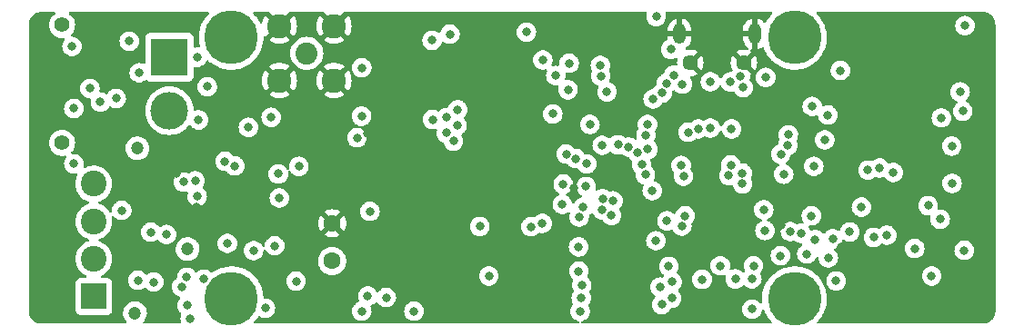
<source format=gbr>
%TF.GenerationSoftware,KiCad,Pcbnew,(6.0.2)*%
%TF.CreationDate,2022-11-13T17:15:13+11:00*%
%TF.ProjectId,Strelka_Flight_Computer,53747265-6c6b-4615-9f46-6c696768745f,rev?*%
%TF.SameCoordinates,Original*%
%TF.FileFunction,Copper,L2,Inr*%
%TF.FilePolarity,Positive*%
%FSLAX46Y46*%
G04 Gerber Fmt 4.6, Leading zero omitted, Abs format (unit mm)*
G04 Created by KiCad (PCBNEW (6.0.2)) date 2022-11-13 17:15:13*
%MOMM*%
%LPD*%
G01*
G04 APERTURE LIST*
%TA.AperFunction,ComponentPad*%
%ADD10R,2.400000X2.400000*%
%TD*%
%TA.AperFunction,ComponentPad*%
%ADD11C,2.400000*%
%TD*%
%TA.AperFunction,ComponentPad*%
%ADD12C,5.000000*%
%TD*%
%TA.AperFunction,ComponentPad*%
%ADD13C,1.400000*%
%TD*%
%TA.AperFunction,ComponentPad*%
%ADD14R,3.500000X3.500000*%
%TD*%
%TA.AperFunction,ComponentPad*%
%ADD15C,3.500000*%
%TD*%
%TA.AperFunction,ComponentPad*%
%ADD16O,1.200000X1.900000*%
%TD*%
%TA.AperFunction,ComponentPad*%
%ADD17C,1.450000*%
%TD*%
%TA.AperFunction,ComponentPad*%
%ADD18C,2.050000*%
%TD*%
%TA.AperFunction,ComponentPad*%
%ADD19C,2.250000*%
%TD*%
%TA.AperFunction,ComponentPad*%
%ADD20C,1.600000*%
%TD*%
%TA.AperFunction,ViaPad*%
%ADD21C,0.800000*%
%TD*%
%TA.AperFunction,ViaPad*%
%ADD22C,1.200000*%
%TD*%
G04 APERTURE END LIST*
D10*
%TO.N,/Actuators/Ematch_Main/EMATCH-*%
%TO.C,J3*%
X102770000Y-98552000D03*
D11*
%TO.N,/Actuators/Ematch_Main/EMATCH+*%
X102770000Y-95052000D03*
%TO.N,/Actuators/Ematch_Drogue1/EMATCH-*%
X102770000Y-91552000D03*
%TO.N,/Actuators/Ematch_Drogue1/EMATCH+*%
X102770000Y-88052000D03*
%TD*%
D12*
%TO.N,N/C*%
%TO.C,H1*%
X168000000Y-98755200D03*
%TD*%
%TO.N,N/C*%
%TO.C,H2*%
X115550000Y-74400000D03*
%TD*%
D13*
%TO.N,*%
%TO.C,J1*%
X99815000Y-84240000D03*
X99815000Y-73240000D03*
D14*
%TO.N,-BATT*%
X109815000Y-76240000D03*
D15*
%TO.N,+BATT*%
X109815000Y-81240000D03*
%TD*%
D16*
%TO.N,GND*%
%TO.C,J6*%
X157302400Y-74069300D03*
X164302400Y-74069300D03*
D17*
X163302400Y-76769300D03*
X158302400Y-76769300D03*
%TD*%
D18*
%TO.N,Net-(AE1-Pad1)*%
%TO.C,AE1*%
X122600000Y-75875000D03*
D19*
%TO.N,GND*%
X125140000Y-73335000D03*
X120060000Y-73335000D03*
X125140000Y-78415000D03*
X120060000Y-78415000D03*
%TD*%
D12*
%TO.N,N/C*%
%TO.C,H4*%
X168000000Y-74400000D03*
%TD*%
D20*
%TO.N,VDC*%
%TO.C,C41*%
X124960000Y-95235000D03*
%TO.N,GND*%
X124960000Y-91735000D03*
%TD*%
D12*
%TO.N,N/C*%
%TO.C,H3*%
X115550000Y-98755200D03*
%TD*%
D21*
%TO.N,GND*%
X114675000Y-90900000D03*
X147450000Y-88450000D03*
X180125000Y-76575000D03*
X178320000Y-76250000D03*
X179550000Y-73825000D03*
X109427500Y-99275000D03*
X181575000Y-78575000D03*
X181650000Y-79475000D03*
X178275000Y-79000000D03*
X152500000Y-99175000D03*
X132675000Y-75150000D03*
X142175000Y-79100000D03*
X178250000Y-78100000D03*
X133900000Y-90599500D03*
X144950000Y-98675000D03*
X129600000Y-100150000D03*
X146401206Y-82476726D03*
X129590000Y-92920000D03*
X135875000Y-92750000D03*
X113650000Y-83475000D03*
X108650000Y-94000000D03*
X125400000Y-99100000D03*
X114017159Y-85068041D03*
X151825000Y-94175000D03*
X139110000Y-93950000D03*
X110439200Y-87121700D03*
X178660000Y-92855000D03*
X140352111Y-86994529D03*
X144450000Y-93175000D03*
X142200000Y-85400000D03*
X104559879Y-89257608D03*
X181375000Y-77675000D03*
X166806228Y-91901109D03*
X149452500Y-93980000D03*
X120512728Y-96142475D03*
X135050000Y-91350000D03*
X112356604Y-90219922D03*
X113615640Y-84424006D03*
X138588232Y-84646506D03*
X180275000Y-77450000D03*
X172363761Y-93914163D03*
X175036247Y-85249500D03*
X128250000Y-83350000D03*
X129310000Y-91820000D03*
X127125000Y-95275000D03*
X117812500Y-95837500D03*
X178300000Y-77210000D03*
X179550000Y-72874500D03*
%TO.N,VDC*%
X111450000Y-99375000D03*
X104851200Y-80094577D03*
X121600000Y-97125000D03*
X127270000Y-83750000D03*
X119608049Y-93833454D03*
%TO.N,+5VA*%
X128480000Y-90620000D03*
%TO.N,+3V3*%
X165250000Y-92400000D03*
X114985800Y-85953600D03*
X171150000Y-94950000D03*
X115900200Y-86385400D03*
X106875000Y-97050000D03*
X158105723Y-83250500D03*
X156575000Y-98725000D03*
X165145205Y-90458336D03*
X100914200Y-86182200D03*
X106070400Y-74752200D03*
X147925000Y-96200000D03*
X165325000Y-78125000D03*
X147901911Y-93925500D03*
X100736400Y-75234800D03*
X183425000Y-79475000D03*
X170825000Y-83950000D03*
X183805194Y-94254792D03*
X182675000Y-88000000D03*
X145500000Y-81525000D03*
X135925000Y-74100000D03*
X173150500Y-92539697D03*
X134300000Y-82050000D03*
X127725000Y-77225000D03*
X143050000Y-73900000D03*
X182650000Y-84525000D03*
X164050000Y-99725000D03*
X166696052Y-94756676D03*
X138716041Y-92017143D03*
X163225000Y-79075000D03*
X145775000Y-77950000D03*
X146925500Y-79280188D03*
X167436737Y-83477375D03*
X155125000Y-72450000D03*
X171875000Y-97100000D03*
X155100000Y-93350000D03*
X147025000Y-76800000D03*
X181575000Y-91350000D03*
X100914200Y-81026000D03*
X134264400Y-74676000D03*
X117170200Y-82778600D03*
X105375000Y-90525000D03*
%TO.N,Net-(C12-Pad2)*%
X147651922Y-85702005D03*
X183875000Y-73300000D03*
%TO.N,Net-(C16-Pad1)*%
X159050742Y-82925016D03*
%TO.N,VBUS*%
X119947055Y-87125500D03*
X156495957Y-75500500D03*
X162960196Y-78048832D03*
%TO.N,+BATT*%
X119285234Y-81848304D03*
X113334800Y-78994000D03*
%TO.N,/Data_Interfaces/SWCLK*%
X181675000Y-81900000D03*
X157575000Y-78750000D03*
%TO.N,/Data_Interfaces/SWDIO*%
X180775000Y-96650000D03*
X154318818Y-82510898D03*
%TO.N,/Data_Interfaces/USB2_D-*%
X162050000Y-78550000D03*
%TO.N,/Data_Interfaces/USB2_D+*%
X160175000Y-78525000D03*
%TO.N,/STM32F405/GPIO_PA10*%
X180450000Y-90075000D03*
X153775000Y-86250000D03*
X179200000Y-94075000D03*
%TO.N,/Sensors/MAX-M10S-00B/V_BKCP*%
X177200000Y-87000000D03*
%TO.N,+5VD*%
X121868816Y-86425989D03*
X120040400Y-89357200D03*
%TO.N,Net-(C48-Pad1)*%
X132569736Y-99925500D03*
X129997200Y-98650500D03*
%TO.N,Net-(D1-Pad1)*%
X102412800Y-79146400D03*
X112522000Y-82092800D03*
%TO.N,Net-(Q4-Pad1)*%
X111107048Y-87875574D03*
%TO.N,Net-(Q5-Pad1)*%
X109531809Y-92774500D03*
%TO.N,Net-(Q6-Pad1)*%
X117648020Y-94272618D03*
%TO.N,Net-(Q10-Pad1)*%
X115200000Y-93600000D03*
X111750000Y-100600000D03*
%TO.N,/Data_Interfaces/USB_D-*%
X162142302Y-82930142D03*
%TO.N,/Data_Interfaces/USB_D+*%
X160175000Y-82849998D03*
%TO.N,/915MHz_Radio/SPI_MISO*%
X150138820Y-89440295D03*
%TO.N,/915MHz_Radio/SPI_MOSI*%
X150115572Y-90488142D03*
%TO.N,/915MHz_Radio/SPI_CLK*%
X148347473Y-90220528D03*
%TO.N,/915MHz_Radio/CS_RF*%
X147955619Y-91140014D03*
%TO.N,/915MHz_Radio/RESET_RF*%
X154125000Y-87200000D03*
%TO.N,/915MHz_Radio/IO0_RF*%
X154357497Y-84835092D03*
%TO.N,/Power/BATT_VOLT*%
X148652233Y-86177445D03*
X127705835Y-81733796D03*
%TO.N,/Sensors/MAX-M10S-00B/PPS*%
X174850099Y-86774901D03*
X169805824Y-86409075D03*
%TO.N,/STM32F405/I2C2_SDA*%
X167375500Y-84475000D03*
X169650000Y-80825500D03*
%TO.N,/STM32F405/I2C2_SCL*%
X166725000Y-85275000D03*
X172275000Y-77475000D03*
D22*
%TO.N,/Actuators/Ematch_Main/EMATCH-*%
X106600000Y-100100000D03*
%TO.N,Net-(Q4-Pad2)*%
X106832400Y-84734400D03*
D21*
%TO.N,Net-(Q11-Pad2)*%
X110944615Y-97651972D03*
D22*
%TO.N,Net-(Q9-Pad2)*%
X111506000Y-94132400D03*
D21*
%TO.N,Net-(R10-Pad1)*%
X183675000Y-81275000D03*
X149965413Y-77998147D03*
%TO.N,/Data_Logging/SD0*%
X156600839Y-97200999D03*
X148150000Y-98700000D03*
%TO.N,/STM32F405/SDIO_D0*%
X157679441Y-87329842D03*
%TO.N,/Data_Logging/SD1*%
X159400000Y-96950000D03*
X148200000Y-97500000D03*
%TO.N,/STM32F405/SDIO_D1*%
X157450000Y-86325000D03*
%TO.N,/Data_Logging/SD2*%
X156299886Y-95751998D03*
X161092451Y-95698522D03*
%TO.N,/STM32F405/SDIO_D2*%
X154841060Y-80135331D03*
%TO.N,/Data_Logging/SD3*%
X162500000Y-96925000D03*
X155485501Y-97674010D03*
%TO.N,/STM32F405/SDIO_D3*%
X155672932Y-79581260D03*
%TO.N,/Data_Logging/CLK*%
X164191804Y-95698522D03*
X155650000Y-99300000D03*
%TO.N,/STM32F405/SDIO_CK*%
X156084806Y-78670565D03*
%TO.N,/Data_Logging/CMD*%
X164036331Y-96914069D03*
X148050000Y-99950000D03*
%TO.N,/STM32F405/SDIO_CMD*%
X156749635Y-77924235D03*
%TO.N,/Actuators/CONT_TEST_EN*%
X146748382Y-85274664D03*
X103378000Y-80416400D03*
X106998230Y-77690500D03*
X136250000Y-84075000D03*
X112400000Y-76250000D03*
%TO.N,/Actuators/DROGUE_L*%
X150550000Y-79475000D03*
X112205700Y-87772045D03*
X144575000Y-76500000D03*
X112392009Y-89221046D03*
%TO.N,/Actuators/DROGUE_CONT*%
X108082808Y-92559820D03*
X150974701Y-90998928D03*
%TO.N,/Actuators/MAIN_L*%
X111421736Y-96773700D03*
X139550000Y-96650000D03*
X113024500Y-96946527D03*
X143475000Y-92050000D03*
%TO.N,/Actuators/MAIN_CONT*%
X108350000Y-97205500D03*
X151117408Y-89643697D03*
%TO.N,/Actuators/MAIN_H*%
X118750000Y-99650000D03*
X146387299Y-89962299D03*
%TO.N,Net-(R61-Pad2)*%
X127715692Y-99920648D03*
X128272741Y-98512900D03*
%TO.N,/Actuators/EXT_SPI_MISO*%
X136641053Y-81144610D03*
X151574500Y-84409502D03*
%TO.N,/Actuators/EXT_SPI_MOSI*%
X150100000Y-84450000D03*
X135597874Y-81866876D03*
%TO.N,/Actuators/EXT_SPI_SCK*%
X136597732Y-82593611D03*
X152553427Y-84611260D03*
%TO.N,/Actuators/EXT_SPI_CS*%
X135599816Y-83315877D03*
X153403165Y-85137522D03*
%TO.N,/STM32F405/SPI2_MISO*%
X163159768Y-88054929D03*
X169150500Y-94591291D03*
X156125000Y-91500000D03*
X148599489Y-88294724D03*
X168609859Y-92670463D03*
%TO.N,/STM32F405/SPI2_MOSI*%
X146470588Y-88075010D03*
X167000000Y-87150000D03*
X163145278Y-87055532D03*
X157516276Y-91986285D03*
X175925000Y-86575000D03*
%TO.N,/STM32F405/INT_IN1*%
X169925000Y-93250000D03*
%TO.N,/STM32F405/INT_IN2*%
X167625000Y-92500000D03*
%TO.N,/STM32F405/SPI2_NSS4*%
X161897400Y-87269444D03*
%TO.N,/STM32F405/SPI2_SCK*%
X162082116Y-86287158D03*
%TO.N,/STM32F405/INT_IN3*%
X171550000Y-93175000D03*
X154764822Y-88685252D03*
X157813326Y-91024011D03*
%TO.N,/STM32F405/SPI2_NSS3*%
X154175000Y-83500000D03*
X174235497Y-90218284D03*
%TO.N,/STM32F405/SPI2_NSS1*%
X175375000Y-93050000D03*
X148963981Y-82506768D03*
%TO.N,/STM32F405/SPI2_NSS2*%
X171100000Y-81626489D03*
X149924062Y-76999500D03*
X169575000Y-91025500D03*
%TO.N,/STM32F405/USART2_TX*%
X176600000Y-92828500D03*
X144520936Y-91732716D03*
%TD*%
%TA.AperFunction,Conductor*%
%TO.N,GND*%
G36*
X99067170Y-72008515D02*
G01*
X99135289Y-72028517D01*
X99181782Y-72082173D01*
X99191885Y-72152447D01*
X99162392Y-72217028D01*
X99139438Y-72237728D01*
X99035224Y-72310699D01*
X98885699Y-72460224D01*
X98764411Y-72633442D01*
X98762090Y-72638420D01*
X98762088Y-72638423D01*
X98682009Y-72810153D01*
X98675044Y-72825090D01*
X98673622Y-72830398D01*
X98673621Y-72830400D01*
X98629465Y-72995192D01*
X98620314Y-73029345D01*
X98601884Y-73240000D01*
X98620314Y-73450655D01*
X98621738Y-73455968D01*
X98621738Y-73455970D01*
X98664375Y-73615091D01*
X98675044Y-73654910D01*
X98677366Y-73659891D01*
X98677367Y-73659892D01*
X98759662Y-73836373D01*
X98764411Y-73846558D01*
X98885699Y-74019776D01*
X99035224Y-74169301D01*
X99208442Y-74290589D01*
X99213420Y-74292910D01*
X99213423Y-74292912D01*
X99389292Y-74374921D01*
X99400090Y-74379956D01*
X99405398Y-74381378D01*
X99405400Y-74381379D01*
X99599030Y-74433262D01*
X99599032Y-74433262D01*
X99604345Y-74434686D01*
X99815000Y-74453116D01*
X99820475Y-74452637D01*
X99820476Y-74452637D01*
X99933511Y-74442748D01*
X100003115Y-74456737D01*
X100054108Y-74506137D01*
X100070298Y-74575263D01*
X100046545Y-74642168D01*
X100038140Y-74652565D01*
X99997360Y-74697856D01*
X99962194Y-74758765D01*
X99933480Y-74808500D01*
X99901873Y-74863244D01*
X99842858Y-75044872D01*
X99842168Y-75051433D01*
X99842168Y-75051435D01*
X99833361Y-75135229D01*
X99822896Y-75234800D01*
X99823586Y-75241365D01*
X99840353Y-75400890D01*
X99842858Y-75424728D01*
X99901873Y-75606356D01*
X99997360Y-75771744D01*
X100001778Y-75776651D01*
X100001779Y-75776652D01*
X100041831Y-75821134D01*
X100125147Y-75913666D01*
X100279648Y-76025918D01*
X100285676Y-76028602D01*
X100285678Y-76028603D01*
X100448081Y-76100909D01*
X100454112Y-76103594D01*
X100533399Y-76120447D01*
X100634456Y-76141928D01*
X100634461Y-76141928D01*
X100640913Y-76143300D01*
X100831887Y-76143300D01*
X100838339Y-76141928D01*
X100838344Y-76141928D01*
X100939401Y-76120447D01*
X101018688Y-76103594D01*
X101024719Y-76100909D01*
X101187122Y-76028603D01*
X101187124Y-76028602D01*
X101193152Y-76025918D01*
X101347653Y-75913666D01*
X101430969Y-75821134D01*
X101471021Y-75776652D01*
X101471022Y-75776651D01*
X101475440Y-75771744D01*
X101570927Y-75606356D01*
X101629942Y-75424728D01*
X101632448Y-75400890D01*
X101649214Y-75241365D01*
X101649904Y-75234800D01*
X101639439Y-75135229D01*
X101630632Y-75051435D01*
X101630632Y-75051433D01*
X101629942Y-75044872D01*
X101570927Y-74863244D01*
X101539321Y-74808500D01*
X101510606Y-74758765D01*
X101506816Y-74752200D01*
X105156896Y-74752200D01*
X105157586Y-74758765D01*
X105171483Y-74890984D01*
X105176858Y-74942128D01*
X105235873Y-75123756D01*
X105331360Y-75289144D01*
X105335778Y-75294051D01*
X105335779Y-75294052D01*
X105426749Y-75395084D01*
X105459147Y-75431066D01*
X105531887Y-75483915D01*
X105608242Y-75539390D01*
X105613648Y-75543318D01*
X105619676Y-75546002D01*
X105619678Y-75546003D01*
X105768088Y-75612079D01*
X105788112Y-75620994D01*
X105881512Y-75640847D01*
X105968456Y-75659328D01*
X105968461Y-75659328D01*
X105974913Y-75660700D01*
X106165887Y-75660700D01*
X106172339Y-75659328D01*
X106172344Y-75659328D01*
X106259288Y-75640847D01*
X106352688Y-75620994D01*
X106372712Y-75612079D01*
X106521122Y-75546003D01*
X106521124Y-75546002D01*
X106527152Y-75543318D01*
X106532559Y-75539390D01*
X106608913Y-75483915D01*
X106681653Y-75431066D01*
X106714051Y-75395084D01*
X106805021Y-75294052D01*
X106805022Y-75294051D01*
X106809440Y-75289144D01*
X106904927Y-75123756D01*
X106963942Y-74942128D01*
X106969318Y-74890984D01*
X106983214Y-74758765D01*
X106983904Y-74752200D01*
X106979404Y-74709382D01*
X106964632Y-74568835D01*
X106964632Y-74568833D01*
X106963942Y-74562272D01*
X106904927Y-74380644D01*
X106809440Y-74215256D01*
X106770907Y-74172460D01*
X106686075Y-74078245D01*
X106686074Y-74078244D01*
X106681653Y-74073334D01*
X106554960Y-73981286D01*
X106532494Y-73964963D01*
X106532493Y-73964962D01*
X106527152Y-73961082D01*
X106521124Y-73958398D01*
X106521122Y-73958397D01*
X106358719Y-73886091D01*
X106358718Y-73886091D01*
X106352688Y-73883406D01*
X106259288Y-73863553D01*
X106172344Y-73845072D01*
X106172339Y-73845072D01*
X106165887Y-73843700D01*
X105974913Y-73843700D01*
X105968461Y-73845072D01*
X105968456Y-73845072D01*
X105881512Y-73863553D01*
X105788112Y-73883406D01*
X105782082Y-73886091D01*
X105782081Y-73886091D01*
X105619678Y-73958397D01*
X105619676Y-73958398D01*
X105613648Y-73961082D01*
X105608307Y-73964962D01*
X105608306Y-73964963D01*
X105585840Y-73981286D01*
X105459147Y-74073334D01*
X105454726Y-74078244D01*
X105454725Y-74078245D01*
X105369894Y-74172460D01*
X105331360Y-74215256D01*
X105235873Y-74380644D01*
X105176858Y-74562272D01*
X105176168Y-74568833D01*
X105176168Y-74568835D01*
X105161396Y-74709382D01*
X105156896Y-74752200D01*
X101506816Y-74752200D01*
X101475440Y-74697856D01*
X101439193Y-74657599D01*
X101352075Y-74560845D01*
X101352074Y-74560844D01*
X101347653Y-74555934D01*
X101206137Y-74453116D01*
X101198494Y-74447563D01*
X101198493Y-74447562D01*
X101193152Y-74443682D01*
X101187124Y-74440998D01*
X101187122Y-74440997D01*
X101024719Y-74368691D01*
X101024718Y-74368691D01*
X101018688Y-74366006D01*
X100925288Y-74346153D01*
X100838344Y-74327672D01*
X100838339Y-74327672D01*
X100831887Y-74326300D01*
X100741967Y-74326300D01*
X100673846Y-74306298D01*
X100627353Y-74252642D01*
X100617249Y-74182368D01*
X100646743Y-74117788D01*
X100652872Y-74111205D01*
X100744301Y-74019776D01*
X100865589Y-73846558D01*
X100870339Y-73836373D01*
X100952633Y-73659892D01*
X100952634Y-73659891D01*
X100954956Y-73654910D01*
X100965626Y-73615091D01*
X101008262Y-73455970D01*
X101008262Y-73455968D01*
X101009686Y-73450655D01*
X101028116Y-73240000D01*
X101009686Y-73029345D01*
X101000535Y-72995192D01*
X100956379Y-72830400D01*
X100956378Y-72830398D01*
X100954956Y-72825090D01*
X100947991Y-72810153D01*
X100867912Y-72638423D01*
X100867910Y-72638420D01*
X100865589Y-72633442D01*
X100744301Y-72460224D01*
X100594776Y-72310699D01*
X100490571Y-72237734D01*
X100446245Y-72182281D01*
X100438936Y-72111661D01*
X100470966Y-72048301D01*
X100532167Y-72012315D01*
X100562845Y-72008524D01*
X111218793Y-72008584D01*
X113381838Y-72008596D01*
X113449958Y-72028598D01*
X113496451Y-72082254D01*
X113506554Y-72152528D01*
X113477061Y-72217109D01*
X113471400Y-72223221D01*
X113454324Y-72240478D01*
X113316681Y-72379570D01*
X113289466Y-72407071D01*
X113287225Y-72409929D01*
X113083788Y-72669383D01*
X113075386Y-72680098D01*
X113073493Y-72683187D01*
X113073491Y-72683190D01*
X113027723Y-72757876D01*
X112894105Y-72975921D01*
X112892580Y-72979206D01*
X112892578Y-72979210D01*
X112790674Y-73198744D01*
X112748027Y-73290620D01*
X112703239Y-73426045D01*
X112650236Y-73586313D01*
X112639087Y-73620023D01*
X112638351Y-73623578D01*
X112638350Y-73623581D01*
X112569465Y-73956214D01*
X112568730Y-73959764D01*
X112561905Y-74036233D01*
X112539205Y-74290589D01*
X112537888Y-74305341D01*
X112537983Y-74308971D01*
X112537983Y-74308972D01*
X112546534Y-74635528D01*
X112546970Y-74652171D01*
X112547481Y-74655761D01*
X112547481Y-74655762D01*
X112548759Y-74664740D01*
X112595856Y-74995660D01*
X112596775Y-74999163D01*
X112646000Y-75186799D01*
X112643939Y-75257765D01*
X112603837Y-75316352D01*
X112538427Y-75343958D01*
X112508624Y-75342529D01*
X112508515Y-75343563D01*
X112501944Y-75342872D01*
X112495487Y-75341500D01*
X112304513Y-75341500D01*
X112298061Y-75342872D01*
X112298056Y-75342872D01*
X112241631Y-75354866D01*
X112228680Y-75357619D01*
X112225697Y-75358253D01*
X112154906Y-75352851D01*
X112098274Y-75310034D01*
X112073780Y-75243397D01*
X112073500Y-75235006D01*
X112073500Y-74441866D01*
X112066745Y-74379684D01*
X112015615Y-74243295D01*
X111928261Y-74126739D01*
X111811705Y-74039385D01*
X111675316Y-73988255D01*
X111613134Y-73981500D01*
X108016866Y-73981500D01*
X107954684Y-73988255D01*
X107818295Y-74039385D01*
X107701739Y-74126739D01*
X107614385Y-74243295D01*
X107563255Y-74379684D01*
X107556500Y-74441866D01*
X107556500Y-76750558D01*
X107536498Y-76818679D01*
X107482842Y-76865172D01*
X107412568Y-76875276D01*
X107379254Y-76865666D01*
X107280518Y-76821706D01*
X107178400Y-76800000D01*
X107100174Y-76783372D01*
X107100169Y-76783372D01*
X107093717Y-76782000D01*
X106902743Y-76782000D01*
X106896291Y-76783372D01*
X106896286Y-76783372D01*
X106818060Y-76800000D01*
X106715942Y-76821706D01*
X106709912Y-76824391D01*
X106709911Y-76824391D01*
X106547508Y-76896697D01*
X106547506Y-76896698D01*
X106541478Y-76899382D01*
X106386977Y-77011634D01*
X106382556Y-77016544D01*
X106382555Y-77016545D01*
X106289887Y-77119464D01*
X106259190Y-77153556D01*
X106163703Y-77318944D01*
X106104688Y-77500572D01*
X106103998Y-77507133D01*
X106103998Y-77507135D01*
X106092044Y-77620871D01*
X106084726Y-77690500D01*
X106085416Y-77697065D01*
X106101084Y-77846134D01*
X106104688Y-77880428D01*
X106163703Y-78062056D01*
X106167006Y-78067778D01*
X106167007Y-78067779D01*
X106180477Y-78091109D01*
X106259190Y-78227444D01*
X106263608Y-78232351D01*
X106263609Y-78232352D01*
X106377790Y-78359163D01*
X106386977Y-78369366D01*
X106477629Y-78435229D01*
X106516749Y-78463651D01*
X106541478Y-78481618D01*
X106547506Y-78484302D01*
X106547508Y-78484303D01*
X106709911Y-78556609D01*
X106715942Y-78559294D01*
X106809342Y-78579147D01*
X106896286Y-78597628D01*
X106896291Y-78597628D01*
X106902743Y-78599000D01*
X107093717Y-78599000D01*
X107100169Y-78597628D01*
X107100174Y-78597628D01*
X107187118Y-78579147D01*
X107280518Y-78559294D01*
X107286549Y-78556609D01*
X107448952Y-78484303D01*
X107448954Y-78484302D01*
X107454982Y-78481618D01*
X107474367Y-78467534D01*
X107592016Y-78382057D01*
X107658884Y-78358198D01*
X107728035Y-78374279D01*
X107741642Y-78383167D01*
X107808479Y-78433258D01*
X107818295Y-78440615D01*
X107954684Y-78491745D01*
X108016866Y-78498500D01*
X111613134Y-78498500D01*
X111675316Y-78491745D01*
X111811705Y-78440615D01*
X111928261Y-78353261D01*
X112015615Y-78236705D01*
X112066745Y-78100316D01*
X112073500Y-78038134D01*
X112073500Y-77264994D01*
X112093502Y-77196873D01*
X112147158Y-77150380D01*
X112217432Y-77140276D01*
X112225697Y-77141747D01*
X112298056Y-77157128D01*
X112298061Y-77157128D01*
X112304513Y-77158500D01*
X112495487Y-77158500D01*
X112501939Y-77157128D01*
X112501944Y-77157128D01*
X112596645Y-77136998D01*
X112682288Y-77118794D01*
X112691737Y-77114587D01*
X112850722Y-77043803D01*
X112850724Y-77043802D01*
X112856752Y-77041118D01*
X112873715Y-77028794D01*
X112942599Y-76978746D01*
X113011253Y-76928866D01*
X113034306Y-76903263D01*
X113134621Y-76791852D01*
X113134622Y-76791851D01*
X113139040Y-76786944D01*
X113234527Y-76621556D01*
X113238259Y-76610072D01*
X113239620Y-76605882D01*
X113279693Y-76547276D01*
X113345089Y-76519638D01*
X113415046Y-76531744D01*
X113444252Y-76551623D01*
X113635086Y-76725268D01*
X113653481Y-76742006D01*
X113935233Y-76944466D01*
X114238388Y-77113200D01*
X114558928Y-77245972D01*
X114562422Y-77246967D01*
X114562424Y-77246968D01*
X114889103Y-77340025D01*
X114889108Y-77340026D01*
X114892604Y-77341022D01*
X115062199Y-77368794D01*
X115231412Y-77396504D01*
X115231419Y-77396505D01*
X115234993Y-77397090D01*
X115296995Y-77400014D01*
X115577931Y-77413263D01*
X115577932Y-77413263D01*
X115581558Y-77413434D01*
X115590415Y-77412830D01*
X115924073Y-77390084D01*
X115924081Y-77390083D01*
X115927704Y-77389836D01*
X115931279Y-77389173D01*
X115931282Y-77389173D01*
X116265279Y-77327270D01*
X116265283Y-77327269D01*
X116268844Y-77326609D01*
X116600456Y-77224592D01*
X116901595Y-77092401D01*
X119100810Y-77092401D01*
X119106817Y-77102607D01*
X120047188Y-78042978D01*
X120061132Y-78050592D01*
X120062965Y-78050461D01*
X120069580Y-78046210D01*
X121011724Y-77104066D01*
X121019116Y-77090529D01*
X121015430Y-77085260D01*
X120807879Y-76958073D01*
X120799085Y-76953592D01*
X120570758Y-76859016D01*
X120561373Y-76855967D01*
X120321060Y-76798272D01*
X120311313Y-76796729D01*
X120064930Y-76777338D01*
X120055070Y-76777338D01*
X119808687Y-76796729D01*
X119798940Y-76798272D01*
X119558627Y-76855967D01*
X119549242Y-76859016D01*
X119320915Y-76953592D01*
X119312121Y-76958073D01*
X119106072Y-77084340D01*
X119100810Y-77092401D01*
X116901595Y-77092401D01*
X116918145Y-77085136D01*
X116924871Y-77081206D01*
X117214560Y-76911926D01*
X117214562Y-76911925D01*
X117217700Y-76910091D01*
X117235539Y-76896697D01*
X117492244Y-76703958D01*
X117492248Y-76703955D01*
X117495151Y-76701775D01*
X117746819Y-76462950D01*
X117969370Y-76196783D01*
X117996533Y-76155432D01*
X118119143Y-75968774D01*
X118159853Y-75906799D01*
X118175846Y-75875000D01*
X121061758Y-75875000D01*
X121080696Y-76115634D01*
X121081850Y-76120441D01*
X121081851Y-76120447D01*
X121112248Y-76247056D01*
X121137045Y-76350343D01*
X121138938Y-76354914D01*
X121138939Y-76354916D01*
X121226580Y-76566500D01*
X121229416Y-76573347D01*
X121355536Y-76779156D01*
X121512299Y-76962701D01*
X121695844Y-77119464D01*
X121901653Y-77245584D01*
X121906223Y-77247477D01*
X121906227Y-77247479D01*
X122120084Y-77336061D01*
X122124657Y-77337955D01*
X122207039Y-77357733D01*
X122354553Y-77393149D01*
X122354559Y-77393150D01*
X122359366Y-77394304D01*
X122600000Y-77413242D01*
X122840634Y-77394304D01*
X122845441Y-77393150D01*
X122845447Y-77393149D01*
X122992961Y-77357733D01*
X123075343Y-77337955D01*
X123079916Y-77336061D01*
X123293773Y-77247479D01*
X123293777Y-77247477D01*
X123298347Y-77245584D01*
X123504156Y-77119464D01*
X123535843Y-77092401D01*
X124180810Y-77092401D01*
X124186817Y-77102607D01*
X125127188Y-78042978D01*
X125141132Y-78050592D01*
X125142965Y-78050461D01*
X125149580Y-78046210D01*
X125970790Y-77225000D01*
X126811496Y-77225000D01*
X126812186Y-77231565D01*
X126829522Y-77396504D01*
X126831458Y-77414928D01*
X126890473Y-77596556D01*
X126893776Y-77602278D01*
X126893777Y-77602279D01*
X126911442Y-77632876D01*
X126985960Y-77761944D01*
X126990378Y-77766851D01*
X126990379Y-77766852D01*
X127098296Y-77886706D01*
X127113747Y-77903866D01*
X127168209Y-77943435D01*
X127244806Y-77999086D01*
X127268248Y-78016118D01*
X127274276Y-78018802D01*
X127274278Y-78018803D01*
X127436681Y-78091109D01*
X127442712Y-78093794D01*
X127536113Y-78113647D01*
X127623056Y-78132128D01*
X127623061Y-78132128D01*
X127629513Y-78133500D01*
X127820487Y-78133500D01*
X127826939Y-78132128D01*
X127826944Y-78132128D01*
X127913887Y-78113647D01*
X128007288Y-78093794D01*
X128013319Y-78091109D01*
X128175722Y-78018803D01*
X128175724Y-78018802D01*
X128181752Y-78016118D01*
X128205195Y-77999086D01*
X128281791Y-77943435D01*
X128336253Y-77903866D01*
X128351704Y-77886706D01*
X128459621Y-77766852D01*
X128459622Y-77766851D01*
X128464040Y-77761944D01*
X128538558Y-77632876D01*
X128556223Y-77602279D01*
X128556224Y-77602278D01*
X128559527Y-77596556D01*
X128618542Y-77414928D01*
X128620479Y-77396504D01*
X128637814Y-77231565D01*
X128638504Y-77225000D01*
X128634543Y-77187312D01*
X128619232Y-77041635D01*
X128619232Y-77041633D01*
X128618542Y-77035072D01*
X128559527Y-76853444D01*
X128534198Y-76809572D01*
X128495188Y-76742006D01*
X128464040Y-76688056D01*
X128398503Y-76615269D01*
X128340675Y-76551045D01*
X128340674Y-76551044D01*
X128336253Y-76546134D01*
X128272755Y-76500000D01*
X143661496Y-76500000D01*
X143662186Y-76506565D01*
X143672659Y-76606206D01*
X143681458Y-76689928D01*
X143740473Y-76871556D01*
X143835960Y-77036944D01*
X143840378Y-77041851D01*
X143840379Y-77041852D01*
X143938098Y-77150380D01*
X143963747Y-77178866D01*
X143989538Y-77197604D01*
X144101286Y-77278794D01*
X144118248Y-77291118D01*
X144124276Y-77293802D01*
X144124278Y-77293803D01*
X144231653Y-77341609D01*
X144292712Y-77368794D01*
X144379733Y-77387291D01*
X144473056Y-77407128D01*
X144473061Y-77407128D01*
X144479513Y-77408500D01*
X144670487Y-77408500D01*
X144676939Y-77407128D01*
X144676944Y-77407128D01*
X144771121Y-77387109D01*
X144813267Y-77378151D01*
X144884057Y-77383553D01*
X144940689Y-77426370D01*
X144965183Y-77493007D01*
X144948584Y-77564395D01*
X144940473Y-77578444D01*
X144881458Y-77760072D01*
X144880768Y-77766633D01*
X144880768Y-77766635D01*
X144868911Y-77879447D01*
X144861496Y-77950000D01*
X144862186Y-77956565D01*
X144879911Y-78125206D01*
X144881458Y-78139928D01*
X144940473Y-78321556D01*
X144943776Y-78327278D01*
X144943777Y-78327279D01*
X144958778Y-78353261D01*
X145035960Y-78486944D01*
X145040378Y-78491851D01*
X145040379Y-78491852D01*
X145159325Y-78623955D01*
X145163747Y-78628866D01*
X145258517Y-78697721D01*
X145290842Y-78721206D01*
X145318248Y-78741118D01*
X145324276Y-78743802D01*
X145324278Y-78743803D01*
X145467904Y-78807749D01*
X145492712Y-78818794D01*
X145586113Y-78838647D01*
X145673056Y-78857128D01*
X145673061Y-78857128D01*
X145679513Y-78858500D01*
X145870487Y-78858500D01*
X145885937Y-78855216D01*
X145911359Y-78849813D01*
X145982150Y-78855216D01*
X146038782Y-78898033D01*
X146063275Y-78964671D01*
X146057388Y-79011994D01*
X146031958Y-79090260D01*
X146031268Y-79096821D01*
X146031268Y-79096823D01*
X146016982Y-79232749D01*
X146011996Y-79280188D01*
X146012686Y-79286753D01*
X146028188Y-79434242D01*
X146031958Y-79470116D01*
X146090973Y-79651744D01*
X146094276Y-79657466D01*
X146094277Y-79657467D01*
X146098585Y-79664928D01*
X146186460Y-79817132D01*
X146190878Y-79822039D01*
X146190879Y-79822040D01*
X146302971Y-79946531D01*
X146314247Y-79959054D01*
X146468748Y-80071306D01*
X146474776Y-80073990D01*
X146474778Y-80073991D01*
X146629217Y-80142751D01*
X146643212Y-80148982D01*
X146736613Y-80168835D01*
X146823556Y-80187316D01*
X146823561Y-80187316D01*
X146830013Y-80188688D01*
X147020987Y-80188688D01*
X147027439Y-80187316D01*
X147027444Y-80187316D01*
X147114387Y-80168835D01*
X147207788Y-80148982D01*
X147221783Y-80142751D01*
X147376222Y-80073991D01*
X147376224Y-80073990D01*
X147382252Y-80071306D01*
X147536753Y-79959054D01*
X147548029Y-79946531D01*
X147660121Y-79822040D01*
X147660122Y-79822039D01*
X147664540Y-79817132D01*
X147752415Y-79664928D01*
X147756723Y-79657467D01*
X147756724Y-79657466D01*
X147760027Y-79651744D01*
X147819042Y-79470116D01*
X147822813Y-79434242D01*
X147838314Y-79286753D01*
X147839004Y-79280188D01*
X147834018Y-79232749D01*
X147819732Y-79096823D01*
X147819732Y-79096821D01*
X147819042Y-79090260D01*
X147760027Y-78908632D01*
X147756426Y-78902394D01*
X147703448Y-78810635D01*
X147664540Y-78743244D01*
X147604906Y-78677013D01*
X147541175Y-78606233D01*
X147541174Y-78606232D01*
X147536753Y-78601322D01*
X147422669Y-78518435D01*
X147387594Y-78492951D01*
X147387593Y-78492950D01*
X147382252Y-78489070D01*
X147376224Y-78486386D01*
X147376222Y-78486385D01*
X147213819Y-78414079D01*
X147213818Y-78414079D01*
X147207788Y-78411394D01*
X147114388Y-78391541D01*
X147027444Y-78373060D01*
X147027439Y-78373060D01*
X147020987Y-78371688D01*
X146830013Y-78371688D01*
X146823553Y-78373061D01*
X146823554Y-78373061D01*
X146789141Y-78380375D01*
X146718350Y-78374972D01*
X146661718Y-78332155D01*
X146637225Y-78265517D01*
X146643112Y-78218194D01*
X146668542Y-78139928D01*
X146670090Y-78125206D01*
X146687814Y-77956565D01*
X146688504Y-77950000D01*
X146681089Y-77879447D01*
X146675162Y-77823057D01*
X146687934Y-77753219D01*
X146736436Y-77701372D01*
X146805269Y-77683978D01*
X146826669Y-77686640D01*
X146923056Y-77707128D01*
X146923061Y-77707128D01*
X146929513Y-77708500D01*
X147120487Y-77708500D01*
X147126939Y-77707128D01*
X147126944Y-77707128D01*
X147213888Y-77688647D01*
X147307288Y-77668794D01*
X147313319Y-77666109D01*
X147475722Y-77593803D01*
X147475724Y-77593802D01*
X147481752Y-77591118D01*
X147499121Y-77578499D01*
X147582932Y-77517606D01*
X147636253Y-77478866D01*
X147673989Y-77436956D01*
X147759621Y-77341852D01*
X147759622Y-77341851D01*
X147764040Y-77336944D01*
X147859527Y-77171556D01*
X147915432Y-76999500D01*
X149010558Y-76999500D01*
X149011248Y-77006065D01*
X149028642Y-77171556D01*
X149030520Y-77189428D01*
X149089535Y-77371056D01*
X149092838Y-77376778D01*
X149092839Y-77376779D01*
X149147604Y-77471634D01*
X149164342Y-77540629D01*
X149147605Y-77597632D01*
X149130886Y-77626591D01*
X149071871Y-77808219D01*
X149071181Y-77814780D01*
X149071181Y-77814782D01*
X149064200Y-77881206D01*
X149051909Y-77998147D01*
X149052599Y-78004712D01*
X149068684Y-78157749D01*
X149071871Y-78188075D01*
X149130886Y-78369703D01*
X149134189Y-78375425D01*
X149134190Y-78375426D01*
X149157692Y-78416132D01*
X149226373Y-78535091D01*
X149230791Y-78539998D01*
X149230792Y-78539999D01*
X149335443Y-78656226D01*
X149354160Y-78677013D01*
X149414986Y-78721206D01*
X149478739Y-78767525D01*
X149508661Y-78789265D01*
X149514689Y-78791949D01*
X149514691Y-78791950D01*
X149556659Y-78810635D01*
X149678027Y-78864671D01*
X149678028Y-78864672D01*
X149683125Y-78866941D01*
X149682710Y-78867873D01*
X149736321Y-78904535D01*
X149763954Y-78969933D01*
X149751844Y-79039889D01*
X149747906Y-79047268D01*
X149715473Y-79103444D01*
X149656458Y-79285072D01*
X149655768Y-79291633D01*
X149655768Y-79291635D01*
X149642727Y-79415711D01*
X149636496Y-79475000D01*
X149656458Y-79664928D01*
X149715473Y-79846556D01*
X149810960Y-80011944D01*
X149815378Y-80016851D01*
X149815379Y-80016852D01*
X149916147Y-80128766D01*
X149938747Y-80153866D01*
X149947040Y-80159891D01*
X150085001Y-80260126D01*
X150093248Y-80266118D01*
X150099276Y-80268802D01*
X150099278Y-80268803D01*
X150240182Y-80331537D01*
X150267712Y-80343794D01*
X150361112Y-80363647D01*
X150448056Y-80382128D01*
X150448061Y-80382128D01*
X150454513Y-80383500D01*
X150645487Y-80383500D01*
X150651939Y-80382128D01*
X150651944Y-80382128D01*
X150738888Y-80363647D01*
X150832288Y-80343794D01*
X150859818Y-80331537D01*
X151000722Y-80268803D01*
X151000724Y-80268802D01*
X151006752Y-80266118D01*
X151015000Y-80260126D01*
X151152960Y-80159891D01*
X151161253Y-80153866D01*
X151177942Y-80135331D01*
X153927556Y-80135331D01*
X153928246Y-80141896D01*
X153943235Y-80284505D01*
X153947518Y-80325259D01*
X154006533Y-80506887D01*
X154102020Y-80672275D01*
X154106438Y-80677182D01*
X154106439Y-80677183D01*
X154215501Y-80798309D01*
X154229807Y-80814197D01*
X154384308Y-80926449D01*
X154390336Y-80929133D01*
X154390338Y-80929134D01*
X154552741Y-81001440D01*
X154558772Y-81004125D01*
X154641484Y-81021706D01*
X154739116Y-81042459D01*
X154739121Y-81042459D01*
X154745573Y-81043831D01*
X154936547Y-81043831D01*
X154942999Y-81042459D01*
X154943004Y-81042459D01*
X155040636Y-81021706D01*
X155123348Y-81004125D01*
X155129379Y-81001440D01*
X155291782Y-80929134D01*
X155291784Y-80929133D01*
X155297812Y-80926449D01*
X155436756Y-80825500D01*
X168736496Y-80825500D01*
X168737186Y-80832065D01*
X168755016Y-81001705D01*
X168756458Y-81015428D01*
X168815473Y-81197056D01*
X168818776Y-81202778D01*
X168818777Y-81202779D01*
X168837889Y-81235881D01*
X168910960Y-81362444D01*
X168915378Y-81367351D01*
X168915379Y-81367352D01*
X169003237Y-81464928D01*
X169038747Y-81504366D01*
X169193248Y-81616618D01*
X169199276Y-81619302D01*
X169199278Y-81619303D01*
X169350121Y-81686462D01*
X169367712Y-81694294D01*
X169455552Y-81712965D01*
X169548056Y-81732628D01*
X169548061Y-81732628D01*
X169554513Y-81734000D01*
X169745487Y-81734000D01*
X169751939Y-81732628D01*
X169751944Y-81732628D01*
X169844448Y-81712965D01*
X169932288Y-81694294D01*
X169953772Y-81684729D01*
X170023509Y-81653680D01*
X170093876Y-81644246D01*
X170158173Y-81674353D01*
X170195987Y-81734441D01*
X170200067Y-81755614D01*
X170206458Y-81816417D01*
X170265473Y-81998045D01*
X170360960Y-82163433D01*
X170365378Y-82168340D01*
X170365379Y-82168341D01*
X170474026Y-82289006D01*
X170488747Y-82305355D01*
X170643248Y-82417607D01*
X170649276Y-82420291D01*
X170649278Y-82420292D01*
X170794616Y-82485000D01*
X170817712Y-82495283D01*
X170902630Y-82513333D01*
X170998056Y-82533617D01*
X170998061Y-82533617D01*
X171004513Y-82534989D01*
X171195487Y-82534989D01*
X171201939Y-82533617D01*
X171201944Y-82533617D01*
X171297370Y-82513333D01*
X171382288Y-82495283D01*
X171405384Y-82485000D01*
X171550722Y-82420292D01*
X171550724Y-82420291D01*
X171556752Y-82417607D01*
X171711253Y-82305355D01*
X171725974Y-82289006D01*
X171834621Y-82168341D01*
X171834622Y-82168340D01*
X171839040Y-82163433D01*
X171934527Y-81998045D01*
X171966384Y-81900000D01*
X180761496Y-81900000D01*
X180762186Y-81906565D01*
X180779033Y-82066852D01*
X180781458Y-82089928D01*
X180840473Y-82271556D01*
X180843776Y-82277278D01*
X180843777Y-82277279D01*
X180924796Y-82417607D01*
X180935960Y-82436944D01*
X180940378Y-82441851D01*
X180940379Y-82441852D01*
X181011674Y-82521033D01*
X181063747Y-82578866D01*
X181098289Y-82603962D01*
X181206797Y-82682798D01*
X181218248Y-82691118D01*
X181224276Y-82693802D01*
X181224278Y-82693803D01*
X181386681Y-82766109D01*
X181392712Y-82768794D01*
X181469731Y-82785165D01*
X181573056Y-82807128D01*
X181573061Y-82807128D01*
X181579513Y-82808500D01*
X181770487Y-82808500D01*
X181776939Y-82807128D01*
X181776944Y-82807128D01*
X181880269Y-82785165D01*
X181957288Y-82768794D01*
X181963319Y-82766109D01*
X182125722Y-82693803D01*
X182125724Y-82693802D01*
X182131752Y-82691118D01*
X182143204Y-82682798D01*
X182251711Y-82603962D01*
X182286253Y-82578866D01*
X182338326Y-82521033D01*
X182409621Y-82441852D01*
X182409622Y-82441851D01*
X182414040Y-82436944D01*
X182425204Y-82417607D01*
X182506223Y-82277279D01*
X182506224Y-82277278D01*
X182509527Y-82271556D01*
X182568542Y-82089928D01*
X182570968Y-82066852D01*
X182587814Y-81906565D01*
X182588504Y-81900000D01*
X182581877Y-81836943D01*
X182569232Y-81716635D01*
X182569232Y-81716633D01*
X182568542Y-81710072D01*
X182509527Y-81528444D01*
X182505743Y-81521889D01*
X182443414Y-81413934D01*
X182414040Y-81363056D01*
X182408341Y-81356726D01*
X182290675Y-81226045D01*
X182290674Y-81226044D01*
X182286253Y-81221134D01*
X182131752Y-81108882D01*
X182125724Y-81106198D01*
X182125722Y-81106197D01*
X181963319Y-81033891D01*
X181963318Y-81033891D01*
X181957288Y-81031206D01*
X181863888Y-81011353D01*
X181776944Y-80992872D01*
X181776939Y-80992872D01*
X181770487Y-80991500D01*
X181579513Y-80991500D01*
X181573061Y-80992872D01*
X181573056Y-80992872D01*
X181486113Y-81011353D01*
X181392712Y-81031206D01*
X181386682Y-81033891D01*
X181386681Y-81033891D01*
X181224278Y-81106197D01*
X181224276Y-81106198D01*
X181218248Y-81108882D01*
X181063747Y-81221134D01*
X181059326Y-81226044D01*
X181059325Y-81226045D01*
X180941660Y-81356726D01*
X180935960Y-81363056D01*
X180906586Y-81413934D01*
X180844258Y-81521889D01*
X180840473Y-81528444D01*
X180781458Y-81710072D01*
X180780768Y-81716633D01*
X180780768Y-81716635D01*
X180768123Y-81836943D01*
X180761496Y-81900000D01*
X171966384Y-81900000D01*
X171993542Y-81816417D01*
X172002349Y-81732628D01*
X172012814Y-81633054D01*
X172013504Y-81626489D01*
X172004358Y-81539465D01*
X171994232Y-81443124D01*
X171994232Y-81443122D01*
X171993542Y-81436561D01*
X171934527Y-81254933D01*
X171925906Y-81240000D01*
X171869036Y-81141500D01*
X171839040Y-81089545D01*
X171812295Y-81059841D01*
X171715675Y-80952534D01*
X171715674Y-80952533D01*
X171711253Y-80947623D01*
X171595647Y-80863630D01*
X171562094Y-80839252D01*
X171562093Y-80839251D01*
X171556752Y-80835371D01*
X171550724Y-80832687D01*
X171550722Y-80832686D01*
X171388319Y-80760380D01*
X171388318Y-80760380D01*
X171382288Y-80757695D01*
X171288516Y-80737763D01*
X171201944Y-80719361D01*
X171201939Y-80719361D01*
X171195487Y-80717989D01*
X171004513Y-80717989D01*
X170998061Y-80719361D01*
X170998056Y-80719361D01*
X170911484Y-80737763D01*
X170817712Y-80757695D01*
X170811682Y-80760380D01*
X170811681Y-80760380D01*
X170726491Y-80798309D01*
X170656124Y-80807743D01*
X170591827Y-80777636D01*
X170554013Y-80717548D01*
X170549932Y-80696372D01*
X170544232Y-80642135D01*
X170544232Y-80642133D01*
X170543542Y-80635572D01*
X170484527Y-80453944D01*
X170389040Y-80288556D01*
X170379987Y-80278501D01*
X170265675Y-80151545D01*
X170265674Y-80151544D01*
X170261253Y-80146634D01*
X170152232Y-80067425D01*
X170112094Y-80038263D01*
X170112093Y-80038262D01*
X170106752Y-80034382D01*
X170100724Y-80031698D01*
X170100722Y-80031697D01*
X169938319Y-79959391D01*
X169938318Y-79959391D01*
X169932288Y-79956706D01*
X169838888Y-79936853D01*
X169751944Y-79918372D01*
X169751939Y-79918372D01*
X169745487Y-79917000D01*
X169554513Y-79917000D01*
X169548061Y-79918372D01*
X169548056Y-79918372D01*
X169461112Y-79936853D01*
X169367712Y-79956706D01*
X169361682Y-79959391D01*
X169361681Y-79959391D01*
X169199278Y-80031697D01*
X169199276Y-80031698D01*
X169193248Y-80034382D01*
X169187907Y-80038262D01*
X169187906Y-80038263D01*
X169147768Y-80067425D01*
X169038747Y-80146634D01*
X169034326Y-80151544D01*
X169034325Y-80151545D01*
X168920014Y-80278501D01*
X168910960Y-80288556D01*
X168815473Y-80453944D01*
X168756458Y-80635572D01*
X168755768Y-80642133D01*
X168755768Y-80642135D01*
X168742008Y-80773054D01*
X168736496Y-80825500D01*
X155436756Y-80825500D01*
X155452313Y-80814197D01*
X155466619Y-80798309D01*
X155575681Y-80677183D01*
X155575682Y-80677182D01*
X155580100Y-80672275D01*
X155649102Y-80552760D01*
X155700484Y-80503767D01*
X155755253Y-80490480D01*
X155755250Y-80490450D01*
X155755474Y-80490426D01*
X155758221Y-80489760D01*
X155768419Y-80489760D01*
X155774871Y-80488388D01*
X155774876Y-80488388D01*
X155861819Y-80469907D01*
X155955220Y-80450054D01*
X155971028Y-80443016D01*
X156123654Y-80375063D01*
X156123656Y-80375062D01*
X156129684Y-80372378D01*
X156137775Y-80366500D01*
X156241989Y-80290783D01*
X156284185Y-80260126D01*
X156376366Y-80157749D01*
X156407553Y-80123112D01*
X156407554Y-80123111D01*
X156411972Y-80118204D01*
X156503663Y-79959391D01*
X156504155Y-79958539D01*
X156504156Y-79958538D01*
X156507459Y-79952816D01*
X156566474Y-79771188D01*
X156567887Y-79757749D01*
X156585746Y-79587825D01*
X156586436Y-79581260D01*
X156579180Y-79512221D01*
X156591952Y-79442383D01*
X156630428Y-79397116D01*
X156690713Y-79353316D01*
X156690718Y-79353312D01*
X156696059Y-79349431D01*
X156700504Y-79344494D01*
X156700521Y-79344484D01*
X156705383Y-79340106D01*
X156706184Y-79340995D01*
X156760948Y-79307254D01*
X156831932Y-79308604D01*
X156887776Y-79344491D01*
X156963747Y-79428866D01*
X157036281Y-79481565D01*
X157096375Y-79525226D01*
X157118248Y-79541118D01*
X157124276Y-79543802D01*
X157124278Y-79543803D01*
X157286681Y-79616109D01*
X157292712Y-79618794D01*
X157377724Y-79636864D01*
X157473056Y-79657128D01*
X157473061Y-79657128D01*
X157479513Y-79658500D01*
X157670487Y-79658500D01*
X157676939Y-79657128D01*
X157676944Y-79657128D01*
X157772276Y-79636864D01*
X157857288Y-79618794D01*
X157863319Y-79616109D01*
X158025722Y-79543803D01*
X158025724Y-79543802D01*
X158031752Y-79541118D01*
X158053626Y-79525226D01*
X158113719Y-79481565D01*
X158186253Y-79428866D01*
X158195322Y-79418794D01*
X158309621Y-79291852D01*
X158309622Y-79291851D01*
X158314040Y-79286944D01*
X158377306Y-79177365D01*
X158406223Y-79127279D01*
X158406224Y-79127278D01*
X158409527Y-79121556D01*
X158468542Y-78939928D01*
X158470032Y-78925758D01*
X158487814Y-78756565D01*
X158488504Y-78750000D01*
X158476181Y-78632749D01*
X158469232Y-78566635D01*
X158469232Y-78566633D01*
X158468542Y-78560072D01*
X158457146Y-78525000D01*
X159261496Y-78525000D01*
X159262186Y-78531565D01*
X159270974Y-78615174D01*
X159281458Y-78714928D01*
X159340473Y-78896556D01*
X159343776Y-78902278D01*
X159343777Y-78902279D01*
X159344141Y-78902909D01*
X159435960Y-79061944D01*
X159440378Y-79066851D01*
X159440379Y-79066852D01*
X159518924Y-79154085D01*
X159563747Y-79203866D01*
X159718248Y-79316118D01*
X159724276Y-79318802D01*
X159724278Y-79318803D01*
X159840235Y-79370430D01*
X159892712Y-79393794D01*
X159977555Y-79411828D01*
X160073056Y-79432128D01*
X160073061Y-79432128D01*
X160079513Y-79433500D01*
X160270487Y-79433500D01*
X160276939Y-79432128D01*
X160276944Y-79432128D01*
X160372445Y-79411828D01*
X160457288Y-79393794D01*
X160509765Y-79370430D01*
X160625722Y-79318803D01*
X160625724Y-79318802D01*
X160631752Y-79316118D01*
X160786253Y-79203866D01*
X160831076Y-79154085D01*
X160909621Y-79066852D01*
X160909622Y-79066851D01*
X160914040Y-79061944D01*
X160996302Y-78919462D01*
X161047684Y-78870469D01*
X161117398Y-78857033D01*
X161183309Y-78883419D01*
X161213779Y-78922534D01*
X161215473Y-78921556D01*
X161310960Y-79086944D01*
X161315378Y-79091851D01*
X161315379Y-79091852D01*
X161371414Y-79154085D01*
X161438747Y-79228866D01*
X161537719Y-79300774D01*
X161558839Y-79316118D01*
X161593248Y-79341118D01*
X161599276Y-79343802D01*
X161599278Y-79343803D01*
X161752066Y-79411828D01*
X161767712Y-79418794D01*
X161840389Y-79434242D01*
X161948056Y-79457128D01*
X161948061Y-79457128D01*
X161954513Y-79458500D01*
X162145487Y-79458500D01*
X162151939Y-79457128D01*
X162151944Y-79457128D01*
X162280293Y-79429846D01*
X162351084Y-79435248D01*
X162407716Y-79478065D01*
X162415609Y-79490093D01*
X162485960Y-79611944D01*
X162490378Y-79616851D01*
X162490379Y-79616852D01*
X162599100Y-79737599D01*
X162613747Y-79753866D01*
X162768248Y-79866118D01*
X162774276Y-79868802D01*
X162774278Y-79868803D01*
X162932225Y-79939125D01*
X162942712Y-79943794D01*
X163016090Y-79959391D01*
X163123056Y-79982128D01*
X163123061Y-79982128D01*
X163129513Y-79983500D01*
X163320487Y-79983500D01*
X163326939Y-79982128D01*
X163326944Y-79982128D01*
X163433910Y-79959391D01*
X163507288Y-79943794D01*
X163517775Y-79939125D01*
X163675722Y-79868803D01*
X163675724Y-79868802D01*
X163681752Y-79866118D01*
X163836253Y-79753866D01*
X163850900Y-79737599D01*
X163959621Y-79616852D01*
X163959622Y-79616851D01*
X163964040Y-79611944D01*
X164043105Y-79475000D01*
X182511496Y-79475000D01*
X182531458Y-79664928D01*
X182590473Y-79846556D01*
X182685960Y-80011944D01*
X182690378Y-80016851D01*
X182690379Y-80016852D01*
X182791147Y-80128766D01*
X182813747Y-80153866D01*
X182822040Y-80159891D01*
X182960001Y-80260126D01*
X182968248Y-80266118D01*
X182974276Y-80268802D01*
X182974278Y-80268803D01*
X183109729Y-80329109D01*
X183163824Y-80375089D01*
X183184474Y-80443016D01*
X183165122Y-80511324D01*
X183132541Y-80546152D01*
X183063747Y-80596134D01*
X183059326Y-80601044D01*
X183059325Y-80601045D01*
X183016398Y-80648721D01*
X182935960Y-80738056D01*
X182912125Y-80779339D01*
X182862668Y-80865002D01*
X182840473Y-80903444D01*
X182781458Y-81085072D01*
X182780768Y-81091633D01*
X182780768Y-81091635D01*
X182765175Y-81240000D01*
X182761496Y-81275000D01*
X182762186Y-81281565D01*
X182778477Y-81436561D01*
X182781458Y-81464928D01*
X182840473Y-81646556D01*
X182843776Y-81652278D01*
X182843777Y-81652279D01*
X182860679Y-81681554D01*
X182935960Y-81811944D01*
X182940378Y-81816851D01*
X182940379Y-81816852D01*
X182985204Y-81866635D01*
X183063747Y-81953866D01*
X183124554Y-81998045D01*
X183211683Y-82061348D01*
X183218248Y-82066118D01*
X183224276Y-82068802D01*
X183224278Y-82068803D01*
X183386681Y-82141109D01*
X183392712Y-82143794D01*
X183485106Y-82163433D01*
X183573056Y-82182128D01*
X183573061Y-82182128D01*
X183579513Y-82183500D01*
X183770487Y-82183500D01*
X183776939Y-82182128D01*
X183776944Y-82182128D01*
X183864894Y-82163433D01*
X183957288Y-82143794D01*
X183963319Y-82141109D01*
X184125722Y-82068803D01*
X184125724Y-82068802D01*
X184131752Y-82066118D01*
X184138318Y-82061348D01*
X184225446Y-81998045D01*
X184286253Y-81953866D01*
X184364796Y-81866635D01*
X184409621Y-81816852D01*
X184409622Y-81816851D01*
X184414040Y-81811944D01*
X184489321Y-81681554D01*
X184506223Y-81652279D01*
X184506224Y-81652278D01*
X184509527Y-81646556D01*
X184568542Y-81464928D01*
X184571524Y-81436561D01*
X184587814Y-81281565D01*
X184588504Y-81275000D01*
X184584825Y-81240000D01*
X184569232Y-81091635D01*
X184569232Y-81091633D01*
X184568542Y-81085072D01*
X184509527Y-80903444D01*
X184487333Y-80865002D01*
X184437875Y-80779339D01*
X184414040Y-80738056D01*
X184333603Y-80648721D01*
X184290675Y-80601045D01*
X184290674Y-80601044D01*
X184286253Y-80596134D01*
X184154765Y-80500602D01*
X184137094Y-80487763D01*
X184137093Y-80487762D01*
X184131752Y-80483882D01*
X184125724Y-80481198D01*
X184125722Y-80481197D01*
X184023844Y-80435838D01*
X183990271Y-80420891D01*
X183936176Y-80374911D01*
X183915526Y-80306984D01*
X183934878Y-80238676D01*
X183967459Y-80203848D01*
X184027960Y-80159891D01*
X184036253Y-80153866D01*
X184058853Y-80128766D01*
X184159621Y-80016852D01*
X184159622Y-80016851D01*
X184164040Y-80011944D01*
X184259527Y-79846556D01*
X184318542Y-79664928D01*
X184338504Y-79475000D01*
X184332273Y-79415711D01*
X184319232Y-79291635D01*
X184319232Y-79291633D01*
X184318542Y-79285072D01*
X184259527Y-79103444D01*
X184255705Y-79096823D01*
X184197348Y-78995747D01*
X184164040Y-78938056D01*
X184149184Y-78921556D01*
X184040675Y-78801045D01*
X184040674Y-78801044D01*
X184036253Y-78796134D01*
X183881752Y-78683882D01*
X183875724Y-78681198D01*
X183875722Y-78681197D01*
X183713319Y-78608891D01*
X183713318Y-78608891D01*
X183707288Y-78606206D01*
X183613888Y-78586353D01*
X183526944Y-78567872D01*
X183526939Y-78567872D01*
X183520487Y-78566500D01*
X183329513Y-78566500D01*
X183323061Y-78567872D01*
X183323056Y-78567872D01*
X183236112Y-78586353D01*
X183142712Y-78606206D01*
X183136682Y-78608891D01*
X183136681Y-78608891D01*
X182974278Y-78681197D01*
X182974276Y-78681198D01*
X182968248Y-78683882D01*
X182813747Y-78796134D01*
X182809326Y-78801044D01*
X182809325Y-78801045D01*
X182700817Y-78921556D01*
X182685960Y-78938056D01*
X182652652Y-78995747D01*
X182594296Y-79096823D01*
X182590473Y-79103444D01*
X182531458Y-79285072D01*
X182530768Y-79291633D01*
X182530768Y-79291635D01*
X182517727Y-79415711D01*
X182511496Y-79475000D01*
X164043105Y-79475000D01*
X164059527Y-79446556D01*
X164118542Y-79264928D01*
X164122801Y-79224411D01*
X164137814Y-79081565D01*
X164138504Y-79075000D01*
X164125387Y-78950194D01*
X164119232Y-78891635D01*
X164119232Y-78891633D01*
X164118542Y-78885072D01*
X164059527Y-78703444D01*
X163964040Y-78538056D01*
X163860201Y-78422731D01*
X163829486Y-78358727D01*
X163834006Y-78299487D01*
X163834162Y-78299009D01*
X163846110Y-78262237D01*
X163851697Y-78245043D01*
X163851698Y-78245039D01*
X163853738Y-78238760D01*
X163854928Y-78227444D01*
X163865695Y-78125000D01*
X164411496Y-78125000D01*
X164412186Y-78131565D01*
X164430534Y-78306133D01*
X164431458Y-78314928D01*
X164490473Y-78496556D01*
X164585960Y-78661944D01*
X164590378Y-78666851D01*
X164590379Y-78666852D01*
X164700600Y-78789265D01*
X164713747Y-78803866D01*
X164783726Y-78854709D01*
X164849359Y-78902394D01*
X164868248Y-78916118D01*
X164874276Y-78918802D01*
X164874278Y-78918803D01*
X165004821Y-78976924D01*
X165042712Y-78993794D01*
X165128350Y-79011997D01*
X165223056Y-79032128D01*
X165223061Y-79032128D01*
X165229513Y-79033500D01*
X165420487Y-79033500D01*
X165426939Y-79032128D01*
X165426944Y-79032128D01*
X165521650Y-79011997D01*
X165607288Y-78993794D01*
X165645179Y-78976924D01*
X165775722Y-78918803D01*
X165775724Y-78918802D01*
X165781752Y-78916118D01*
X165800642Y-78902394D01*
X165866274Y-78854709D01*
X165936253Y-78803866D01*
X165949400Y-78789265D01*
X166059621Y-78666852D01*
X166059622Y-78666851D01*
X166064040Y-78661944D01*
X166159527Y-78496556D01*
X166218542Y-78314928D01*
X166219467Y-78306133D01*
X166237814Y-78131565D01*
X166238504Y-78125000D01*
X166231189Y-78055397D01*
X166219232Y-77941635D01*
X166219232Y-77941633D01*
X166218542Y-77935072D01*
X166159527Y-77753444D01*
X166064040Y-77588056D01*
X166055386Y-77578444D01*
X165962244Y-77475000D01*
X171361496Y-77475000D01*
X171362186Y-77481565D01*
X171378996Y-77641500D01*
X171381458Y-77664928D01*
X171440473Y-77846556D01*
X171443776Y-77852278D01*
X171443777Y-77852279D01*
X171470726Y-77898955D01*
X171535960Y-78011944D01*
X171540378Y-78016851D01*
X171540379Y-78016852D01*
X171656847Y-78146203D01*
X171663747Y-78153866D01*
X171818248Y-78266118D01*
X171824276Y-78268802D01*
X171824278Y-78268803D01*
X171959021Y-78328794D01*
X171992712Y-78343794D01*
X172069294Y-78360072D01*
X172173056Y-78382128D01*
X172173061Y-78382128D01*
X172179513Y-78383500D01*
X172370487Y-78383500D01*
X172376939Y-78382128D01*
X172376944Y-78382128D01*
X172480706Y-78360072D01*
X172557288Y-78343794D01*
X172590979Y-78328794D01*
X172725722Y-78268803D01*
X172725724Y-78268802D01*
X172731752Y-78266118D01*
X172886253Y-78153866D01*
X172893153Y-78146203D01*
X173009621Y-78016852D01*
X173009622Y-78016851D01*
X173014040Y-78011944D01*
X173079274Y-77898955D01*
X173106223Y-77852279D01*
X173106224Y-77852278D01*
X173109527Y-77846556D01*
X173168542Y-77664928D01*
X173171005Y-77641500D01*
X173187814Y-77481565D01*
X173188504Y-77475000D01*
X173185062Y-77442251D01*
X173169232Y-77291635D01*
X173169232Y-77291633D01*
X173168542Y-77285072D01*
X173109527Y-77103444D01*
X173099029Y-77085260D01*
X173056520Y-77011634D01*
X173014040Y-76938056D01*
X173001344Y-76923955D01*
X172890675Y-76801045D01*
X172890674Y-76801044D01*
X172886253Y-76796134D01*
X172752937Y-76699274D01*
X172737094Y-76687763D01*
X172737093Y-76687762D01*
X172731752Y-76683882D01*
X172725724Y-76681198D01*
X172725722Y-76681197D01*
X172563319Y-76608891D01*
X172563318Y-76608891D01*
X172557288Y-76606206D01*
X172463888Y-76586353D01*
X172376944Y-76567872D01*
X172376939Y-76567872D01*
X172370487Y-76566500D01*
X172179513Y-76566500D01*
X172173061Y-76567872D01*
X172173056Y-76567872D01*
X172086112Y-76586353D01*
X171992712Y-76606206D01*
X171986682Y-76608891D01*
X171986681Y-76608891D01*
X171824278Y-76681197D01*
X171824276Y-76681198D01*
X171818248Y-76683882D01*
X171812907Y-76687762D01*
X171812906Y-76687763D01*
X171797063Y-76699274D01*
X171663747Y-76796134D01*
X171659326Y-76801044D01*
X171659325Y-76801045D01*
X171548657Y-76923955D01*
X171535960Y-76938056D01*
X171493480Y-77011634D01*
X171450972Y-77085260D01*
X171440473Y-77103444D01*
X171381458Y-77285072D01*
X171380768Y-77291633D01*
X171380768Y-77291635D01*
X171364938Y-77442251D01*
X171361496Y-77475000D01*
X165962244Y-77475000D01*
X165940675Y-77451045D01*
X165940674Y-77451044D01*
X165936253Y-77446134D01*
X165829804Y-77368794D01*
X165787094Y-77337763D01*
X165787093Y-77337762D01*
X165781752Y-77333882D01*
X165775724Y-77331198D01*
X165775722Y-77331197D01*
X165613319Y-77258891D01*
X165613318Y-77258891D01*
X165607288Y-77256206D01*
X165491362Y-77231565D01*
X165426944Y-77217872D01*
X165426939Y-77217872D01*
X165420487Y-77216500D01*
X165229513Y-77216500D01*
X165223061Y-77217872D01*
X165223056Y-77217872D01*
X165158638Y-77231565D01*
X165042712Y-77256206D01*
X165036682Y-77258891D01*
X165036681Y-77258891D01*
X164874278Y-77331197D01*
X164874276Y-77331198D01*
X164868248Y-77333882D01*
X164862907Y-77337762D01*
X164862906Y-77337763D01*
X164820196Y-77368794D01*
X164713747Y-77446134D01*
X164709326Y-77451044D01*
X164709325Y-77451045D01*
X164594615Y-77578444D01*
X164585960Y-77588056D01*
X164490473Y-77753444D01*
X164431458Y-77935072D01*
X164430768Y-77941633D01*
X164430768Y-77941635D01*
X164418811Y-78055397D01*
X164411496Y-78125000D01*
X163865695Y-78125000D01*
X163873010Y-78055397D01*
X163873700Y-78048832D01*
X163864343Y-77959807D01*
X163877115Y-77889969D01*
X163922078Y-77842363D01*
X163921255Y-77841188D01*
X163961597Y-77812940D01*
X163969973Y-77802461D01*
X163962905Y-77789015D01*
X163729351Y-77555461D01*
X163709327Y-77529366D01*
X163702538Y-77517606D01*
X163702535Y-77517601D01*
X163699236Y-77511888D01*
X163682236Y-77493007D01*
X163575871Y-77374877D01*
X163575870Y-77374876D01*
X163571449Y-77369966D01*
X163478563Y-77302480D01*
X163463530Y-77289640D01*
X162944322Y-76770432D01*
X163666808Y-76770432D01*
X163666939Y-76772265D01*
X163671190Y-76778880D01*
X164322836Y-77430526D01*
X164334611Y-77436956D01*
X164346626Y-77427660D01*
X164371131Y-77392663D01*
X164376614Y-77383168D01*
X164463144Y-77197604D01*
X164466890Y-77187312D01*
X164519882Y-76989541D01*
X164521785Y-76978746D01*
X164539631Y-76774775D01*
X164539631Y-76763825D01*
X164521785Y-76559854D01*
X164519882Y-76549059D01*
X164466890Y-76351288D01*
X164463144Y-76340996D01*
X164376614Y-76155432D01*
X164371131Y-76145937D01*
X164346040Y-76110103D01*
X164335561Y-76101727D01*
X164322115Y-76108795D01*
X163674422Y-76756488D01*
X163666808Y-76770432D01*
X162944322Y-76770432D01*
X162281964Y-76108074D01*
X162270189Y-76101644D01*
X162258174Y-76110940D01*
X162233669Y-76145937D01*
X162228186Y-76155432D01*
X162141656Y-76340996D01*
X162137910Y-76351288D01*
X162084918Y-76549059D01*
X162083015Y-76559854D01*
X162065169Y-76763825D01*
X162065169Y-76774775D01*
X162083015Y-76978746D01*
X162084918Y-76989541D01*
X162137910Y-77187312D01*
X162141656Y-77197604D01*
X162230512Y-77388155D01*
X162228346Y-77389165D01*
X162242686Y-77448299D01*
X162220474Y-77511493D01*
X162221157Y-77511887D01*
X162221156Y-77511888D01*
X162182697Y-77578501D01*
X162131316Y-77627493D01*
X162073579Y-77641500D01*
X161954513Y-77641500D01*
X161948061Y-77642872D01*
X161948056Y-77642872D01*
X161872695Y-77658891D01*
X161767712Y-77681206D01*
X161761682Y-77683891D01*
X161761681Y-77683891D01*
X161599278Y-77756197D01*
X161599276Y-77756198D01*
X161593248Y-77758882D01*
X161438747Y-77871134D01*
X161434326Y-77876044D01*
X161434325Y-77876045D01*
X161323539Y-77999086D01*
X161310960Y-78013056D01*
X161228698Y-78155538D01*
X161177316Y-78204531D01*
X161107602Y-78217967D01*
X161041691Y-78191581D01*
X161011221Y-78152466D01*
X161009527Y-78153444D01*
X161004602Y-78144914D01*
X160914040Y-77988056D01*
X160888606Y-77959808D01*
X160790675Y-77851045D01*
X160790674Y-77851044D01*
X160786253Y-77846134D01*
X160677131Y-77766852D01*
X160637094Y-77737763D01*
X160637093Y-77737762D01*
X160631752Y-77733882D01*
X160625724Y-77731198D01*
X160625722Y-77731197D01*
X160463319Y-77658891D01*
X160463318Y-77658891D01*
X160457288Y-77656206D01*
X160347530Y-77632876D01*
X160276944Y-77617872D01*
X160276939Y-77617872D01*
X160270487Y-77616500D01*
X160079513Y-77616500D01*
X160073061Y-77617872D01*
X160073056Y-77617872D01*
X160002470Y-77632876D01*
X159892712Y-77656206D01*
X159886682Y-77658891D01*
X159886681Y-77658891D01*
X159724278Y-77731197D01*
X159724276Y-77731198D01*
X159718248Y-77733882D01*
X159712907Y-77737762D01*
X159712906Y-77737763D01*
X159672869Y-77766852D01*
X159563747Y-77846134D01*
X159559326Y-77851044D01*
X159559325Y-77851045D01*
X159461395Y-77959808D01*
X159435960Y-77988056D01*
X159399855Y-78050592D01*
X159344654Y-78146203D01*
X159340473Y-78153444D01*
X159281458Y-78335072D01*
X159280768Y-78341633D01*
X159280768Y-78341635D01*
X159266463Y-78477737D01*
X159261496Y-78525000D01*
X158457146Y-78525000D01*
X158409527Y-78378444D01*
X158405627Y-78371688D01*
X158350516Y-78276234D01*
X158314040Y-78213056D01*
X158309620Y-78208148D01*
X158305741Y-78202808D01*
X158306957Y-78201924D01*
X158279596Y-78144914D01*
X158288358Y-78074460D01*
X158333819Y-78019927D01*
X158392967Y-77999086D01*
X158511846Y-77988685D01*
X158522641Y-77986782D01*
X158720412Y-77933790D01*
X158730704Y-77930044D01*
X158916268Y-77843514D01*
X158925763Y-77838031D01*
X158961597Y-77812940D01*
X158969973Y-77802461D01*
X158962905Y-77789015D01*
X158032285Y-76858395D01*
X157998259Y-76796083D01*
X158000094Y-76770432D01*
X158666808Y-76770432D01*
X158666939Y-76772265D01*
X158671190Y-76778880D01*
X159322836Y-77430526D01*
X159334611Y-77436956D01*
X159346626Y-77427660D01*
X159371131Y-77392663D01*
X159376614Y-77383168D01*
X159463144Y-77197604D01*
X159466890Y-77187312D01*
X159519882Y-76989541D01*
X159521785Y-76978746D01*
X159539631Y-76774775D01*
X159539631Y-76763825D01*
X159521785Y-76559854D01*
X159519882Y-76549059D01*
X159466890Y-76351288D01*
X159463144Y-76340996D01*
X159376614Y-76155432D01*
X159371131Y-76145937D01*
X159346040Y-76110103D01*
X159335561Y-76101727D01*
X159322115Y-76108795D01*
X158674422Y-76756488D01*
X158666808Y-76770432D01*
X158000094Y-76770432D01*
X158003324Y-76725268D01*
X158032285Y-76680205D01*
X158963626Y-75748864D01*
X158970056Y-75737089D01*
X158969321Y-75736139D01*
X162634827Y-75736139D01*
X162641895Y-75749585D01*
X163289588Y-76397278D01*
X163303532Y-76404892D01*
X163305365Y-76404761D01*
X163311980Y-76400510D01*
X163963626Y-75748864D01*
X163970056Y-75737089D01*
X163949051Y-75709939D01*
X163950268Y-75708997D01*
X163921790Y-75673370D01*
X163914480Y-75602751D01*
X163946511Y-75539390D01*
X164007712Y-75503405D01*
X164020601Y-75500875D01*
X164044408Y-75497480D01*
X164048400Y-75483915D01*
X164048400Y-74341415D01*
X164043925Y-74326176D01*
X164042535Y-74324971D01*
X164034852Y-74323300D01*
X163212515Y-74323300D01*
X163197276Y-74327775D01*
X163196071Y-74329165D01*
X163194400Y-74336848D01*
X163194400Y-74469132D01*
X163194685Y-74475108D01*
X163208871Y-74623794D01*
X163211130Y-74635528D01*
X163267272Y-74826899D01*
X163271702Y-74837975D01*
X163363019Y-75015278D01*
X163369469Y-75025324D01*
X163492662Y-75182157D01*
X163500899Y-75190806D01*
X163651523Y-75321512D01*
X163661247Y-75328447D01*
X163674432Y-75336075D01*
X163723381Y-75387500D01*
X163736756Y-75457226D01*
X163710311Y-75523114D01*
X163652443Y-75564245D01*
X163578726Y-75566846D01*
X163522641Y-75551818D01*
X163511846Y-75549915D01*
X163307875Y-75532069D01*
X163296925Y-75532069D01*
X163092954Y-75549915D01*
X163082159Y-75551818D01*
X162884388Y-75604810D01*
X162874096Y-75608556D01*
X162688532Y-75695086D01*
X162679037Y-75700569D01*
X162643203Y-75725660D01*
X162634827Y-75736139D01*
X158969321Y-75736139D01*
X158960760Y-75725074D01*
X158925763Y-75700569D01*
X158916268Y-75695086D01*
X158730704Y-75608556D01*
X158720412Y-75604810D01*
X158522641Y-75551818D01*
X158511846Y-75549915D01*
X158307875Y-75532069D01*
X158296925Y-75532069D01*
X158092954Y-75549915D01*
X158082162Y-75551818D01*
X158019056Y-75568727D01*
X157948079Y-75567037D01*
X157889283Y-75527243D01*
X157861335Y-75461979D01*
X157873108Y-75391965D01*
X157913544Y-75344251D01*
X158024790Y-75265338D01*
X158033825Y-75257539D01*
X158171742Y-75113469D01*
X158179138Y-75104104D01*
X158287321Y-74936559D01*
X158292817Y-74925955D01*
X158367361Y-74740988D01*
X158370755Y-74729530D01*
X158409257Y-74532372D01*
X158410334Y-74523509D01*
X158410400Y-74520800D01*
X158410400Y-74341415D01*
X158405925Y-74326176D01*
X158404535Y-74324971D01*
X158396852Y-74323300D01*
X156212515Y-74323300D01*
X156197276Y-74327775D01*
X156196071Y-74329165D01*
X156194400Y-74336848D01*
X156194400Y-74469132D01*
X156194685Y-74475108D01*
X156201183Y-74543218D01*
X156187742Y-74612930D01*
X156138745Y-74664309D01*
X156127002Y-74670292D01*
X156045235Y-74706697D01*
X156045233Y-74706698D01*
X156039205Y-74709382D01*
X155884704Y-74821634D01*
X155880283Y-74826544D01*
X155880282Y-74826545D01*
X155766178Y-74953271D01*
X155756917Y-74963556D01*
X155706180Y-75051435D01*
X155670365Y-75113469D01*
X155661430Y-75128944D01*
X155602415Y-75310572D01*
X155601725Y-75317133D01*
X155601725Y-75317135D01*
X155593052Y-75399657D01*
X155582453Y-75500500D01*
X155583143Y-75507065D01*
X155596191Y-75631206D01*
X155602415Y-75690428D01*
X155661430Y-75872056D01*
X155756917Y-76037444D01*
X155761335Y-76042351D01*
X155761336Y-76042352D01*
X155838854Y-76128444D01*
X155884704Y-76179366D01*
X156039205Y-76291618D01*
X156045233Y-76294302D01*
X156045235Y-76294303D01*
X156190303Y-76358891D01*
X156213669Y-76369294D01*
X156307069Y-76389147D01*
X156394013Y-76407628D01*
X156394018Y-76407628D01*
X156400470Y-76409000D01*
X156591444Y-76409000D01*
X156597896Y-76407628D01*
X156597901Y-76407628D01*
X156684845Y-76389147D01*
X156778245Y-76369294D01*
X156939826Y-76297354D01*
X157010192Y-76287920D01*
X157074489Y-76318026D01*
X157112303Y-76378115D01*
X157112781Y-76445072D01*
X157084918Y-76549059D01*
X157083015Y-76559854D01*
X157065169Y-76763825D01*
X157065169Y-76774786D01*
X157075978Y-76898328D01*
X157061990Y-76967933D01*
X157012591Y-77018925D01*
X156943465Y-77035116D01*
X156924260Y-77032556D01*
X156851586Y-77017108D01*
X156851577Y-77017107D01*
X156845122Y-77015735D01*
X156654148Y-77015735D01*
X156647696Y-77017107D01*
X156647691Y-77017107D01*
X156563175Y-77035072D01*
X156467347Y-77055441D01*
X156461317Y-77058126D01*
X156461316Y-77058126D01*
X156298913Y-77130432D01*
X156298911Y-77130433D01*
X156292883Y-77133117D01*
X156287542Y-77136997D01*
X156287541Y-77136998D01*
X156264751Y-77153556D01*
X156138382Y-77245369D01*
X156133961Y-77250279D01*
X156133960Y-77250280D01*
X156021773Y-77374877D01*
X156010595Y-77387291D01*
X155915108Y-77552679D01*
X155898992Y-77602279D01*
X155856862Y-77731940D01*
X155816788Y-77790546D01*
X155788278Y-77808111D01*
X155634084Y-77876762D01*
X155634082Y-77876763D01*
X155628054Y-77879447D01*
X155622713Y-77883327D01*
X155622712Y-77883328D01*
X155594444Y-77903866D01*
X155473553Y-77991699D01*
X155469132Y-77996609D01*
X155469131Y-77996610D01*
X155359440Y-78118435D01*
X155345766Y-78133621D01*
X155250279Y-78299009D01*
X155191264Y-78480637D01*
X155190574Y-78487198D01*
X155190574Y-78487200D01*
X155178164Y-78605274D01*
X155171302Y-78670565D01*
X155171992Y-78677130D01*
X155178558Y-78739604D01*
X155165786Y-78809442D01*
X155127310Y-78854709D01*
X155067025Y-78898509D01*
X155067020Y-78898513D01*
X155061679Y-78902394D01*
X155057258Y-78907304D01*
X155057257Y-78907305D01*
X154973286Y-79000565D01*
X154933892Y-79044316D01*
X154864890Y-79163831D01*
X154813508Y-79212824D01*
X154758739Y-79226111D01*
X154758742Y-79226141D01*
X154758518Y-79226165D01*
X154755771Y-79226831D01*
X154745573Y-79226831D01*
X154739121Y-79228203D01*
X154739116Y-79228203D01*
X154652172Y-79246684D01*
X154558772Y-79266537D01*
X154552742Y-79269222D01*
X154552741Y-79269222D01*
X154390338Y-79341528D01*
X154390336Y-79341529D01*
X154384308Y-79344213D01*
X154378967Y-79348093D01*
X154378966Y-79348094D01*
X154347055Y-79371279D01*
X154229807Y-79456465D01*
X154225386Y-79461375D01*
X154225385Y-79461376D01*
X154133567Y-79563351D01*
X154102020Y-79598387D01*
X154057739Y-79675084D01*
X154010986Y-79756063D01*
X154006533Y-79763775D01*
X153947518Y-79945403D01*
X153946828Y-79951964D01*
X153946828Y-79951966D01*
X153934693Y-80067425D01*
X153927556Y-80135331D01*
X151177942Y-80135331D01*
X151183853Y-80128766D01*
X151284621Y-80016852D01*
X151284622Y-80016851D01*
X151289040Y-80011944D01*
X151384527Y-79846556D01*
X151443542Y-79664928D01*
X151463504Y-79475000D01*
X151457273Y-79415711D01*
X151444232Y-79291635D01*
X151444232Y-79291633D01*
X151443542Y-79285072D01*
X151384527Y-79103444D01*
X151380705Y-79096823D01*
X151322348Y-78995747D01*
X151289040Y-78938056D01*
X151274184Y-78921556D01*
X151165675Y-78801045D01*
X151165674Y-78801044D01*
X151161253Y-78796134D01*
X151006752Y-78683882D01*
X151000724Y-78681198D01*
X151000722Y-78681197D01*
X150942637Y-78655336D01*
X150837386Y-78608476D01*
X150837385Y-78608475D01*
X150832288Y-78606206D01*
X150832703Y-78605274D01*
X150779092Y-78568612D01*
X150751459Y-78503214D01*
X150763569Y-78433258D01*
X150767507Y-78425879D01*
X150799940Y-78369703D01*
X150858955Y-78188075D01*
X150862143Y-78157749D01*
X150878227Y-78004712D01*
X150878917Y-77998147D01*
X150866626Y-77881206D01*
X150859645Y-77814782D01*
X150859645Y-77814780D01*
X150858955Y-77808219D01*
X150799940Y-77626591D01*
X150793103Y-77614748D01*
X150741871Y-77526013D01*
X150725133Y-77457018D01*
X150741870Y-77400014D01*
X150758589Y-77371056D01*
X150817604Y-77189428D01*
X150819483Y-77171556D01*
X150836876Y-77006065D01*
X150837566Y-76999500D01*
X150834248Y-76967933D01*
X150818294Y-76816135D01*
X150818294Y-76816133D01*
X150817604Y-76809572D01*
X150758589Y-76627944D01*
X150745852Y-76605882D01*
X150689631Y-76508505D01*
X150663102Y-76462556D01*
X150647360Y-76445072D01*
X150539737Y-76325545D01*
X150539736Y-76325544D01*
X150535315Y-76320634D01*
X150380814Y-76208382D01*
X150374786Y-76205698D01*
X150374784Y-76205697D01*
X150212381Y-76133391D01*
X150212380Y-76133391D01*
X150206350Y-76130706D01*
X150109421Y-76110103D01*
X150026006Y-76092372D01*
X150026001Y-76092372D01*
X150019549Y-76091000D01*
X149828575Y-76091000D01*
X149822123Y-76092372D01*
X149822118Y-76092372D01*
X149738703Y-76110103D01*
X149641774Y-76130706D01*
X149635744Y-76133391D01*
X149635743Y-76133391D01*
X149473340Y-76205697D01*
X149473338Y-76205698D01*
X149467310Y-76208382D01*
X149312809Y-76320634D01*
X149308388Y-76325544D01*
X149308387Y-76325545D01*
X149200765Y-76445072D01*
X149185022Y-76462556D01*
X149158493Y-76508505D01*
X149102273Y-76605882D01*
X149089535Y-76627944D01*
X149030520Y-76809572D01*
X149029830Y-76816133D01*
X149029830Y-76816135D01*
X149013876Y-76967933D01*
X149010558Y-76999500D01*
X147915432Y-76999500D01*
X147918542Y-76989928D01*
X147921067Y-76965909D01*
X147937814Y-76806565D01*
X147938504Y-76800000D01*
X147933931Y-76756488D01*
X147919232Y-76616635D01*
X147919232Y-76616633D01*
X147918542Y-76610072D01*
X147859527Y-76428444D01*
X147830470Y-76378115D01*
X147817820Y-76356206D01*
X147764040Y-76263056D01*
X147714812Y-76208382D01*
X147640675Y-76126045D01*
X147640674Y-76126044D01*
X147636253Y-76121134D01*
X147481752Y-76008882D01*
X147475724Y-76006198D01*
X147475722Y-76006197D01*
X147313319Y-75933891D01*
X147313318Y-75933891D01*
X147307288Y-75931206D01*
X147192463Y-75906799D01*
X147126944Y-75892872D01*
X147126939Y-75892872D01*
X147120487Y-75891500D01*
X146929513Y-75891500D01*
X146923061Y-75892872D01*
X146923056Y-75892872D01*
X146857537Y-75906799D01*
X146742712Y-75931206D01*
X146736682Y-75933891D01*
X146736681Y-75933891D01*
X146574278Y-76006197D01*
X146574276Y-76006198D01*
X146568248Y-76008882D01*
X146413747Y-76121134D01*
X146409326Y-76126044D01*
X146409325Y-76126045D01*
X146335189Y-76208382D01*
X146285960Y-76263056D01*
X146232180Y-76356206D01*
X146219531Y-76378115D01*
X146190473Y-76428444D01*
X146131458Y-76610072D01*
X146130768Y-76616633D01*
X146130768Y-76616635D01*
X146116069Y-76756488D01*
X146111496Y-76800000D01*
X146112186Y-76806565D01*
X146124838Y-76926943D01*
X146112066Y-76996781D01*
X146063564Y-77048628D01*
X145994731Y-77066022D01*
X145973331Y-77063360D01*
X145876944Y-77042872D01*
X145876939Y-77042872D01*
X145870487Y-77041500D01*
X145679513Y-77041500D01*
X145673061Y-77042872D01*
X145673056Y-77042872D01*
X145601294Y-77058126D01*
X145536733Y-77071849D01*
X145465943Y-77066447D01*
X145409311Y-77023630D01*
X145384817Y-76956993D01*
X145401416Y-76885605D01*
X145403086Y-76882711D01*
X145409527Y-76871556D01*
X145468542Y-76689928D01*
X145477342Y-76606206D01*
X145487814Y-76506565D01*
X145488504Y-76500000D01*
X145478940Y-76409000D01*
X145469232Y-76316635D01*
X145469232Y-76316633D01*
X145468542Y-76310072D01*
X145409527Y-76128444D01*
X145399283Y-76110700D01*
X145340498Y-76008882D01*
X145314040Y-75963056D01*
X145273066Y-75917549D01*
X145190675Y-75826045D01*
X145190674Y-75826044D01*
X145186253Y-75821134D01*
X145086782Y-75748864D01*
X145037094Y-75712763D01*
X145037093Y-75712762D01*
X145031752Y-75708882D01*
X145025724Y-75706198D01*
X145025722Y-75706197D01*
X144863319Y-75633891D01*
X144863318Y-75633891D01*
X144857288Y-75631206D01*
X144740379Y-75606356D01*
X144676944Y-75592872D01*
X144676939Y-75592872D01*
X144670487Y-75591500D01*
X144479513Y-75591500D01*
X144473061Y-75592872D01*
X144473056Y-75592872D01*
X144409621Y-75606356D01*
X144292712Y-75631206D01*
X144286682Y-75633891D01*
X144286681Y-75633891D01*
X144124278Y-75706197D01*
X144124276Y-75706198D01*
X144118248Y-75708882D01*
X144112907Y-75712762D01*
X144112906Y-75712763D01*
X144063218Y-75748864D01*
X143963747Y-75821134D01*
X143959326Y-75826044D01*
X143959325Y-75826045D01*
X143876935Y-75917549D01*
X143835960Y-75963056D01*
X143809502Y-76008882D01*
X143750718Y-76110700D01*
X143740473Y-76128444D01*
X143681458Y-76310072D01*
X143680768Y-76316633D01*
X143680768Y-76316635D01*
X143671060Y-76409000D01*
X143661496Y-76500000D01*
X128272755Y-76500000D01*
X128181752Y-76433882D01*
X128175724Y-76431198D01*
X128175722Y-76431197D01*
X128013319Y-76358891D01*
X128013318Y-76358891D01*
X128007288Y-76356206D01*
X127913888Y-76336353D01*
X127826944Y-76317872D01*
X127826939Y-76317872D01*
X127820487Y-76316500D01*
X127629513Y-76316500D01*
X127623061Y-76317872D01*
X127623056Y-76317872D01*
X127536112Y-76336353D01*
X127442712Y-76356206D01*
X127436682Y-76358891D01*
X127436681Y-76358891D01*
X127274278Y-76431197D01*
X127274276Y-76431198D01*
X127268248Y-76433882D01*
X127113747Y-76546134D01*
X127109326Y-76551044D01*
X127109325Y-76551045D01*
X127051498Y-76615269D01*
X126985960Y-76688056D01*
X126954812Y-76742006D01*
X126915803Y-76809572D01*
X126890473Y-76853444D01*
X126831458Y-77035072D01*
X126830768Y-77041633D01*
X126830768Y-77041635D01*
X126815457Y-77187312D01*
X126811496Y-77225000D01*
X125970790Y-77225000D01*
X126091724Y-77104066D01*
X126099116Y-77090529D01*
X126095430Y-77085260D01*
X125887879Y-76958073D01*
X125879085Y-76953592D01*
X125650758Y-76859016D01*
X125641373Y-76855967D01*
X125401060Y-76798272D01*
X125391313Y-76796729D01*
X125144930Y-76777338D01*
X125135070Y-76777338D01*
X124888687Y-76796729D01*
X124878940Y-76798272D01*
X124638627Y-76855967D01*
X124629242Y-76859016D01*
X124400915Y-76953592D01*
X124392121Y-76958073D01*
X124186072Y-77084340D01*
X124180810Y-77092401D01*
X123535843Y-77092401D01*
X123687701Y-76962701D01*
X123844464Y-76779156D01*
X123970584Y-76573347D01*
X123973421Y-76566500D01*
X124061061Y-76354916D01*
X124061062Y-76354914D01*
X124062955Y-76350343D01*
X124087752Y-76247056D01*
X124118149Y-76120447D01*
X124118150Y-76120441D01*
X124119304Y-76115634D01*
X124138242Y-75875000D01*
X124119304Y-75634366D01*
X124118150Y-75629559D01*
X124118149Y-75629553D01*
X124070481Y-75431006D01*
X124062955Y-75399657D01*
X124061061Y-75395084D01*
X123972479Y-75181227D01*
X123972477Y-75181223D01*
X123970584Y-75176653D01*
X123844464Y-74970844D01*
X123687701Y-74787299D01*
X123538034Y-74659471D01*
X124180884Y-74659471D01*
X124184570Y-74664740D01*
X124392121Y-74791927D01*
X124400915Y-74796408D01*
X124629242Y-74890984D01*
X124638627Y-74894033D01*
X124878940Y-74951728D01*
X124888687Y-74953271D01*
X125135070Y-74972662D01*
X125144930Y-74972662D01*
X125391313Y-74953271D01*
X125401060Y-74951728D01*
X125641373Y-74894033D01*
X125650758Y-74890984D01*
X125879085Y-74796408D01*
X125887879Y-74791927D01*
X126077055Y-74676000D01*
X133350896Y-74676000D01*
X133351586Y-74682565D01*
X133366203Y-74821634D01*
X133370858Y-74865928D01*
X133429873Y-75047556D01*
X133525360Y-75212944D01*
X133529778Y-75217851D01*
X133529779Y-75217852D01*
X133642970Y-75343563D01*
X133653147Y-75354866D01*
X133807648Y-75467118D01*
X133813676Y-75469802D01*
X133813678Y-75469803D01*
X133953531Y-75532069D01*
X133982112Y-75544794D01*
X134073621Y-75564245D01*
X134162456Y-75583128D01*
X134162461Y-75583128D01*
X134168913Y-75584500D01*
X134359887Y-75584500D01*
X134366339Y-75583128D01*
X134366344Y-75583128D01*
X134455179Y-75564245D01*
X134546688Y-75544794D01*
X134575269Y-75532069D01*
X134715122Y-75469803D01*
X134715124Y-75469802D01*
X134721152Y-75467118D01*
X134875653Y-75354866D01*
X134885830Y-75343563D01*
X134999021Y-75217852D01*
X134999022Y-75217851D01*
X135003440Y-75212944D01*
X135098927Y-75047556D01*
X135156993Y-74868849D01*
X135197067Y-74810244D01*
X135262464Y-74782607D01*
X135332420Y-74794714D01*
X135350887Y-74805850D01*
X135354535Y-74808500D01*
X135468248Y-74891118D01*
X135474276Y-74893802D01*
X135474278Y-74893803D01*
X135630947Y-74963556D01*
X135642712Y-74968794D01*
X135736113Y-74988647D01*
X135823056Y-75007128D01*
X135823061Y-75007128D01*
X135829513Y-75008500D01*
X136020487Y-75008500D01*
X136026939Y-75007128D01*
X136026944Y-75007128D01*
X136113887Y-74988647D01*
X136207288Y-74968794D01*
X136219053Y-74963556D01*
X136375722Y-74893803D01*
X136375724Y-74893802D01*
X136381752Y-74891118D01*
X136536253Y-74778866D01*
X136545322Y-74768794D01*
X136659621Y-74641852D01*
X136659622Y-74641851D01*
X136664040Y-74636944D01*
X136759527Y-74471556D01*
X136818542Y-74289928D01*
X136819872Y-74277279D01*
X136837814Y-74106565D01*
X136838504Y-74100000D01*
X136836705Y-74082879D01*
X136819232Y-73916635D01*
X136819232Y-73916633D01*
X136818542Y-73910072D01*
X136815269Y-73900000D01*
X142136496Y-73900000D01*
X142137186Y-73906565D01*
X142152643Y-74053626D01*
X142156458Y-74089928D01*
X142215473Y-74271556D01*
X142218776Y-74277278D01*
X142218777Y-74277279D01*
X142247872Y-74327672D01*
X142310960Y-74436944D01*
X142315378Y-74441851D01*
X142315379Y-74441852D01*
X142374040Y-74507002D01*
X142438747Y-74578866D01*
X142525874Y-74642168D01*
X142564584Y-74670292D01*
X142593248Y-74691118D01*
X142599276Y-74693802D01*
X142599278Y-74693803D01*
X142730441Y-74752200D01*
X142767712Y-74768794D01*
X142854771Y-74787299D01*
X142948056Y-74807128D01*
X142948061Y-74807128D01*
X142954513Y-74808500D01*
X143145487Y-74808500D01*
X143151939Y-74807128D01*
X143151944Y-74807128D01*
X143245229Y-74787299D01*
X143332288Y-74768794D01*
X143369559Y-74752200D01*
X143500722Y-74693803D01*
X143500724Y-74693802D01*
X143506752Y-74691118D01*
X143535417Y-74670292D01*
X143574126Y-74642168D01*
X143661253Y-74578866D01*
X143725960Y-74507002D01*
X143784621Y-74441852D01*
X143784622Y-74441851D01*
X143789040Y-74436944D01*
X143852128Y-74327672D01*
X143881223Y-74277279D01*
X143881224Y-74277278D01*
X143884527Y-74271556D01*
X143943542Y-74089928D01*
X143947358Y-74053626D01*
X143962814Y-73906565D01*
X143963504Y-73900000D01*
X143957587Y-73843700D01*
X143952698Y-73797185D01*
X156194400Y-73797185D01*
X156198875Y-73812424D01*
X156200265Y-73813629D01*
X156207948Y-73815300D01*
X157030285Y-73815300D01*
X157045524Y-73810825D01*
X157046729Y-73809435D01*
X157048400Y-73801752D01*
X157048400Y-73797185D01*
X157556400Y-73797185D01*
X157560875Y-73812424D01*
X157562265Y-73813629D01*
X157569948Y-73815300D01*
X158392285Y-73815300D01*
X158407524Y-73810825D01*
X158408729Y-73809435D01*
X158410400Y-73801752D01*
X158410400Y-73797185D01*
X163194400Y-73797185D01*
X163198875Y-73812424D01*
X163200265Y-73813629D01*
X163207948Y-73815300D01*
X164030285Y-73815300D01*
X164045524Y-73810825D01*
X164046729Y-73809435D01*
X164048400Y-73801752D01*
X164048400Y-72658898D01*
X164044427Y-72645367D01*
X164035001Y-72644012D01*
X163945863Y-72665494D01*
X163934568Y-72669383D01*
X163753018Y-72751929D01*
X163742676Y-72757876D01*
X163580003Y-72873268D01*
X163570975Y-72881061D01*
X163433058Y-73025131D01*
X163425662Y-73034496D01*
X163317479Y-73202041D01*
X163311983Y-73212645D01*
X163237439Y-73397612D01*
X163234045Y-73409070D01*
X163195543Y-73606228D01*
X163194466Y-73615091D01*
X163194400Y-73617800D01*
X163194400Y-73797185D01*
X158410400Y-73797185D01*
X158410400Y-73669468D01*
X158410115Y-73663492D01*
X158395929Y-73514806D01*
X158393670Y-73503072D01*
X158337528Y-73311701D01*
X158333098Y-73300625D01*
X158241781Y-73123322D01*
X158235331Y-73113276D01*
X158112138Y-72956443D01*
X158103901Y-72947794D01*
X157953277Y-72817088D01*
X157943553Y-72810153D01*
X157770933Y-72710290D01*
X157760069Y-72705316D01*
X157571673Y-72639893D01*
X157570684Y-72639652D01*
X157560392Y-72641120D01*
X157556400Y-72654685D01*
X157556400Y-73797185D01*
X157048400Y-73797185D01*
X157048400Y-72658898D01*
X157044427Y-72645367D01*
X157035001Y-72644012D01*
X156945863Y-72665494D01*
X156934568Y-72669383D01*
X156753018Y-72751929D01*
X156742676Y-72757876D01*
X156580003Y-72873268D01*
X156570975Y-72881061D01*
X156433058Y-73025131D01*
X156425662Y-73034496D01*
X156317479Y-73202041D01*
X156311983Y-73212645D01*
X156237439Y-73397612D01*
X156234045Y-73409070D01*
X156195543Y-73606228D01*
X156194466Y-73615091D01*
X156194400Y-73617800D01*
X156194400Y-73797185D01*
X143952698Y-73797185D01*
X143944232Y-73716635D01*
X143944232Y-73716633D01*
X143943542Y-73710072D01*
X143884527Y-73528444D01*
X143869879Y-73503072D01*
X143839615Y-73450655D01*
X143789040Y-73363056D01*
X143783703Y-73357128D01*
X143665675Y-73226045D01*
X143665674Y-73226044D01*
X143661253Y-73221134D01*
X143506752Y-73108882D01*
X143500724Y-73106198D01*
X143500722Y-73106197D01*
X143338319Y-73033891D01*
X143338318Y-73033891D01*
X143332288Y-73031206D01*
X143238888Y-73011353D01*
X143151944Y-72992872D01*
X143151939Y-72992872D01*
X143145487Y-72991500D01*
X142954513Y-72991500D01*
X142948061Y-72992872D01*
X142948056Y-72992872D01*
X142861112Y-73011353D01*
X142767712Y-73031206D01*
X142761682Y-73033891D01*
X142761681Y-73033891D01*
X142599278Y-73106197D01*
X142599276Y-73106198D01*
X142593248Y-73108882D01*
X142438747Y-73221134D01*
X142434326Y-73226044D01*
X142434325Y-73226045D01*
X142316298Y-73357128D01*
X142310960Y-73363056D01*
X142260385Y-73450655D01*
X142230122Y-73503072D01*
X142215473Y-73528444D01*
X142156458Y-73710072D01*
X142155768Y-73716633D01*
X142155768Y-73716635D01*
X142142413Y-73843700D01*
X142136496Y-73900000D01*
X136815269Y-73900000D01*
X136759527Y-73728444D01*
X136747932Y-73708360D01*
X136696930Y-73620023D01*
X136664040Y-73563056D01*
X136567620Y-73455970D01*
X136540675Y-73426045D01*
X136540674Y-73426044D01*
X136536253Y-73421134D01*
X136381752Y-73308882D01*
X136375724Y-73306198D01*
X136375722Y-73306197D01*
X136213319Y-73233891D01*
X136213318Y-73233891D01*
X136207288Y-73231206D01*
X136113887Y-73211353D01*
X136026944Y-73192872D01*
X136026939Y-73192872D01*
X136020487Y-73191500D01*
X135829513Y-73191500D01*
X135823061Y-73192872D01*
X135823056Y-73192872D01*
X135736113Y-73211353D01*
X135642712Y-73231206D01*
X135636682Y-73233891D01*
X135636681Y-73233891D01*
X135474278Y-73306197D01*
X135474276Y-73306198D01*
X135468248Y-73308882D01*
X135313747Y-73421134D01*
X135309326Y-73426044D01*
X135309325Y-73426045D01*
X135282381Y-73455970D01*
X135185960Y-73563056D01*
X135153070Y-73620023D01*
X135102069Y-73708360D01*
X135090473Y-73728444D01*
X135062252Y-73815300D01*
X135032407Y-73907151D01*
X134992333Y-73965756D01*
X134926936Y-73993393D01*
X134856980Y-73981286D01*
X134838513Y-73970150D01*
X134726494Y-73888763D01*
X134726493Y-73888762D01*
X134721152Y-73884882D01*
X134715124Y-73882198D01*
X134715122Y-73882197D01*
X134552719Y-73809891D01*
X134552718Y-73809891D01*
X134546688Y-73807206D01*
X134453287Y-73787353D01*
X134366344Y-73768872D01*
X134366339Y-73768872D01*
X134359887Y-73767500D01*
X134168913Y-73767500D01*
X134162461Y-73768872D01*
X134162456Y-73768872D01*
X134075513Y-73787353D01*
X133982112Y-73807206D01*
X133976082Y-73809891D01*
X133976081Y-73809891D01*
X133813678Y-73882197D01*
X133813676Y-73882198D01*
X133807648Y-73884882D01*
X133653147Y-73997134D01*
X133648726Y-74002044D01*
X133648725Y-74002045D01*
X133568524Y-74091118D01*
X133525360Y-74139056D01*
X133481366Y-74215256D01*
X133434158Y-74297023D01*
X133429873Y-74304444D01*
X133370858Y-74486072D01*
X133370168Y-74492633D01*
X133370168Y-74492635D01*
X133353023Y-74655762D01*
X133350896Y-74676000D01*
X126077055Y-74676000D01*
X126093928Y-74665660D01*
X126099190Y-74657599D01*
X126093183Y-74647393D01*
X125152812Y-73707022D01*
X125138868Y-73699408D01*
X125137035Y-73699539D01*
X125130420Y-73703790D01*
X124188276Y-74645934D01*
X124180884Y-74659471D01*
X123538034Y-74659471D01*
X123504156Y-74630536D01*
X123298347Y-74504416D01*
X123293777Y-74502523D01*
X123293773Y-74502521D01*
X123079916Y-74413939D01*
X123079914Y-74413938D01*
X123075343Y-74412045D01*
X122947611Y-74381379D01*
X122845447Y-74356851D01*
X122845441Y-74356850D01*
X122840634Y-74355696D01*
X122600000Y-74336758D01*
X122359366Y-74355696D01*
X122354559Y-74356850D01*
X122354553Y-74356851D01*
X122252389Y-74381379D01*
X122124657Y-74412045D01*
X122120086Y-74413938D01*
X122120084Y-74413939D01*
X121906227Y-74502521D01*
X121906223Y-74502523D01*
X121901653Y-74504416D01*
X121695844Y-74630536D01*
X121512299Y-74787299D01*
X121355536Y-74970844D01*
X121229416Y-75176653D01*
X121227523Y-75181223D01*
X121227521Y-75181227D01*
X121138939Y-75395084D01*
X121137045Y-75399657D01*
X121129519Y-75431006D01*
X121081851Y-75629553D01*
X121081850Y-75629559D01*
X121080696Y-75634366D01*
X121061758Y-75875000D01*
X118175846Y-75875000D01*
X118251251Y-75725074D01*
X118314117Y-75600080D01*
X118314121Y-75600071D01*
X118315744Y-75596844D01*
X118339448Y-75532069D01*
X118433729Y-75274437D01*
X118433730Y-75274433D01*
X118434977Y-75271026D01*
X118435822Y-75267504D01*
X118435825Y-75267496D01*
X118515124Y-74937191D01*
X118515125Y-74937187D01*
X118515971Y-74933662D01*
X118520767Y-74894033D01*
X118549152Y-74659471D01*
X119100884Y-74659471D01*
X119104570Y-74664740D01*
X119312121Y-74791927D01*
X119320915Y-74796408D01*
X119549242Y-74890984D01*
X119558627Y-74894033D01*
X119798940Y-74951728D01*
X119808687Y-74953271D01*
X120055070Y-74972662D01*
X120064930Y-74972662D01*
X120311313Y-74953271D01*
X120321060Y-74951728D01*
X120561373Y-74894033D01*
X120570758Y-74890984D01*
X120799085Y-74796408D01*
X120807879Y-74791927D01*
X121013928Y-74665660D01*
X121019190Y-74657599D01*
X121013183Y-74647393D01*
X120072812Y-73707022D01*
X120058868Y-73699408D01*
X120057035Y-73699539D01*
X120050420Y-73703790D01*
X119108276Y-74645934D01*
X119100884Y-74659471D01*
X118549152Y-74659471D01*
X118557316Y-74592004D01*
X118557316Y-74591997D01*
X118557652Y-74589225D01*
X118558697Y-74555994D01*
X118563308Y-74409266D01*
X118585440Y-74341807D01*
X118640530Y-74297023D01*
X118711087Y-74289131D01*
X118724289Y-74294347D01*
X118736981Y-74294437D01*
X118747607Y-74288183D01*
X119687978Y-73347812D01*
X119694356Y-73336132D01*
X120424408Y-73336132D01*
X120424539Y-73337965D01*
X120428790Y-73344580D01*
X121370934Y-74286724D01*
X121384471Y-74294116D01*
X121389740Y-74290430D01*
X121516927Y-74082879D01*
X121521408Y-74074085D01*
X121615984Y-73845758D01*
X121619033Y-73836373D01*
X121676728Y-73596060D01*
X121678271Y-73586313D01*
X121697662Y-73339930D01*
X123502338Y-73339930D01*
X123521729Y-73586313D01*
X123523272Y-73596060D01*
X123580967Y-73836373D01*
X123584016Y-73845758D01*
X123678592Y-74074085D01*
X123683073Y-74082879D01*
X123809340Y-74288928D01*
X123817401Y-74294190D01*
X123827607Y-74288183D01*
X124767978Y-73347812D01*
X124774356Y-73336132D01*
X125504408Y-73336132D01*
X125504539Y-73337965D01*
X125508790Y-73344580D01*
X126450934Y-74286724D01*
X126464471Y-74294116D01*
X126469740Y-74290430D01*
X126596927Y-74082879D01*
X126601408Y-74074085D01*
X126695984Y-73845758D01*
X126699033Y-73836373D01*
X126756728Y-73596060D01*
X126758271Y-73586313D01*
X126777662Y-73339930D01*
X126777662Y-73330070D01*
X126758271Y-73083687D01*
X126756728Y-73073940D01*
X126699033Y-72833627D01*
X126695984Y-72824242D01*
X126601408Y-72595915D01*
X126596927Y-72587121D01*
X126470660Y-72381072D01*
X126462599Y-72375810D01*
X126452393Y-72381817D01*
X125512022Y-73322188D01*
X125504408Y-73336132D01*
X124774356Y-73336132D01*
X124775592Y-73333868D01*
X124775461Y-73332035D01*
X124771210Y-73325420D01*
X123829066Y-72383276D01*
X123815529Y-72375884D01*
X123810260Y-72379570D01*
X123683073Y-72587121D01*
X123678592Y-72595915D01*
X123584016Y-72824242D01*
X123580967Y-72833627D01*
X123523272Y-73073940D01*
X123521729Y-73083687D01*
X123502338Y-73330070D01*
X123502338Y-73339930D01*
X121697662Y-73339930D01*
X121697662Y-73330070D01*
X121678271Y-73083687D01*
X121676728Y-73073940D01*
X121619033Y-72833627D01*
X121615984Y-72824242D01*
X121521408Y-72595915D01*
X121516927Y-72587121D01*
X121390660Y-72381072D01*
X121382599Y-72375810D01*
X121372393Y-72381817D01*
X120432022Y-73322188D01*
X120424408Y-73336132D01*
X119694356Y-73336132D01*
X119695592Y-73333868D01*
X119695461Y-73332035D01*
X119691210Y-73325420D01*
X118749066Y-72383276D01*
X118735529Y-72375884D01*
X118730260Y-72379570D01*
X118603073Y-72587121D01*
X118598592Y-72595915D01*
X118504016Y-72824242D01*
X118500968Y-72833624D01*
X118462457Y-72994030D01*
X118427104Y-73055599D01*
X118364078Y-73088281D01*
X118293387Y-73081700D01*
X118237475Y-73037946D01*
X118230490Y-73027043D01*
X118229400Y-73025131D01*
X118077417Y-72758676D01*
X117872018Y-72479060D01*
X117869551Y-72476405D01*
X117638315Y-72227565D01*
X117638312Y-72227562D01*
X117635842Y-72224904D01*
X117635846Y-72224900D01*
X117600903Y-72163974D01*
X117604485Y-72093068D01*
X117645832Y-72035354D01*
X117711819Y-72009157D01*
X117723437Y-72008620D01*
X119040649Y-72008628D01*
X119108769Y-72028630D01*
X119129743Y-72045533D01*
X120047188Y-72962978D01*
X120061132Y-72970592D01*
X120062965Y-72970461D01*
X120069580Y-72966210D01*
X120990247Y-72045543D01*
X121052559Y-72011517D01*
X121079336Y-72008639D01*
X123328819Y-72008651D01*
X124120677Y-72008656D01*
X124188797Y-72028658D01*
X124209771Y-72045561D01*
X125127188Y-72962978D01*
X125141132Y-72970592D01*
X125142965Y-72970461D01*
X125149580Y-72966210D01*
X126070218Y-72045572D01*
X126132530Y-72011546D01*
X126159312Y-72008667D01*
X146013463Y-72008778D01*
X154139671Y-72008824D01*
X154207791Y-72028826D01*
X154254284Y-72082482D01*
X154264387Y-72152756D01*
X154259505Y-72173754D01*
X154231458Y-72260072D01*
X154230768Y-72266633D01*
X154230768Y-72266635D01*
X154213471Y-72431206D01*
X154211496Y-72450000D01*
X154212186Y-72456565D01*
X154229483Y-72621134D01*
X154231458Y-72639928D01*
X154290473Y-72821556D01*
X154293776Y-72827278D01*
X154293777Y-72827279D01*
X154297440Y-72833624D01*
X154385960Y-72986944D01*
X154390378Y-72991851D01*
X154390379Y-72991852D01*
X154473068Y-73083687D01*
X154513747Y-73128866D01*
X154564403Y-73165670D01*
X154659174Y-73234525D01*
X154668248Y-73241118D01*
X154674276Y-73243802D01*
X154674278Y-73243803D01*
X154829166Y-73312763D01*
X154842712Y-73318794D01*
X154932904Y-73337965D01*
X155023056Y-73357128D01*
X155023061Y-73357128D01*
X155029513Y-73358500D01*
X155220487Y-73358500D01*
X155226939Y-73357128D01*
X155226944Y-73357128D01*
X155317096Y-73337965D01*
X155407288Y-73318794D01*
X155420834Y-73312763D01*
X155575722Y-73243803D01*
X155575724Y-73243802D01*
X155581752Y-73241118D01*
X155590827Y-73234525D01*
X155685597Y-73165670D01*
X155736253Y-73128866D01*
X155776932Y-73083687D01*
X155859621Y-72991852D01*
X155859622Y-72991851D01*
X155864040Y-72986944D01*
X155952560Y-72833624D01*
X155956223Y-72827279D01*
X155956224Y-72827278D01*
X155959527Y-72821556D01*
X156018542Y-72639928D01*
X156020518Y-72621134D01*
X156037814Y-72456565D01*
X156038504Y-72450000D01*
X156036529Y-72431206D01*
X156019232Y-72266635D01*
X156019232Y-72266633D01*
X156018542Y-72260072D01*
X155990501Y-72173771D01*
X155988473Y-72102804D01*
X156025136Y-72042006D01*
X156088848Y-72010680D01*
X156110334Y-72008835D01*
X165831547Y-72008890D01*
X165899667Y-72028892D01*
X165946160Y-72082548D01*
X165956263Y-72152822D01*
X165926770Y-72217403D01*
X165921109Y-72223516D01*
X165904324Y-72240478D01*
X165766681Y-72379570D01*
X165739466Y-72407071D01*
X165737225Y-72409929D01*
X165533788Y-72669383D01*
X165525386Y-72680098D01*
X165523493Y-72683187D01*
X165523491Y-72683190D01*
X165421209Y-72850099D01*
X165344105Y-72975921D01*
X165342650Y-72975030D01*
X165297578Y-73020773D01*
X165228317Y-73036376D01*
X165161616Y-73012057D01*
X165137292Y-72988466D01*
X165112142Y-72956448D01*
X165103901Y-72947794D01*
X164953277Y-72817088D01*
X164943553Y-72810153D01*
X164770933Y-72710290D01*
X164760069Y-72705316D01*
X164571673Y-72639893D01*
X164570684Y-72639652D01*
X164560392Y-72641120D01*
X164556400Y-72654685D01*
X164556400Y-75479702D01*
X164560373Y-75493233D01*
X164569799Y-75494588D01*
X164658937Y-75473106D01*
X164670232Y-75469217D01*
X164851782Y-75386671D01*
X164862124Y-75380724D01*
X164958470Y-75312381D01*
X165025604Y-75289283D01*
X165094569Y-75306147D01*
X165143468Y-75357619D01*
X165148759Y-75369373D01*
X165259927Y-75654503D01*
X165261624Y-75657708D01*
X165395113Y-75909825D01*
X165422275Y-75961126D01*
X165424325Y-75964109D01*
X165424327Y-75964112D01*
X165616733Y-76244064D01*
X165616739Y-76244071D01*
X165618790Y-76247056D01*
X165716350Y-76358891D01*
X165839447Y-76500000D01*
X165846866Y-76508505D01*
X165953882Y-76605882D01*
X166059268Y-76701775D01*
X166103481Y-76742006D01*
X166385233Y-76944466D01*
X166688388Y-77113200D01*
X167008928Y-77245972D01*
X167012422Y-77246967D01*
X167012424Y-77246968D01*
X167339103Y-77340025D01*
X167339108Y-77340026D01*
X167342604Y-77341022D01*
X167512199Y-77368794D01*
X167681412Y-77396504D01*
X167681419Y-77396505D01*
X167684993Y-77397090D01*
X167746995Y-77400014D01*
X168027931Y-77413263D01*
X168027932Y-77413263D01*
X168031558Y-77413434D01*
X168040415Y-77412830D01*
X168374073Y-77390084D01*
X168374081Y-77390083D01*
X168377704Y-77389836D01*
X168381279Y-77389173D01*
X168381282Y-77389173D01*
X168715279Y-77327270D01*
X168715283Y-77327269D01*
X168718844Y-77326609D01*
X169050456Y-77224592D01*
X169368145Y-77085136D01*
X169374871Y-77081206D01*
X169664560Y-76911926D01*
X169664562Y-76911925D01*
X169667700Y-76910091D01*
X169685539Y-76896697D01*
X169942244Y-76703958D01*
X169942248Y-76703955D01*
X169945151Y-76701775D01*
X170196819Y-76462950D01*
X170419370Y-76196783D01*
X170446533Y-76155432D01*
X170569143Y-75968774D01*
X170609853Y-75906799D01*
X170701251Y-75725074D01*
X170764117Y-75600080D01*
X170764121Y-75600071D01*
X170765744Y-75596844D01*
X170789448Y-75532069D01*
X170883729Y-75274437D01*
X170883730Y-75274433D01*
X170884977Y-75271026D01*
X170885822Y-75267504D01*
X170885825Y-75267496D01*
X170965124Y-74937191D01*
X170965125Y-74937187D01*
X170965971Y-74933662D01*
X170970767Y-74894033D01*
X171007316Y-74592004D01*
X171007316Y-74591997D01*
X171007652Y-74589225D01*
X171008697Y-74555994D01*
X171012226Y-74443682D01*
X171013599Y-74400000D01*
X171012881Y-74387540D01*
X170993836Y-74057246D01*
X170993835Y-74057241D01*
X170993627Y-74053626D01*
X170964854Y-73888763D01*
X170934600Y-73715415D01*
X170934598Y-73715408D01*
X170933976Y-73711842D01*
X170932549Y-73707022D01*
X170872135Y-73503072D01*
X170835437Y-73379180D01*
X170834013Y-73375841D01*
X170801664Y-73300000D01*
X182961496Y-73300000D01*
X182962186Y-73306565D01*
X182974228Y-73421134D01*
X182981458Y-73489928D01*
X183040473Y-73671556D01*
X183135960Y-73836944D01*
X183140378Y-73841851D01*
X183140379Y-73841852D01*
X183247734Y-73961082D01*
X183263747Y-73978866D01*
X183320055Y-74019776D01*
X183393771Y-74073334D01*
X183418248Y-74091118D01*
X183424276Y-74093802D01*
X183424278Y-74093803D01*
X183583757Y-74164807D01*
X183592712Y-74168794D01*
X183686113Y-74188647D01*
X183773056Y-74207128D01*
X183773061Y-74207128D01*
X183779513Y-74208500D01*
X183970487Y-74208500D01*
X183976939Y-74207128D01*
X183976944Y-74207128D01*
X184063887Y-74188647D01*
X184157288Y-74168794D01*
X184166243Y-74164807D01*
X184325722Y-74093803D01*
X184325724Y-74093802D01*
X184331752Y-74091118D01*
X184356230Y-74073334D01*
X184429945Y-74019776D01*
X184486253Y-73978866D01*
X184502266Y-73961082D01*
X184609621Y-73841852D01*
X184609622Y-73841851D01*
X184614040Y-73836944D01*
X184709527Y-73671556D01*
X184768542Y-73489928D01*
X184775773Y-73421134D01*
X184787814Y-73306565D01*
X184788504Y-73300000D01*
X184781622Y-73234525D01*
X184769232Y-73116635D01*
X184769232Y-73116633D01*
X184768542Y-73110072D01*
X184709527Y-72928444D01*
X184614040Y-72763056D01*
X184577432Y-72722398D01*
X184490675Y-72626045D01*
X184490674Y-72626044D01*
X184486253Y-72621134D01*
X184331752Y-72508882D01*
X184325724Y-72506198D01*
X184325722Y-72506197D01*
X184163319Y-72433891D01*
X184163318Y-72433891D01*
X184157288Y-72431206D01*
X184057188Y-72409929D01*
X183976944Y-72392872D01*
X183976939Y-72392872D01*
X183970487Y-72391500D01*
X183779513Y-72391500D01*
X183773061Y-72392872D01*
X183773056Y-72392872D01*
X183692812Y-72409929D01*
X183592712Y-72431206D01*
X183586682Y-72433891D01*
X183586681Y-72433891D01*
X183424278Y-72506197D01*
X183424276Y-72506198D01*
X183418248Y-72508882D01*
X183263747Y-72621134D01*
X183259326Y-72626044D01*
X183259325Y-72626045D01*
X183172569Y-72722398D01*
X183135960Y-72763056D01*
X183040473Y-72928444D01*
X182981458Y-73110072D01*
X182980768Y-73116633D01*
X182980768Y-73116635D01*
X182968378Y-73234525D01*
X182961496Y-73300000D01*
X170801664Y-73300000D01*
X170700740Y-73063386D01*
X170700738Y-73063383D01*
X170699316Y-73060048D01*
X170696779Y-73055599D01*
X170529208Y-72761816D01*
X170527417Y-72758676D01*
X170322018Y-72479060D01*
X170308708Y-72464736D01*
X170088312Y-72227562D01*
X170085842Y-72224904D01*
X170085938Y-72224815D01*
X170051211Y-72164276D01*
X170054788Y-72093370D01*
X170096132Y-72035653D01*
X170162117Y-72009451D01*
X170173743Y-72008914D01*
X185454549Y-72009000D01*
X185470905Y-72010066D01*
X185493480Y-72013022D01*
X185493483Y-72013022D01*
X185502381Y-72014187D01*
X185515848Y-72012093D01*
X185542449Y-72010805D01*
X185645584Y-72016746D01*
X185689543Y-72019278D01*
X185709933Y-72022137D01*
X185876767Y-72059642D01*
X185896418Y-72065784D01*
X186054910Y-72129956D01*
X186073299Y-72139217D01*
X186219229Y-72228348D01*
X186235859Y-72240476D01*
X186313584Y-72307540D01*
X186365322Y-72352182D01*
X186379760Y-72366861D01*
X186481822Y-72489195D01*
X186489306Y-72498166D01*
X186501155Y-72514994D01*
X186587855Y-72662391D01*
X186596804Y-72680921D01*
X186658340Y-72840465D01*
X186664154Y-72860213D01*
X186698726Y-73026887D01*
X186698883Y-73027645D01*
X186701403Y-73048075D01*
X186703685Y-73103794D01*
X186707147Y-73188316D01*
X186705857Y-73204987D01*
X186706117Y-73205001D01*
X186705640Y-73213968D01*
X186703899Y-73222770D01*
X186705539Y-73241118D01*
X186707900Y-73267525D01*
X186708400Y-73278744D01*
X186708400Y-99870849D01*
X186706898Y-99890243D01*
X186703214Y-99913892D01*
X186705024Y-99927740D01*
X186705686Y-99954109D01*
X186705490Y-99956565D01*
X186694318Y-100096268D01*
X186691130Y-100116081D01*
X186651654Y-100277927D01*
X186645362Y-100296982D01*
X186580688Y-100450519D01*
X186571450Y-100468334D01*
X186483215Y-100609661D01*
X186471273Y-100625771D01*
X186368260Y-100743803D01*
X186361725Y-100751291D01*
X186347367Y-100765312D01*
X186281416Y-100820166D01*
X186219279Y-100871847D01*
X186202879Y-100883409D01*
X186084895Y-100953230D01*
X186059507Y-100968254D01*
X186041480Y-100977066D01*
X185886444Y-101038076D01*
X185867253Y-101043912D01*
X185704502Y-101079533D01*
X185684623Y-101082249D01*
X185549228Y-101089843D01*
X185532441Y-101088817D01*
X185532434Y-101089020D01*
X185523459Y-101088698D01*
X185514625Y-101087107D01*
X185481216Y-101090673D01*
X185475454Y-101091288D01*
X185462081Y-101092000D01*
X170224063Y-101092000D01*
X170155942Y-101071998D01*
X170109449Y-101018342D01*
X170099345Y-100948068D01*
X170128839Y-100883488D01*
X170137330Y-100874603D01*
X170167863Y-100845628D01*
X170196819Y-100818150D01*
X170419370Y-100551983D01*
X170422429Y-100547327D01*
X170541963Y-100365352D01*
X170609853Y-100261999D01*
X170708871Y-100065124D01*
X170764117Y-99955280D01*
X170764120Y-99955272D01*
X170765744Y-99952044D01*
X170767034Y-99948518D01*
X170883729Y-99629637D01*
X170883730Y-99629633D01*
X170884977Y-99626226D01*
X170885822Y-99622704D01*
X170885825Y-99622696D01*
X170965124Y-99292391D01*
X170965125Y-99292387D01*
X170965971Y-99288862D01*
X170968276Y-99269817D01*
X171007316Y-98947204D01*
X171007316Y-98947197D01*
X171007652Y-98944425D01*
X171007862Y-98937763D01*
X171013511Y-98757997D01*
X171013599Y-98755200D01*
X171012888Y-98742872D01*
X170993836Y-98412446D01*
X170993835Y-98412441D01*
X170993627Y-98408826D01*
X170976626Y-98311414D01*
X170934600Y-98070615D01*
X170934598Y-98070608D01*
X170933976Y-98067042D01*
X170931974Y-98060281D01*
X170879263Y-97882334D01*
X170835437Y-97734380D01*
X170831719Y-97725663D01*
X170700740Y-97418586D01*
X170700738Y-97418583D01*
X170699316Y-97415248D01*
X170694060Y-97406032D01*
X170529208Y-97117016D01*
X170527417Y-97113876D01*
X170517224Y-97100000D01*
X170961496Y-97100000D01*
X170981458Y-97289928D01*
X171040473Y-97471556D01*
X171043776Y-97477278D01*
X171043777Y-97477279D01*
X171052191Y-97491852D01*
X171135960Y-97636944D01*
X171140378Y-97641851D01*
X171140379Y-97641852D01*
X171231319Y-97742851D01*
X171263747Y-97778866D01*
X171346438Y-97838945D01*
X171408955Y-97884366D01*
X171418248Y-97891118D01*
X171424276Y-97893802D01*
X171424278Y-97893803D01*
X171569591Y-97958500D01*
X171592712Y-97968794D01*
X171686113Y-97988647D01*
X171773056Y-98007128D01*
X171773061Y-98007128D01*
X171779513Y-98008500D01*
X171970487Y-98008500D01*
X171976939Y-98007128D01*
X171976944Y-98007128D01*
X172063887Y-97988647D01*
X172157288Y-97968794D01*
X172180409Y-97958500D01*
X172325722Y-97893803D01*
X172325724Y-97893802D01*
X172331752Y-97891118D01*
X172341046Y-97884366D01*
X172403562Y-97838945D01*
X172486253Y-97778866D01*
X172518681Y-97742851D01*
X172609621Y-97641852D01*
X172609622Y-97641851D01*
X172614040Y-97636944D01*
X172697809Y-97491852D01*
X172706223Y-97477279D01*
X172706224Y-97477278D01*
X172709527Y-97471556D01*
X172768542Y-97289928D01*
X172788504Y-97100000D01*
X172778971Y-97009294D01*
X172769232Y-96916635D01*
X172769232Y-96916633D01*
X172768542Y-96910072D01*
X172709527Y-96728444D01*
X172705175Y-96720905D01*
X172664237Y-96650000D01*
X179861496Y-96650000D01*
X179862186Y-96656565D01*
X179880228Y-96828221D01*
X179881458Y-96839928D01*
X179940473Y-97021556D01*
X180035960Y-97186944D01*
X180040378Y-97191851D01*
X180040379Y-97191852D01*
X180146825Y-97310072D01*
X180163747Y-97328866D01*
X180318248Y-97441118D01*
X180324276Y-97443802D01*
X180324278Y-97443803D01*
X180465245Y-97506565D01*
X180492712Y-97518794D01*
X180586112Y-97538647D01*
X180673056Y-97557128D01*
X180673061Y-97557128D01*
X180679513Y-97558500D01*
X180870487Y-97558500D01*
X180876939Y-97557128D01*
X180876944Y-97557128D01*
X180963888Y-97538647D01*
X181057288Y-97518794D01*
X181084755Y-97506565D01*
X181225722Y-97443803D01*
X181225724Y-97443802D01*
X181231752Y-97441118D01*
X181386253Y-97328866D01*
X181403175Y-97310072D01*
X181509621Y-97191852D01*
X181509622Y-97191851D01*
X181514040Y-97186944D01*
X181609527Y-97021556D01*
X181668542Y-96839928D01*
X181669773Y-96828221D01*
X181687814Y-96656565D01*
X181688504Y-96650000D01*
X181683431Y-96601732D01*
X181669232Y-96466635D01*
X181669232Y-96466633D01*
X181668542Y-96460072D01*
X181609527Y-96278444D01*
X181606135Y-96272568D01*
X181554937Y-96183891D01*
X181514040Y-96113056D01*
X181493361Y-96090089D01*
X181390675Y-95976045D01*
X181390674Y-95976044D01*
X181386253Y-95971134D01*
X181260133Y-95879502D01*
X181237094Y-95862763D01*
X181237093Y-95862762D01*
X181231752Y-95858882D01*
X181225724Y-95856198D01*
X181225722Y-95856197D01*
X181063319Y-95783891D01*
X181063318Y-95783891D01*
X181057288Y-95781206D01*
X180950762Y-95758563D01*
X180876944Y-95742872D01*
X180876939Y-95742872D01*
X180870487Y-95741500D01*
X180679513Y-95741500D01*
X180673061Y-95742872D01*
X180673056Y-95742872D01*
X180599238Y-95758563D01*
X180492712Y-95781206D01*
X180486682Y-95783891D01*
X180486681Y-95783891D01*
X180324278Y-95856197D01*
X180324276Y-95856198D01*
X180318248Y-95858882D01*
X180312907Y-95862762D01*
X180312906Y-95862763D01*
X180289867Y-95879502D01*
X180163747Y-95971134D01*
X180159326Y-95976044D01*
X180159325Y-95976045D01*
X180056640Y-96090089D01*
X180035960Y-96113056D01*
X179995063Y-96183891D01*
X179943866Y-96272568D01*
X179940473Y-96278444D01*
X179881458Y-96460072D01*
X179880768Y-96466633D01*
X179880768Y-96466635D01*
X179866569Y-96601732D01*
X179861496Y-96650000D01*
X172664237Y-96650000D01*
X172648759Y-96623191D01*
X172614040Y-96563056D01*
X172605981Y-96554105D01*
X172490675Y-96426045D01*
X172490674Y-96426044D01*
X172486253Y-96421134D01*
X172385848Y-96348185D01*
X172337094Y-96312763D01*
X172337093Y-96312762D01*
X172331752Y-96308882D01*
X172325724Y-96306198D01*
X172325722Y-96306197D01*
X172163319Y-96233891D01*
X172163318Y-96233891D01*
X172157288Y-96231206D01*
X172041362Y-96206565D01*
X171976944Y-96192872D01*
X171976939Y-96192872D01*
X171970487Y-96191500D01*
X171779513Y-96191500D01*
X171773061Y-96192872D01*
X171773056Y-96192872D01*
X171708638Y-96206565D01*
X171592712Y-96231206D01*
X171586682Y-96233891D01*
X171586681Y-96233891D01*
X171424278Y-96306197D01*
X171424276Y-96306198D01*
X171418248Y-96308882D01*
X171412907Y-96312762D01*
X171412906Y-96312763D01*
X171364152Y-96348185D01*
X171263747Y-96421134D01*
X171259326Y-96426044D01*
X171259325Y-96426045D01*
X171144020Y-96554105D01*
X171135960Y-96563056D01*
X171101241Y-96623191D01*
X171044826Y-96720905D01*
X171040473Y-96728444D01*
X170981458Y-96910072D01*
X170980768Y-96916633D01*
X170980768Y-96916635D01*
X170971029Y-97009294D01*
X170961496Y-97100000D01*
X170517224Y-97100000D01*
X170322018Y-96834260D01*
X170312018Y-96823498D01*
X170110856Y-96607022D01*
X170085842Y-96580104D01*
X169822019Y-96354778D01*
X169534047Y-96161269D01*
X169522694Y-96155409D01*
X169228961Y-96003802D01*
X169225741Y-96002140D01*
X168901189Y-95879502D01*
X168897668Y-95878618D01*
X168897663Y-95878616D01*
X168697918Y-95828444D01*
X168564692Y-95794980D01*
X168480463Y-95783891D01*
X168224315Y-95750168D01*
X168224307Y-95750167D01*
X168220711Y-95749694D01*
X168076045Y-95747421D01*
X167877446Y-95744301D01*
X167877442Y-95744301D01*
X167873804Y-95744244D01*
X167870190Y-95744605D01*
X167870184Y-95744605D01*
X167626843Y-95768894D01*
X167528569Y-95778703D01*
X167189583Y-95852614D01*
X167186156Y-95853787D01*
X167186150Y-95853789D01*
X167029008Y-95907591D01*
X166861339Y-95964997D01*
X166548188Y-96114363D01*
X166254279Y-96298732D01*
X166251443Y-96301004D01*
X166251436Y-96301009D01*
X166064161Y-96451045D01*
X165983509Y-96515659D01*
X165926217Y-96573554D01*
X165764868Y-96736602D01*
X165739466Y-96762271D01*
X165737225Y-96765129D01*
X165574151Y-96973106D01*
X165525386Y-97035298D01*
X165523493Y-97038387D01*
X165523491Y-97038390D01*
X165477339Y-97113703D01*
X165344105Y-97331121D01*
X165342580Y-97334406D01*
X165342578Y-97334410D01*
X165252659Y-97528125D01*
X165198027Y-97645820D01*
X165152199Y-97784391D01*
X165090227Y-97971777D01*
X165089087Y-97975223D01*
X165088351Y-97978778D01*
X165088350Y-97978781D01*
X165026189Y-98278944D01*
X165018730Y-98314964D01*
X165006771Y-98448963D01*
X164996079Y-98568768D01*
X164987888Y-98660541D01*
X164987983Y-98664171D01*
X164987983Y-98664172D01*
X164996588Y-98992773D01*
X164996970Y-99007371D01*
X164997481Y-99010961D01*
X164997481Y-99010962D01*
X164999980Y-99028517D01*
X165008313Y-99087067D01*
X165008340Y-99087259D01*
X164998136Y-99157519D01*
X164951567Y-99211108D01*
X164883417Y-99231013D01*
X164815325Y-99210914D01*
X164790122Y-99187082D01*
X164789040Y-99188056D01*
X164665675Y-99051045D01*
X164665674Y-99051044D01*
X164661253Y-99046134D01*
X164552680Y-98967251D01*
X164512094Y-98937763D01*
X164512093Y-98937762D01*
X164506752Y-98933882D01*
X164500724Y-98931198D01*
X164500722Y-98931197D01*
X164338319Y-98858891D01*
X164338318Y-98858891D01*
X164332288Y-98856206D01*
X164238887Y-98836353D01*
X164151944Y-98817872D01*
X164151939Y-98817872D01*
X164145487Y-98816500D01*
X163954513Y-98816500D01*
X163948061Y-98817872D01*
X163948056Y-98817872D01*
X163861112Y-98836353D01*
X163767712Y-98856206D01*
X163761682Y-98858891D01*
X163761681Y-98858891D01*
X163599278Y-98931197D01*
X163599276Y-98931198D01*
X163593248Y-98933882D01*
X163587907Y-98937762D01*
X163587906Y-98937763D01*
X163547320Y-98967251D01*
X163438747Y-99046134D01*
X163434326Y-99051044D01*
X163434325Y-99051045D01*
X163316660Y-99181726D01*
X163310960Y-99188056D01*
X163282183Y-99237899D01*
X163224263Y-99338220D01*
X163215473Y-99353444D01*
X163156458Y-99535072D01*
X163155768Y-99541633D01*
X163155768Y-99541635D01*
X163155076Y-99548221D01*
X163136496Y-99725000D01*
X163137186Y-99731565D01*
X163154003Y-99891566D01*
X163156458Y-99914928D01*
X163215473Y-100096556D01*
X163218776Y-100102278D01*
X163218777Y-100102279D01*
X163223567Y-100110576D01*
X163310960Y-100261944D01*
X163315378Y-100266851D01*
X163315379Y-100266852D01*
X163404069Y-100365352D01*
X163438747Y-100403866D01*
X163593248Y-100516118D01*
X163599276Y-100518802D01*
X163599278Y-100518803D01*
X163761681Y-100591109D01*
X163767712Y-100593794D01*
X163842332Y-100609655D01*
X163948056Y-100632128D01*
X163948061Y-100632128D01*
X163954513Y-100633500D01*
X164145487Y-100633500D01*
X164151939Y-100632128D01*
X164151944Y-100632128D01*
X164257668Y-100609655D01*
X164332288Y-100593794D01*
X164338319Y-100591109D01*
X164500722Y-100518803D01*
X164500724Y-100518802D01*
X164506752Y-100516118D01*
X164661253Y-100403866D01*
X164695931Y-100365352D01*
X164784621Y-100266852D01*
X164784622Y-100266851D01*
X164789040Y-100261944D01*
X164876433Y-100110576D01*
X164881223Y-100102279D01*
X164881224Y-100102278D01*
X164884527Y-100096556D01*
X164943542Y-99914928D01*
X164948642Y-99866400D01*
X164975654Y-99800744D01*
X165033876Y-99760113D01*
X165104821Y-99757410D01*
X165165965Y-99793491D01*
X165191345Y-99833800D01*
X165202740Y-99863026D01*
X165259927Y-100009703D01*
X165261624Y-100012908D01*
X165402911Y-100279753D01*
X165422275Y-100316326D01*
X165424325Y-100319309D01*
X165424327Y-100319312D01*
X165616733Y-100599264D01*
X165616739Y-100599271D01*
X165618790Y-100602256D01*
X165715169Y-100712737D01*
X165836789Y-100852153D01*
X165846866Y-100863705D01*
X165849543Y-100866141D01*
X165849550Y-100866148D01*
X165856868Y-100872806D01*
X165893791Y-100933446D01*
X165892068Y-101004422D01*
X165852246Y-101063199D01*
X165786969Y-101091116D01*
X165772069Y-101092000D01*
X148245767Y-101092000D01*
X148177646Y-101071998D01*
X148131153Y-101018342D01*
X148121049Y-100948068D01*
X148150543Y-100883488D01*
X148210269Y-100845104D01*
X148219570Y-100842753D01*
X148332288Y-100818794D01*
X148339999Y-100815361D01*
X148500722Y-100743803D01*
X148500724Y-100743802D01*
X148506752Y-100741118D01*
X148517319Y-100733441D01*
X148562157Y-100700864D01*
X148661253Y-100628866D01*
X148789040Y-100486944D01*
X148847314Y-100386010D01*
X148881223Y-100327279D01*
X148881224Y-100327278D01*
X148884527Y-100321556D01*
X148943542Y-100139928D01*
X148946049Y-100116081D01*
X148962814Y-99956565D01*
X148963504Y-99950000D01*
X148957223Y-99890243D01*
X148944232Y-99766635D01*
X148944232Y-99766633D01*
X148943542Y-99760072D01*
X148884527Y-99578444D01*
X148811928Y-99452698D01*
X148795190Y-99383705D01*
X148818410Y-99316613D01*
X148827411Y-99305390D01*
X148884621Y-99241852D01*
X148884622Y-99241851D01*
X148889040Y-99236944D01*
X148984527Y-99071556D01*
X149043542Y-98889928D01*
X149047231Y-98854834D01*
X149062814Y-98706565D01*
X149063504Y-98700000D01*
X149051300Y-98583882D01*
X149044232Y-98516635D01*
X149044232Y-98516633D01*
X149043542Y-98510072D01*
X148984527Y-98328444D01*
X148909983Y-98199330D01*
X148893245Y-98130335D01*
X148916465Y-98063243D01*
X148925467Y-98052018D01*
X148926124Y-98051289D01*
X148939040Y-98036944D01*
X148970950Y-97981674D01*
X149031223Y-97877279D01*
X149031224Y-97877278D01*
X149034527Y-97871556D01*
X149093542Y-97689928D01*
X149095215Y-97674010D01*
X154571997Y-97674010D01*
X154572687Y-97680575D01*
X154590303Y-97848178D01*
X154591959Y-97863938D01*
X154650974Y-98045566D01*
X154654277Y-98051288D01*
X154654278Y-98051289D01*
X154665436Y-98070615D01*
X154746461Y-98210954D01*
X154874248Y-98352876D01*
X154927462Y-98391538D01*
X155006499Y-98448963D01*
X155049853Y-98505186D01*
X155055928Y-98575922D01*
X155026074Y-98635209D01*
X154996691Y-98667842D01*
X154918034Y-98755200D01*
X154910960Y-98763056D01*
X154907659Y-98768774D01*
X154840870Y-98884456D01*
X154815473Y-98928444D01*
X154756458Y-99110072D01*
X154755768Y-99116633D01*
X154755768Y-99116635D01*
X154742513Y-99242751D01*
X154736496Y-99300000D01*
X154737186Y-99306565D01*
X154750973Y-99437737D01*
X154756458Y-99489928D01*
X154815473Y-99671556D01*
X154910960Y-99836944D01*
X154915378Y-99841851D01*
X154915379Y-99841852D01*
X155011533Y-99948642D01*
X155038747Y-99978866D01*
X155085602Y-100012908D01*
X155176703Y-100079097D01*
X155193248Y-100091118D01*
X155199276Y-100093802D01*
X155199278Y-100093803D01*
X155361681Y-100166109D01*
X155367712Y-100168794D01*
X155453101Y-100186944D01*
X155548056Y-100207128D01*
X155548061Y-100207128D01*
X155554513Y-100208500D01*
X155745487Y-100208500D01*
X155751939Y-100207128D01*
X155751944Y-100207128D01*
X155846899Y-100186944D01*
X155932288Y-100168794D01*
X155938319Y-100166109D01*
X156100722Y-100093803D01*
X156100724Y-100093802D01*
X156106752Y-100091118D01*
X156123298Y-100079097D01*
X156214398Y-100012908D01*
X156261253Y-99978866D01*
X156288467Y-99948642D01*
X156384621Y-99841852D01*
X156384622Y-99841851D01*
X156389040Y-99836944D01*
X156392339Y-99831231D01*
X156392342Y-99831226D01*
X156470126Y-99696500D01*
X156521509Y-99647507D01*
X156579245Y-99633500D01*
X156670487Y-99633500D01*
X156676939Y-99632128D01*
X156676944Y-99632128D01*
X156763887Y-99613647D01*
X156857288Y-99593794D01*
X156863319Y-99591109D01*
X157025722Y-99518803D01*
X157025724Y-99518802D01*
X157031752Y-99516118D01*
X157059159Y-99496206D01*
X157134292Y-99441618D01*
X157186253Y-99403866D01*
X157194890Y-99394274D01*
X157309621Y-99266852D01*
X157309622Y-99266851D01*
X157314040Y-99261944D01*
X157389238Y-99131697D01*
X157406223Y-99102279D01*
X157406224Y-99102278D01*
X157409527Y-99096556D01*
X157468542Y-98914928D01*
X157471860Y-98883365D01*
X157487814Y-98731565D01*
X157488504Y-98725000D01*
X157487814Y-98718435D01*
X157469232Y-98541635D01*
X157469232Y-98541633D01*
X157468542Y-98535072D01*
X157409527Y-98353444D01*
X157396476Y-98330838D01*
X157317341Y-98193774D01*
X157314040Y-98188056D01*
X157277640Y-98147629D01*
X157198991Y-98060281D01*
X157168273Y-97996274D01*
X157177038Y-97925820D01*
X157207905Y-97882907D01*
X157212092Y-97879865D01*
X157219574Y-97871556D01*
X157335460Y-97742851D01*
X157335461Y-97742850D01*
X157339879Y-97737943D01*
X157426435Y-97588024D01*
X157432062Y-97578278D01*
X157432063Y-97578277D01*
X157435366Y-97572555D01*
X157494381Y-97390927D01*
X157503889Y-97300469D01*
X157513653Y-97207564D01*
X157514343Y-97200999D01*
X157507924Y-97139928D01*
X157495071Y-97017634D01*
X157495071Y-97017632D01*
X157494381Y-97011071D01*
X157474538Y-96950000D01*
X158486496Y-96950000D01*
X158487186Y-96956565D01*
X158503702Y-97113703D01*
X158506458Y-97139928D01*
X158565473Y-97321556D01*
X158660960Y-97486944D01*
X158665378Y-97491851D01*
X158665379Y-97491852D01*
X158759891Y-97596818D01*
X158788747Y-97628866D01*
X158834275Y-97661944D01*
X158926385Y-97728866D01*
X158943248Y-97741118D01*
X158949276Y-97743802D01*
X158949278Y-97743803D01*
X159084183Y-97803866D01*
X159117712Y-97818794D01*
X159204479Y-97837237D01*
X159298056Y-97857128D01*
X159298061Y-97857128D01*
X159304513Y-97858500D01*
X159495487Y-97858500D01*
X159501939Y-97857128D01*
X159501944Y-97857128D01*
X159595521Y-97837237D01*
X159682288Y-97818794D01*
X159715817Y-97803866D01*
X159850722Y-97743803D01*
X159850724Y-97743802D01*
X159856752Y-97741118D01*
X159873616Y-97728866D01*
X159965725Y-97661944D01*
X160011253Y-97628866D01*
X160040109Y-97596818D01*
X160134621Y-97491852D01*
X160134622Y-97491851D01*
X160139040Y-97486944D01*
X160234527Y-97321556D01*
X160293542Y-97139928D01*
X160296299Y-97113703D01*
X160312814Y-96956565D01*
X160313504Y-96950000D01*
X160306028Y-96878866D01*
X160294232Y-96766635D01*
X160294232Y-96766633D01*
X160293542Y-96760072D01*
X160234527Y-96578444D01*
X160228895Y-96568688D01*
X160194637Y-96509353D01*
X160139040Y-96413056D01*
X160132962Y-96406305D01*
X160015675Y-96276045D01*
X160015674Y-96276044D01*
X160011253Y-96271134D01*
X159884863Y-96179306D01*
X159862094Y-96162763D01*
X159862093Y-96162762D01*
X159856752Y-96158882D01*
X159850724Y-96156198D01*
X159850722Y-96156197D01*
X159688319Y-96083891D01*
X159688318Y-96083891D01*
X159682288Y-96081206D01*
X159577305Y-96058891D01*
X159501944Y-96042872D01*
X159501939Y-96042872D01*
X159495487Y-96041500D01*
X159304513Y-96041500D01*
X159298061Y-96042872D01*
X159298056Y-96042872D01*
X159222695Y-96058891D01*
X159117712Y-96081206D01*
X159111682Y-96083891D01*
X159111681Y-96083891D01*
X158949278Y-96156197D01*
X158949276Y-96156198D01*
X158943248Y-96158882D01*
X158937907Y-96162762D01*
X158937906Y-96162763D01*
X158915137Y-96179306D01*
X158788747Y-96271134D01*
X158784326Y-96276044D01*
X158784325Y-96276045D01*
X158667039Y-96406305D01*
X158660960Y-96413056D01*
X158605363Y-96509353D01*
X158571106Y-96568688D01*
X158565473Y-96578444D01*
X158506458Y-96760072D01*
X158505768Y-96766633D01*
X158505768Y-96766635D01*
X158493972Y-96878866D01*
X158486496Y-96950000D01*
X157474538Y-96950000D01*
X157435366Y-96829443D01*
X157420587Y-96803844D01*
X157384670Y-96741635D01*
X157339879Y-96664055D01*
X157267489Y-96583657D01*
X157216514Y-96527044D01*
X157216513Y-96527043D01*
X157212092Y-96522133D01*
X157147634Y-96475301D01*
X157087035Y-96431273D01*
X157043681Y-96375050D01*
X157037606Y-96304314D01*
X157051977Y-96266337D01*
X157131109Y-96129277D01*
X157131110Y-96129276D01*
X157134413Y-96123554D01*
X157193428Y-95941926D01*
X157199049Y-95888450D01*
X157212700Y-95758563D01*
X157213390Y-95751998D01*
X157207770Y-95698522D01*
X160178947Y-95698522D01*
X160179637Y-95705087D01*
X160198104Y-95880787D01*
X160198909Y-95888450D01*
X160257924Y-96070078D01*
X160261227Y-96075800D01*
X160261228Y-96075801D01*
X160263894Y-96080418D01*
X160353411Y-96235466D01*
X160357829Y-96240373D01*
X160357830Y-96240374D01*
X160473975Y-96369366D01*
X160481198Y-96377388D01*
X160635699Y-96489640D01*
X160641727Y-96492324D01*
X160641729Y-96492325D01*
X160804132Y-96564631D01*
X160810163Y-96567316D01*
X160903563Y-96587169D01*
X160990507Y-96605650D01*
X160990512Y-96605650D01*
X160996964Y-96607022D01*
X161187938Y-96607022D01*
X161194390Y-96605650D01*
X161194395Y-96605650D01*
X161281338Y-96587169D01*
X161374739Y-96567316D01*
X161450842Y-96533433D01*
X161521208Y-96523999D01*
X161585505Y-96554105D01*
X161623318Y-96614194D01*
X161621923Y-96687476D01*
X161606458Y-96735072D01*
X161605768Y-96741633D01*
X161605768Y-96741635D01*
X161594434Y-96849475D01*
X161586496Y-96925000D01*
X161587186Y-96931565D01*
X161605446Y-97105295D01*
X161606458Y-97114928D01*
X161665473Y-97296556D01*
X161760960Y-97461944D01*
X161765378Y-97466851D01*
X161765379Y-97466852D01*
X161878905Y-97592935D01*
X161888747Y-97603866D01*
X161976256Y-97667445D01*
X162015842Y-97696206D01*
X162043248Y-97716118D01*
X162049276Y-97718802D01*
X162049278Y-97718803D01*
X162192904Y-97782749D01*
X162217712Y-97793794D01*
X162283365Y-97807749D01*
X162398056Y-97832128D01*
X162398061Y-97832128D01*
X162404513Y-97833500D01*
X162595487Y-97833500D01*
X162601939Y-97832128D01*
X162601944Y-97832128D01*
X162716635Y-97807749D01*
X162782288Y-97793794D01*
X162807096Y-97782749D01*
X162950722Y-97718803D01*
X162950724Y-97718802D01*
X162956752Y-97716118D01*
X162984159Y-97696206D01*
X163023744Y-97667445D01*
X163111253Y-97603866D01*
X163179452Y-97528124D01*
X163239897Y-97490885D01*
X163310881Y-97492237D01*
X163366723Y-97528125D01*
X163415934Y-97582779D01*
X163425078Y-97592935D01*
X163579579Y-97705187D01*
X163585607Y-97707871D01*
X163585609Y-97707872D01*
X163748012Y-97780178D01*
X163754043Y-97782863D01*
X163847443Y-97802716D01*
X163934387Y-97821197D01*
X163934392Y-97821197D01*
X163940844Y-97822569D01*
X164131818Y-97822569D01*
X164138270Y-97821197D01*
X164138275Y-97821197D01*
X164225219Y-97802716D01*
X164318619Y-97782863D01*
X164324650Y-97780178D01*
X164487053Y-97707872D01*
X164487055Y-97707871D01*
X164493083Y-97705187D01*
X164647584Y-97592935D01*
X164652978Y-97586944D01*
X164770952Y-97455921D01*
X164770953Y-97455920D01*
X164775371Y-97451013D01*
X164856413Y-97310644D01*
X164867554Y-97291348D01*
X164867555Y-97291347D01*
X164870858Y-97285625D01*
X164929873Y-97103997D01*
X164936769Y-97038390D01*
X164949145Y-96920634D01*
X164949835Y-96914069D01*
X164940812Y-96828221D01*
X164930563Y-96730704D01*
X164930563Y-96730702D01*
X164929873Y-96724141D01*
X164870858Y-96542513D01*
X164832051Y-96475297D01*
X164815314Y-96406305D01*
X164838534Y-96339213D01*
X164847535Y-96327990D01*
X164861246Y-96312763D01*
X164887843Y-96283224D01*
X164926425Y-96240374D01*
X164926426Y-96240373D01*
X164930844Y-96235466D01*
X165020361Y-96080418D01*
X165023027Y-96075801D01*
X165023028Y-96075800D01*
X165026331Y-96070078D01*
X165085346Y-95888450D01*
X165086152Y-95880787D01*
X165104618Y-95705087D01*
X165105308Y-95698522D01*
X165091656Y-95568633D01*
X165086036Y-95515157D01*
X165086036Y-95515155D01*
X165085346Y-95508594D01*
X165026331Y-95326966D01*
X164930844Y-95161578D01*
X164921556Y-95151262D01*
X164807479Y-95024567D01*
X164807478Y-95024566D01*
X164803057Y-95019656D01*
X164648556Y-94907404D01*
X164642528Y-94904720D01*
X164642526Y-94904719D01*
X164480123Y-94832413D01*
X164480122Y-94832413D01*
X164474092Y-94829728D01*
X164379219Y-94809562D01*
X164293748Y-94791394D01*
X164293743Y-94791394D01*
X164287291Y-94790022D01*
X164096317Y-94790022D01*
X164089865Y-94791394D01*
X164089860Y-94791394D01*
X164004389Y-94809562D01*
X163909516Y-94829728D01*
X163903486Y-94832413D01*
X163903485Y-94832413D01*
X163741082Y-94904719D01*
X163741080Y-94904720D01*
X163735052Y-94907404D01*
X163580551Y-95019656D01*
X163576130Y-95024566D01*
X163576129Y-95024567D01*
X163462053Y-95151262D01*
X163452764Y-95161578D01*
X163357277Y-95326966D01*
X163298262Y-95508594D01*
X163297572Y-95515155D01*
X163297572Y-95515157D01*
X163291952Y-95568633D01*
X163278300Y-95698522D01*
X163278990Y-95705087D01*
X163297457Y-95880787D01*
X163298262Y-95888450D01*
X163357277Y-96070078D01*
X163396084Y-96137294D01*
X163412821Y-96206286D01*
X163389601Y-96273378D01*
X163380606Y-96284594D01*
X163361155Y-96306197D01*
X163356879Y-96310946D01*
X163296432Y-96348185D01*
X163225449Y-96346832D01*
X163169608Y-96310944D01*
X163157554Y-96297556D01*
X163126226Y-96262763D01*
X163115675Y-96251045D01*
X163115674Y-96251044D01*
X163111253Y-96246134D01*
X162991723Y-96159290D01*
X162962094Y-96137763D01*
X162962093Y-96137762D01*
X162956752Y-96133882D01*
X162950724Y-96131198D01*
X162950722Y-96131197D01*
X162788319Y-96058891D01*
X162788318Y-96058891D01*
X162782288Y-96056206D01*
X162688888Y-96036353D01*
X162601944Y-96017872D01*
X162601939Y-96017872D01*
X162595487Y-96016500D01*
X162404513Y-96016500D01*
X162398061Y-96017872D01*
X162398056Y-96017872D01*
X162311112Y-96036353D01*
X162217712Y-96056206D01*
X162141609Y-96090089D01*
X162071243Y-96099523D01*
X162006946Y-96069417D01*
X161969133Y-96009328D01*
X161970528Y-95936046D01*
X161983953Y-95894728D01*
X161985993Y-95888450D01*
X161986799Y-95880787D01*
X162005265Y-95705087D01*
X162005955Y-95698522D01*
X161992303Y-95568633D01*
X161986683Y-95515157D01*
X161986683Y-95515155D01*
X161985993Y-95508594D01*
X161926978Y-95326966D01*
X161831491Y-95161578D01*
X161822203Y-95151262D01*
X161708126Y-95024567D01*
X161708125Y-95024566D01*
X161703704Y-95019656D01*
X161549203Y-94907404D01*
X161543175Y-94904720D01*
X161543173Y-94904719D01*
X161380770Y-94832413D01*
X161380769Y-94832413D01*
X161374739Y-94829728D01*
X161279866Y-94809562D01*
X161194395Y-94791394D01*
X161194390Y-94791394D01*
X161187938Y-94790022D01*
X160996964Y-94790022D01*
X160990512Y-94791394D01*
X160990507Y-94791394D01*
X160905036Y-94809562D01*
X160810163Y-94829728D01*
X160804133Y-94832413D01*
X160804132Y-94832413D01*
X160641729Y-94904719D01*
X160641727Y-94904720D01*
X160635699Y-94907404D01*
X160481198Y-95019656D01*
X160476777Y-95024566D01*
X160476776Y-95024567D01*
X160362700Y-95151262D01*
X160353411Y-95161578D01*
X160257924Y-95326966D01*
X160198909Y-95508594D01*
X160198219Y-95515155D01*
X160198219Y-95515157D01*
X160192599Y-95568633D01*
X160178947Y-95698522D01*
X157207770Y-95698522D01*
X157200857Y-95632749D01*
X157194118Y-95568633D01*
X157194118Y-95568631D01*
X157193428Y-95562070D01*
X157134413Y-95380442D01*
X157038926Y-95215054D01*
X157018563Y-95192438D01*
X156915561Y-95078043D01*
X156915560Y-95078042D01*
X156911139Y-95073132D01*
X156785883Y-94982128D01*
X156761980Y-94964761D01*
X156761979Y-94964760D01*
X156756638Y-94960880D01*
X156750610Y-94958196D01*
X156750608Y-94958195D01*
X156588205Y-94885889D01*
X156588204Y-94885889D01*
X156582174Y-94883204D01*
X156470299Y-94859424D01*
X156401830Y-94844870D01*
X156401825Y-94844870D01*
X156395373Y-94843498D01*
X156204399Y-94843498D01*
X156197947Y-94844870D01*
X156197942Y-94844870D01*
X156129473Y-94859424D01*
X156017598Y-94883204D01*
X156011568Y-94885889D01*
X156011567Y-94885889D01*
X155849164Y-94958195D01*
X155849162Y-94958196D01*
X155843134Y-94960880D01*
X155837793Y-94964760D01*
X155837792Y-94964761D01*
X155813889Y-94982128D01*
X155688633Y-95073132D01*
X155684212Y-95078042D01*
X155684211Y-95078043D01*
X155581210Y-95192438D01*
X155560846Y-95215054D01*
X155465359Y-95380442D01*
X155406344Y-95562070D01*
X155405654Y-95568631D01*
X155405654Y-95568633D01*
X155398915Y-95632749D01*
X155386382Y-95751998D01*
X155387072Y-95758563D01*
X155400724Y-95888450D01*
X155406344Y-95941926D01*
X155465359Y-96123554D01*
X155468662Y-96129276D01*
X155468663Y-96129277D01*
X155484205Y-96156197D01*
X155560846Y-96288942D01*
X155565264Y-96293849D01*
X155565265Y-96293850D01*
X155676376Y-96417251D01*
X155688633Y-96430864D01*
X155728834Y-96460072D01*
X155813690Y-96521724D01*
X155857044Y-96577947D01*
X155863119Y-96648683D01*
X155848747Y-96686662D01*
X155824703Y-96728306D01*
X155773320Y-96777298D01*
X155703606Y-96790733D01*
X155689388Y-96788551D01*
X155587445Y-96766882D01*
X155587440Y-96766882D01*
X155580988Y-96765510D01*
X155390014Y-96765510D01*
X155383562Y-96766882D01*
X155383557Y-96766882D01*
X155315474Y-96781354D01*
X155203213Y-96805216D01*
X155197183Y-96807901D01*
X155197182Y-96807901D01*
X155034779Y-96880207D01*
X155034777Y-96880208D01*
X155028749Y-96882892D01*
X155023408Y-96886772D01*
X155023407Y-96886773D01*
X154994874Y-96907504D01*
X154874248Y-96995144D01*
X154869827Y-97000054D01*
X154869826Y-97000055D01*
X154759375Y-97122724D01*
X154746461Y-97137066D01*
X154650974Y-97302454D01*
X154591959Y-97484082D01*
X154591269Y-97490643D01*
X154591269Y-97490645D01*
X154579885Y-97598959D01*
X154571997Y-97674010D01*
X149095215Y-97674010D01*
X149095968Y-97666852D01*
X149112814Y-97506565D01*
X149113504Y-97500000D01*
X149105758Y-97426298D01*
X149094232Y-97316635D01*
X149094232Y-97316633D01*
X149093542Y-97310072D01*
X149034527Y-97128444D01*
X149020413Y-97103997D01*
X148980749Y-97035298D01*
X148939040Y-96963056D01*
X148933196Y-96956565D01*
X148815675Y-96826045D01*
X148815674Y-96826044D01*
X148811253Y-96821134D01*
X148769410Y-96790733D01*
X148765084Y-96787590D01*
X148721730Y-96731367D01*
X148715655Y-96660631D01*
X148730025Y-96622655D01*
X148748685Y-96590335D01*
X148759527Y-96571556D01*
X148818542Y-96389928D01*
X148820372Y-96372523D01*
X148837814Y-96206565D01*
X148838504Y-96200000D01*
X148836529Y-96181206D01*
X148819232Y-96016635D01*
X148819232Y-96016633D01*
X148818542Y-96010072D01*
X148759527Y-95828444D01*
X148752406Y-95816109D01*
X148709109Y-95741118D01*
X148664040Y-95663056D01*
X148645305Y-95642248D01*
X148540675Y-95526045D01*
X148540674Y-95526044D01*
X148536253Y-95521134D01*
X148381752Y-95408882D01*
X148375724Y-95406198D01*
X148375722Y-95406197D01*
X148213319Y-95333891D01*
X148213318Y-95333891D01*
X148207288Y-95331206D01*
X148113887Y-95311353D01*
X148026944Y-95292872D01*
X148026939Y-95292872D01*
X148020487Y-95291500D01*
X147829513Y-95291500D01*
X147823061Y-95292872D01*
X147823056Y-95292872D01*
X147736113Y-95311353D01*
X147642712Y-95331206D01*
X147636682Y-95333891D01*
X147636681Y-95333891D01*
X147474278Y-95406197D01*
X147474276Y-95406198D01*
X147468248Y-95408882D01*
X147313747Y-95521134D01*
X147309326Y-95526044D01*
X147309325Y-95526045D01*
X147204696Y-95642248D01*
X147185960Y-95663056D01*
X147140891Y-95741118D01*
X147097595Y-95816109D01*
X147090473Y-95828444D01*
X147031458Y-96010072D01*
X147030768Y-96016633D01*
X147030768Y-96016635D01*
X147013471Y-96181206D01*
X147011496Y-96200000D01*
X147012186Y-96206565D01*
X147029629Y-96372523D01*
X147031458Y-96389928D01*
X147090473Y-96571556D01*
X147093776Y-96577278D01*
X147093777Y-96577279D01*
X147107895Y-96601732D01*
X147185960Y-96736944D01*
X147190378Y-96741851D01*
X147190379Y-96741852D01*
X147290483Y-96853029D01*
X147313747Y-96878866D01*
X147324630Y-96886773D01*
X147359916Y-96912410D01*
X147403270Y-96968633D01*
X147409345Y-97039369D01*
X147394975Y-97077345D01*
X147365473Y-97128444D01*
X147306458Y-97310072D01*
X147305768Y-97316633D01*
X147305768Y-97316635D01*
X147294242Y-97426298D01*
X147286496Y-97500000D01*
X147287186Y-97506565D01*
X147304033Y-97666852D01*
X147306458Y-97689928D01*
X147365473Y-97871556D01*
X147368776Y-97877278D01*
X147368777Y-97877279D01*
X147440017Y-98000670D01*
X147456755Y-98069665D01*
X147433535Y-98136757D01*
X147424535Y-98147980D01*
X147410960Y-98163056D01*
X147315473Y-98328444D01*
X147256458Y-98510072D01*
X147255768Y-98516633D01*
X147255768Y-98516635D01*
X147248700Y-98583882D01*
X147236496Y-98700000D01*
X147237186Y-98706565D01*
X147252770Y-98854834D01*
X147256458Y-98889928D01*
X147315473Y-99071556D01*
X147388072Y-99197302D01*
X147404810Y-99266295D01*
X147381590Y-99333387D01*
X147372589Y-99344610D01*
X147323657Y-99398955D01*
X147310960Y-99413056D01*
X147215473Y-99578444D01*
X147156458Y-99760072D01*
X147155768Y-99766633D01*
X147155768Y-99766635D01*
X147142777Y-99890243D01*
X147136496Y-99950000D01*
X147137186Y-99956565D01*
X147153952Y-100116081D01*
X147156458Y-100139928D01*
X147215473Y-100321556D01*
X147218776Y-100327278D01*
X147218777Y-100327279D01*
X147252686Y-100386010D01*
X147310960Y-100486944D01*
X147438747Y-100628866D01*
X147537843Y-100700864D01*
X147582682Y-100733441D01*
X147593248Y-100741118D01*
X147599276Y-100743802D01*
X147599278Y-100743803D01*
X147760001Y-100815361D01*
X147767712Y-100818794D01*
X147880430Y-100842753D01*
X147942903Y-100876482D01*
X147977225Y-100938631D01*
X147972497Y-101009470D01*
X147930221Y-101066508D01*
X147863820Y-101091635D01*
X147854233Y-101092000D01*
X117774063Y-101092000D01*
X117705942Y-101071998D01*
X117659449Y-101018342D01*
X117649345Y-100948068D01*
X117678839Y-100883488D01*
X117687330Y-100874603D01*
X117717863Y-100845628D01*
X117746819Y-100818150D01*
X117969370Y-100551983D01*
X117995478Y-100512237D01*
X118050785Y-100428040D01*
X118104902Y-100382085D01*
X118175274Y-100372684D01*
X118230157Y-100395280D01*
X118293248Y-100441118D01*
X118299276Y-100443802D01*
X118299278Y-100443803D01*
X118461681Y-100516109D01*
X118467712Y-100518794D01*
X118561113Y-100538647D01*
X118648056Y-100557128D01*
X118648061Y-100557128D01*
X118654513Y-100558500D01*
X118845487Y-100558500D01*
X118851939Y-100557128D01*
X118851944Y-100557128D01*
X118938888Y-100538647D01*
X119032288Y-100518794D01*
X119038319Y-100516109D01*
X119200722Y-100443803D01*
X119200724Y-100443802D01*
X119206752Y-100441118D01*
X119361253Y-100328866D01*
X119367835Y-100321556D01*
X119484621Y-100191852D01*
X119484622Y-100191851D01*
X119489040Y-100186944D01*
X119584527Y-100021556D01*
X119617314Y-99920648D01*
X126802188Y-99920648D01*
X126802878Y-99927213D01*
X126818582Y-100076625D01*
X126822150Y-100110576D01*
X126881165Y-100292204D01*
X126884468Y-100297926D01*
X126884469Y-100297927D01*
X126894483Y-100315271D01*
X126976652Y-100457592D01*
X126981070Y-100462499D01*
X126981071Y-100462500D01*
X127066917Y-100557842D01*
X127104439Y-100599514D01*
X127258940Y-100711766D01*
X127264968Y-100714450D01*
X127264970Y-100714451D01*
X127427373Y-100786757D01*
X127433404Y-100789442D01*
X127526805Y-100809295D01*
X127613748Y-100827776D01*
X127613753Y-100827776D01*
X127620205Y-100829148D01*
X127811179Y-100829148D01*
X127817631Y-100827776D01*
X127817636Y-100827776D01*
X127904580Y-100809295D01*
X127997980Y-100789442D01*
X128004011Y-100786757D01*
X128166414Y-100714451D01*
X128166416Y-100714450D01*
X128172444Y-100711766D01*
X128326945Y-100599514D01*
X128364467Y-100557842D01*
X128450313Y-100462500D01*
X128450314Y-100462499D01*
X128454732Y-100457592D01*
X128536901Y-100315271D01*
X128546915Y-100297927D01*
X128546916Y-100297926D01*
X128550219Y-100292204D01*
X128609234Y-100110576D01*
X128612803Y-100076625D01*
X128628506Y-99927213D01*
X128628686Y-99925500D01*
X131656232Y-99925500D01*
X131656922Y-99932065D01*
X131675235Y-100106299D01*
X131676194Y-100115428D01*
X131735209Y-100297056D01*
X131738512Y-100302778D01*
X131738513Y-100302779D01*
X131755816Y-100332749D01*
X131830696Y-100462444D01*
X131835114Y-100467351D01*
X131835115Y-100467352D01*
X131946546Y-100591109D01*
X131958483Y-100604366D01*
X132112984Y-100716618D01*
X132119012Y-100719302D01*
X132119014Y-100719303D01*
X132281417Y-100791609D01*
X132287448Y-100794294D01*
X132380848Y-100814147D01*
X132467792Y-100832628D01*
X132467797Y-100832628D01*
X132474249Y-100834000D01*
X132665223Y-100834000D01*
X132671675Y-100832628D01*
X132671680Y-100832628D01*
X132758624Y-100814147D01*
X132852024Y-100794294D01*
X132858055Y-100791609D01*
X133020458Y-100719303D01*
X133020460Y-100719302D01*
X133026488Y-100716618D01*
X133180989Y-100604366D01*
X133192926Y-100591109D01*
X133304357Y-100467352D01*
X133304358Y-100467351D01*
X133308776Y-100462444D01*
X133383656Y-100332749D01*
X133400959Y-100302779D01*
X133400960Y-100302778D01*
X133404263Y-100297056D01*
X133463278Y-100115428D01*
X133464238Y-100106299D01*
X133482550Y-99932065D01*
X133483240Y-99925500D01*
X133479534Y-99890243D01*
X133463968Y-99742135D01*
X133463968Y-99742133D01*
X133463278Y-99735572D01*
X133404263Y-99553944D01*
X133397157Y-99541635D01*
X133345810Y-99452700D01*
X133308776Y-99388556D01*
X133302598Y-99381694D01*
X133185411Y-99251545D01*
X133185410Y-99251544D01*
X133180989Y-99246634D01*
X133026488Y-99134382D01*
X133020460Y-99131698D01*
X133020458Y-99131697D01*
X132858055Y-99059391D01*
X132858054Y-99059391D01*
X132852024Y-99056706D01*
X132748669Y-99034737D01*
X132671680Y-99018372D01*
X132671675Y-99018372D01*
X132665223Y-99017000D01*
X132474249Y-99017000D01*
X132467797Y-99018372D01*
X132467792Y-99018372D01*
X132390803Y-99034737D01*
X132287448Y-99056706D01*
X132281418Y-99059391D01*
X132281417Y-99059391D01*
X132119014Y-99131697D01*
X132119012Y-99131698D01*
X132112984Y-99134382D01*
X131958483Y-99246634D01*
X131954062Y-99251544D01*
X131954061Y-99251545D01*
X131836875Y-99381694D01*
X131830696Y-99388556D01*
X131793662Y-99452700D01*
X131742316Y-99541635D01*
X131735209Y-99553944D01*
X131676194Y-99735572D01*
X131675504Y-99742133D01*
X131675504Y-99742135D01*
X131659938Y-99890243D01*
X131656232Y-99925500D01*
X128628686Y-99925500D01*
X128629196Y-99920648D01*
X128623613Y-99867527D01*
X128609924Y-99737283D01*
X128609924Y-99737281D01*
X128609234Y-99730720D01*
X128550219Y-99549092D01*
X128544288Y-99538819D01*
X128527549Y-99469825D01*
X128550768Y-99402733D01*
X128602158Y-99360711D01*
X128723460Y-99306705D01*
X128723467Y-99306701D01*
X128729493Y-99304018D01*
X128735024Y-99300000D01*
X128815153Y-99241782D01*
X128883994Y-99191766D01*
X128997455Y-99065754D01*
X129057897Y-99028517D01*
X129128881Y-99029868D01*
X129187866Y-99069382D01*
X129200207Y-99087067D01*
X129215212Y-99113056D01*
X129258160Y-99187444D01*
X129262578Y-99192351D01*
X129262579Y-99192352D01*
X129364359Y-99305390D01*
X129385947Y-99329366D01*
X129475285Y-99394274D01*
X129493832Y-99407749D01*
X129540448Y-99441618D01*
X129546476Y-99444302D01*
X129546478Y-99444303D01*
X129708881Y-99516609D01*
X129714912Y-99519294D01*
X129806774Y-99538820D01*
X129895256Y-99557628D01*
X129895261Y-99557628D01*
X129901713Y-99559000D01*
X130092687Y-99559000D01*
X130099139Y-99557628D01*
X130099144Y-99557628D01*
X130187626Y-99538820D01*
X130279488Y-99519294D01*
X130285519Y-99516609D01*
X130447922Y-99444303D01*
X130447924Y-99444302D01*
X130453952Y-99441618D01*
X130500569Y-99407749D01*
X130519115Y-99394274D01*
X130608453Y-99329366D01*
X130630041Y-99305390D01*
X130731821Y-99192352D01*
X130731822Y-99192351D01*
X130736240Y-99187444D01*
X130817826Y-99046134D01*
X130828423Y-99027779D01*
X130828424Y-99027778D01*
X130831727Y-99022056D01*
X130890742Y-98840428D01*
X130896967Y-98781206D01*
X130910014Y-98657065D01*
X130910704Y-98650500D01*
X130896932Y-98519465D01*
X130891432Y-98467135D01*
X130891432Y-98467133D01*
X130890742Y-98460572D01*
X130831727Y-98278944D01*
X130736240Y-98113556D01*
X130700889Y-98074294D01*
X130612875Y-97976545D01*
X130612874Y-97976544D01*
X130608453Y-97971634D01*
X130492291Y-97887237D01*
X130459294Y-97863263D01*
X130459293Y-97863262D01*
X130453952Y-97859382D01*
X130447924Y-97856698D01*
X130447922Y-97856697D01*
X130285519Y-97784391D01*
X130285518Y-97784391D01*
X130279488Y-97781706D01*
X130186087Y-97761853D01*
X130099144Y-97743372D01*
X130099139Y-97743372D01*
X130092687Y-97742000D01*
X129901713Y-97742000D01*
X129895261Y-97743372D01*
X129895256Y-97743372D01*
X129808312Y-97761853D01*
X129714912Y-97781706D01*
X129708882Y-97784391D01*
X129708881Y-97784391D01*
X129546478Y-97856697D01*
X129546476Y-97856698D01*
X129540448Y-97859382D01*
X129535107Y-97863262D01*
X129535106Y-97863263D01*
X129502109Y-97887237D01*
X129385947Y-97971634D01*
X129272486Y-98097646D01*
X129212044Y-98134883D01*
X129141060Y-98133532D01*
X129082075Y-98094018D01*
X129069734Y-98076333D01*
X129029778Y-98007128D01*
X129011781Y-97975956D01*
X128966639Y-97925820D01*
X128888416Y-97838945D01*
X128888415Y-97838944D01*
X128883994Y-97834034D01*
X128764687Y-97747352D01*
X128734835Y-97725663D01*
X128734834Y-97725662D01*
X128729493Y-97721782D01*
X128723465Y-97719098D01*
X128723463Y-97719097D01*
X128561060Y-97646791D01*
X128561059Y-97646791D01*
X128555029Y-97644106D01*
X128460227Y-97623955D01*
X128374685Y-97605772D01*
X128374680Y-97605772D01*
X128368228Y-97604400D01*
X128177254Y-97604400D01*
X128170802Y-97605772D01*
X128170797Y-97605772D01*
X128085255Y-97623955D01*
X127990453Y-97644106D01*
X127984423Y-97646791D01*
X127984422Y-97646791D01*
X127822019Y-97719097D01*
X127822017Y-97719098D01*
X127815989Y-97721782D01*
X127810648Y-97725662D01*
X127810647Y-97725663D01*
X127780795Y-97747352D01*
X127661488Y-97834034D01*
X127657067Y-97838944D01*
X127657066Y-97838945D01*
X127578844Y-97925820D01*
X127533701Y-97975956D01*
X127438214Y-98141344D01*
X127424631Y-98183148D01*
X127391463Y-98285229D01*
X127379199Y-98322972D01*
X127378509Y-98329533D01*
X127378509Y-98329535D01*
X127370175Y-98408826D01*
X127359237Y-98512900D01*
X127359927Y-98519465D01*
X127374755Y-98660541D01*
X127379199Y-98702828D01*
X127438214Y-98884456D01*
X127444145Y-98894728D01*
X127460884Y-98963723D01*
X127437665Y-99030815D01*
X127386275Y-99072837D01*
X127264973Y-99126843D01*
X127264966Y-99126847D01*
X127258940Y-99129530D01*
X127104439Y-99241782D01*
X127100018Y-99246692D01*
X127100017Y-99246693D01*
X127021958Y-99333387D01*
X126976652Y-99383704D01*
X126932561Y-99460072D01*
X126887096Y-99538820D01*
X126881165Y-99549092D01*
X126822150Y-99730720D01*
X126821460Y-99737281D01*
X126821460Y-99737283D01*
X126807771Y-99867527D01*
X126802188Y-99920648D01*
X119617314Y-99920648D01*
X119643542Y-99839928D01*
X119647368Y-99803531D01*
X119662814Y-99656565D01*
X119663504Y-99650000D01*
X119653873Y-99558365D01*
X119644232Y-99466635D01*
X119644232Y-99466633D01*
X119643542Y-99460072D01*
X119584527Y-99278444D01*
X119577835Y-99266852D01*
X119531651Y-99186860D01*
X119489040Y-99113056D01*
X119480701Y-99103794D01*
X119365675Y-98976045D01*
X119365674Y-98976044D01*
X119361253Y-98971134D01*
X119249483Y-98889928D01*
X119212094Y-98862763D01*
X119212093Y-98862762D01*
X119206752Y-98858882D01*
X119200724Y-98856198D01*
X119200722Y-98856197D01*
X119038319Y-98783891D01*
X119038318Y-98783891D01*
X119032288Y-98781206D01*
X118936578Y-98760862D01*
X118851944Y-98742872D01*
X118851939Y-98742872D01*
X118845487Y-98741500D01*
X118681753Y-98741500D01*
X118613632Y-98721498D01*
X118567139Y-98667842D01*
X118555962Y-98622753D01*
X118543836Y-98412446D01*
X118543835Y-98412441D01*
X118543627Y-98408826D01*
X118526626Y-98311414D01*
X118484600Y-98070615D01*
X118484598Y-98070608D01*
X118483976Y-98067042D01*
X118481974Y-98060281D01*
X118429263Y-97882334D01*
X118385437Y-97734380D01*
X118381719Y-97725663D01*
X118250740Y-97418586D01*
X118250738Y-97418583D01*
X118249316Y-97415248D01*
X118244060Y-97406032D01*
X118083762Y-97125000D01*
X120686496Y-97125000D01*
X120687186Y-97131565D01*
X120705129Y-97302279D01*
X120706458Y-97314928D01*
X120765473Y-97496556D01*
X120860960Y-97661944D01*
X120865378Y-97666851D01*
X120865379Y-97666852D01*
X120981505Y-97795823D01*
X120988747Y-97803866D01*
X121049737Y-97848178D01*
X121126714Y-97904105D01*
X121143248Y-97916118D01*
X121149276Y-97918802D01*
X121149278Y-97918803D01*
X121278970Y-97976545D01*
X121317712Y-97993794D01*
X121411112Y-98013647D01*
X121498056Y-98032128D01*
X121498061Y-98032128D01*
X121504513Y-98033500D01*
X121695487Y-98033500D01*
X121701939Y-98032128D01*
X121701944Y-98032128D01*
X121788888Y-98013647D01*
X121882288Y-97993794D01*
X121921030Y-97976545D01*
X122050722Y-97918803D01*
X122050724Y-97918802D01*
X122056752Y-97916118D01*
X122073287Y-97904105D01*
X122150263Y-97848178D01*
X122211253Y-97803866D01*
X122218495Y-97795823D01*
X122334621Y-97666852D01*
X122334622Y-97666851D01*
X122339040Y-97661944D01*
X122434527Y-97496556D01*
X122493542Y-97314928D01*
X122494872Y-97302279D01*
X122512814Y-97131565D01*
X122513504Y-97125000D01*
X122498056Y-96978017D01*
X122494232Y-96941635D01*
X122494232Y-96941633D01*
X122493542Y-96935072D01*
X122434527Y-96753444D01*
X122427835Y-96741852D01*
X122378594Y-96656565D01*
X122374804Y-96650000D01*
X138636496Y-96650000D01*
X138637186Y-96656565D01*
X138655228Y-96828221D01*
X138656458Y-96839928D01*
X138715473Y-97021556D01*
X138810960Y-97186944D01*
X138815378Y-97191851D01*
X138815379Y-97191852D01*
X138921825Y-97310072D01*
X138938747Y-97328866D01*
X139093248Y-97441118D01*
X139099276Y-97443802D01*
X139099278Y-97443803D01*
X139240245Y-97506565D01*
X139267712Y-97518794D01*
X139361112Y-97538647D01*
X139448056Y-97557128D01*
X139448061Y-97557128D01*
X139454513Y-97558500D01*
X139645487Y-97558500D01*
X139651939Y-97557128D01*
X139651944Y-97557128D01*
X139738888Y-97538647D01*
X139832288Y-97518794D01*
X139859755Y-97506565D01*
X140000722Y-97443803D01*
X140000724Y-97443802D01*
X140006752Y-97441118D01*
X140161253Y-97328866D01*
X140178175Y-97310072D01*
X140284621Y-97191852D01*
X140284622Y-97191851D01*
X140289040Y-97186944D01*
X140384527Y-97021556D01*
X140443542Y-96839928D01*
X140444773Y-96828221D01*
X140462814Y-96656565D01*
X140463504Y-96650000D01*
X140458431Y-96601732D01*
X140444232Y-96466635D01*
X140444232Y-96466633D01*
X140443542Y-96460072D01*
X140384527Y-96278444D01*
X140381135Y-96272568D01*
X140329937Y-96183891D01*
X140289040Y-96113056D01*
X140268361Y-96090089D01*
X140165675Y-95976045D01*
X140165674Y-95976044D01*
X140161253Y-95971134D01*
X140035133Y-95879502D01*
X140012094Y-95862763D01*
X140012093Y-95862762D01*
X140006752Y-95858882D01*
X140000724Y-95856198D01*
X140000722Y-95856197D01*
X139838319Y-95783891D01*
X139838318Y-95783891D01*
X139832288Y-95781206D01*
X139725762Y-95758563D01*
X139651944Y-95742872D01*
X139651939Y-95742872D01*
X139645487Y-95741500D01*
X139454513Y-95741500D01*
X139448061Y-95742872D01*
X139448056Y-95742872D01*
X139374238Y-95758563D01*
X139267712Y-95781206D01*
X139261682Y-95783891D01*
X139261681Y-95783891D01*
X139099278Y-95856197D01*
X139099276Y-95856198D01*
X139093248Y-95858882D01*
X139087907Y-95862762D01*
X139087906Y-95862763D01*
X139064867Y-95879502D01*
X138938747Y-95971134D01*
X138934326Y-95976044D01*
X138934325Y-95976045D01*
X138831640Y-96090089D01*
X138810960Y-96113056D01*
X138770063Y-96183891D01*
X138718866Y-96272568D01*
X138715473Y-96278444D01*
X138656458Y-96460072D01*
X138655768Y-96466633D01*
X138655768Y-96466635D01*
X138641569Y-96601732D01*
X138636496Y-96650000D01*
X122374804Y-96650000D01*
X122339040Y-96588056D01*
X122330386Y-96578444D01*
X122215675Y-96451045D01*
X122215674Y-96451044D01*
X122211253Y-96446134D01*
X122082735Y-96352760D01*
X122062094Y-96337763D01*
X122062093Y-96337762D01*
X122056752Y-96333882D01*
X122050724Y-96331198D01*
X122050722Y-96331197D01*
X121888319Y-96258891D01*
X121888318Y-96258891D01*
X121882288Y-96256206D01*
X121777305Y-96233891D01*
X121701944Y-96217872D01*
X121701939Y-96217872D01*
X121695487Y-96216500D01*
X121504513Y-96216500D01*
X121498061Y-96217872D01*
X121498056Y-96217872D01*
X121422695Y-96233891D01*
X121317712Y-96256206D01*
X121311682Y-96258891D01*
X121311681Y-96258891D01*
X121149278Y-96331197D01*
X121149276Y-96331198D01*
X121143248Y-96333882D01*
X121137907Y-96337762D01*
X121137906Y-96337763D01*
X121117265Y-96352760D01*
X120988747Y-96446134D01*
X120984326Y-96451044D01*
X120984325Y-96451045D01*
X120869615Y-96578444D01*
X120860960Y-96588056D01*
X120821406Y-96656565D01*
X120772166Y-96741852D01*
X120765473Y-96753444D01*
X120706458Y-96935072D01*
X120705768Y-96941633D01*
X120705768Y-96941635D01*
X120701944Y-96978017D01*
X120686496Y-97125000D01*
X118083762Y-97125000D01*
X118079208Y-97117016D01*
X118077417Y-97113876D01*
X117872018Y-96834260D01*
X117862018Y-96823498D01*
X117660856Y-96607022D01*
X117635842Y-96580104D01*
X117372019Y-96354778D01*
X117084047Y-96161269D01*
X117072694Y-96155409D01*
X116778961Y-96003802D01*
X116775741Y-96002140D01*
X116451189Y-95879502D01*
X116447668Y-95878618D01*
X116447663Y-95878616D01*
X116247918Y-95828444D01*
X116114692Y-95794980D01*
X116030463Y-95783891D01*
X115774315Y-95750168D01*
X115774307Y-95750167D01*
X115770711Y-95749694D01*
X115626045Y-95747421D01*
X115427446Y-95744301D01*
X115427442Y-95744301D01*
X115423804Y-95744244D01*
X115420190Y-95744605D01*
X115420184Y-95744605D01*
X115176843Y-95768894D01*
X115078569Y-95778703D01*
X114739583Y-95852614D01*
X114736156Y-95853787D01*
X114736150Y-95853789D01*
X114579008Y-95907591D01*
X114411339Y-95964997D01*
X114098188Y-96114363D01*
X114095109Y-96116294D01*
X114095108Y-96116295D01*
X113872071Y-96256206D01*
X113804279Y-96298732D01*
X113803254Y-96297098D01*
X113743410Y-96317908D01*
X113674390Y-96301270D01*
X113643598Y-96276373D01*
X113640170Y-96272566D01*
X113640167Y-96272564D01*
X113635753Y-96267661D01*
X113583689Y-96229834D01*
X113486594Y-96159290D01*
X113486593Y-96159289D01*
X113481252Y-96155409D01*
X113475224Y-96152725D01*
X113475222Y-96152724D01*
X113312819Y-96080418D01*
X113312818Y-96080418D01*
X113306788Y-96077733D01*
X113205512Y-96056206D01*
X113126444Y-96039399D01*
X113126439Y-96039399D01*
X113119987Y-96038027D01*
X112929013Y-96038027D01*
X112922561Y-96039399D01*
X112922556Y-96039399D01*
X112843488Y-96056206D01*
X112742212Y-96077733D01*
X112736182Y-96080418D01*
X112736181Y-96080418D01*
X112573778Y-96152724D01*
X112573776Y-96152725D01*
X112567748Y-96155409D01*
X112562407Y-96159289D01*
X112562406Y-96159290D01*
X112534857Y-96179306D01*
X112413247Y-96267661D01*
X112386329Y-96297557D01*
X112325883Y-96334795D01*
X112254900Y-96333443D01*
X112195915Y-96293929D01*
X112183575Y-96276245D01*
X112177855Y-96266337D01*
X112160776Y-96236756D01*
X112154544Y-96229834D01*
X112037411Y-96099745D01*
X112037410Y-96099744D01*
X112032989Y-96094834D01*
X111878488Y-95982582D01*
X111872460Y-95979898D01*
X111872458Y-95979897D01*
X111710055Y-95907591D01*
X111710054Y-95907591D01*
X111704024Y-95904906D01*
X111590554Y-95880787D01*
X111523680Y-95866572D01*
X111523675Y-95866572D01*
X111517223Y-95865200D01*
X111326249Y-95865200D01*
X111319797Y-95866572D01*
X111319792Y-95866572D01*
X111252918Y-95880787D01*
X111139448Y-95904906D01*
X111133418Y-95907591D01*
X111133417Y-95907591D01*
X110971014Y-95979897D01*
X110971012Y-95979898D01*
X110964984Y-95982582D01*
X110810483Y-96094834D01*
X110806062Y-96099744D01*
X110806061Y-96099745D01*
X110688929Y-96229834D01*
X110682696Y-96236756D01*
X110639862Y-96310946D01*
X110607355Y-96367251D01*
X110587209Y-96402144D01*
X110528194Y-96583772D01*
X110527504Y-96590333D01*
X110527504Y-96590335D01*
X110512952Y-96728794D01*
X110508232Y-96773700D01*
X110508922Y-96780265D01*
X110508922Y-96781354D01*
X110488920Y-96849475D01*
X110456984Y-96883289D01*
X110424664Y-96906771D01*
X110339519Y-96968633D01*
X110333362Y-96973106D01*
X110328941Y-96978016D01*
X110328940Y-96978017D01*
X110214339Y-97105295D01*
X110205575Y-97115028D01*
X110110088Y-97280416D01*
X110051073Y-97462044D01*
X110050383Y-97468605D01*
X110050383Y-97468607D01*
X110033496Y-97629276D01*
X110031111Y-97651972D01*
X110031801Y-97658537D01*
X110047484Y-97807749D01*
X110051073Y-97841900D01*
X110110088Y-98023528D01*
X110113391Y-98029250D01*
X110113392Y-98029251D01*
X110135211Y-98067042D01*
X110205575Y-98188916D01*
X110209990Y-98193819D01*
X110209994Y-98193824D01*
X110319069Y-98314964D01*
X110333362Y-98330838D01*
X110487863Y-98443090D01*
X110493891Y-98445774D01*
X110493893Y-98445775D01*
X110656296Y-98518081D01*
X110662327Y-98520766D01*
X110668782Y-98522138D01*
X110668791Y-98522141D01*
X110729475Y-98535040D01*
X110791948Y-98568768D01*
X110826269Y-98630918D01*
X110821541Y-98701757D01*
X110796916Y-98742592D01*
X110710960Y-98838056D01*
X110615473Y-99003444D01*
X110556458Y-99185072D01*
X110555768Y-99191633D01*
X110555768Y-99191635D01*
X110543812Y-99305390D01*
X110536496Y-99375000D01*
X110537186Y-99381565D01*
X110555304Y-99553944D01*
X110556458Y-99564928D01*
X110615473Y-99746556D01*
X110618776Y-99752278D01*
X110618777Y-99752279D01*
X110648368Y-99803531D01*
X110710960Y-99911944D01*
X110715378Y-99916851D01*
X110715379Y-99916852D01*
X110801868Y-100012908D01*
X110838747Y-100053866D01*
X110873476Y-100079098D01*
X110916828Y-100135320D01*
X110922903Y-100206056D01*
X110916086Y-100227382D01*
X110915473Y-100228444D01*
X110856458Y-100410072D01*
X110855768Y-100416633D01*
X110855768Y-100416635D01*
X110847863Y-100491852D01*
X110836496Y-100600000D01*
X110837186Y-100606565D01*
X110850685Y-100734997D01*
X110856458Y-100789928D01*
X110901017Y-100927066D01*
X110903045Y-100998031D01*
X110866383Y-101058829D01*
X110802670Y-101090154D01*
X110781184Y-101092000D01*
X107485520Y-101092000D01*
X107417399Y-101071998D01*
X107370906Y-101018342D01*
X107360802Y-100948068D01*
X107388646Y-100885431D01*
X107473533Y-100783365D01*
X107517458Y-100730551D01*
X107597046Y-100588436D01*
X107614180Y-100557842D01*
X107614181Y-100557840D01*
X107617004Y-100552799D01*
X107618860Y-100547332D01*
X107618862Y-100547327D01*
X107680634Y-100365352D01*
X107680635Y-100365347D01*
X107682490Y-100359883D01*
X107711723Y-100158263D01*
X107713249Y-100100000D01*
X107700070Y-99956565D01*
X107695137Y-99902880D01*
X107695136Y-99902877D01*
X107694608Y-99897126D01*
X107686260Y-99867527D01*
X107640875Y-99706606D01*
X107640874Y-99706604D01*
X107639307Y-99701047D01*
X107633779Y-99689836D01*
X107551756Y-99523510D01*
X107549201Y-99518329D01*
X107530796Y-99493681D01*
X107430758Y-99359715D01*
X107430758Y-99359714D01*
X107427305Y-99355091D01*
X107304804Y-99241852D01*
X107281943Y-99220719D01*
X107281940Y-99220717D01*
X107277703Y-99216800D01*
X107183748Y-99157519D01*
X107110288Y-99111169D01*
X107110283Y-99111167D01*
X107105404Y-99108088D01*
X106916180Y-99032595D01*
X106716366Y-98992849D01*
X106710592Y-98992773D01*
X106710588Y-98992773D01*
X106607452Y-98991424D01*
X106512655Y-98990183D01*
X106506958Y-98991162D01*
X106506957Y-98991162D01*
X106327164Y-99022056D01*
X106311870Y-99024684D01*
X106120734Y-99095198D01*
X106115773Y-99098150D01*
X106115772Y-99098150D01*
X105951892Y-99195649D01*
X105945649Y-99199363D01*
X105792478Y-99333690D01*
X105788911Y-99338215D01*
X105788906Y-99338220D01*
X105725403Y-99418774D01*
X105666351Y-99493681D01*
X105663662Y-99498792D01*
X105663660Y-99498795D01*
X105652875Y-99519294D01*
X105571492Y-99673978D01*
X105542721Y-99766635D01*
X105512803Y-99862989D01*
X105511078Y-99868543D01*
X105487132Y-100070859D01*
X105500457Y-100274151D01*
X105550605Y-100471610D01*
X105635898Y-100656624D01*
X105753479Y-100822997D01*
X105764774Y-100834000D01*
X105807627Y-100875746D01*
X105842464Y-100937608D01*
X105838327Y-101008484D01*
X105796528Y-101065871D01*
X105730338Y-101091551D01*
X105719705Y-101092000D01*
X97953057Y-101092000D01*
X97932212Y-101090264D01*
X97924438Y-101088960D01*
X97912295Y-101086923D01*
X97903383Y-101087982D01*
X97903381Y-101087982D01*
X97898239Y-101088593D01*
X97872012Y-101088960D01*
X97870433Y-101088817D01*
X97845880Y-101086594D01*
X97726382Y-101075777D01*
X97706891Y-101072455D01*
X97541677Y-101030733D01*
X97522946Y-101024403D01*
X97366285Y-100957346D01*
X97348781Y-100948167D01*
X97204538Y-100857428D01*
X97188692Y-100845628D01*
X97060420Y-100733441D01*
X97046609Y-100719303D01*
X96937466Y-100588432D01*
X96926037Y-100572305D01*
X96838715Y-100425980D01*
X96829946Y-100408258D01*
X96766590Y-100250073D01*
X96760702Y-100231200D01*
X96722870Y-100065049D01*
X96720006Y-100045485D01*
X96717827Y-100012908D01*
X96710715Y-99906589D01*
X96711554Y-99889730D01*
X96711382Y-99889726D01*
X96711597Y-99880753D01*
X96713082Y-99871901D01*
X96710905Y-99853578D01*
X96708885Y-99836585D01*
X96708005Y-99821716D01*
X96708005Y-84240000D01*
X98601884Y-84240000D01*
X98620314Y-84450655D01*
X98621738Y-84455968D01*
X98621738Y-84455970D01*
X98672433Y-84645164D01*
X98675044Y-84654910D01*
X98677366Y-84659891D01*
X98677367Y-84659892D01*
X98749822Y-84815271D01*
X98764411Y-84846558D01*
X98885699Y-85019776D01*
X99035224Y-85169301D01*
X99208442Y-85290589D01*
X99213420Y-85292910D01*
X99213423Y-85292912D01*
X99395108Y-85377633D01*
X99400090Y-85379956D01*
X99405398Y-85381378D01*
X99405400Y-85381379D01*
X99599030Y-85433262D01*
X99599032Y-85433262D01*
X99604345Y-85434686D01*
X99815000Y-85453116D01*
X100025655Y-85434686D01*
X100035202Y-85432128D01*
X100061713Y-85425025D01*
X100132690Y-85426715D01*
X100191485Y-85466510D01*
X100219432Y-85531775D01*
X100207658Y-85601788D01*
X100187961Y-85631039D01*
X100175160Y-85645256D01*
X100128354Y-85726326D01*
X100084380Y-85802492D01*
X100079673Y-85810644D01*
X100020658Y-85992272D01*
X100019968Y-85998833D01*
X100019968Y-85998835D01*
X100004768Y-86143458D01*
X100000696Y-86182200D01*
X100001386Y-86188765D01*
X100018984Y-86356197D01*
X100020658Y-86372128D01*
X100079673Y-86553756D01*
X100082976Y-86559478D01*
X100082977Y-86559479D01*
X100115189Y-86615271D01*
X100175160Y-86719144D01*
X100179578Y-86724051D01*
X100179579Y-86724052D01*
X100268421Y-86822721D01*
X100302947Y-86861066D01*
X100387289Y-86922344D01*
X100449910Y-86967841D01*
X100457448Y-86973318D01*
X100463476Y-86976002D01*
X100463478Y-86976003D01*
X100625881Y-87048309D01*
X100631912Y-87050994D01*
X100725313Y-87070847D01*
X100812256Y-87089328D01*
X100812261Y-87089328D01*
X100818713Y-87090700D01*
X101009687Y-87090700D01*
X101016140Y-87089328D01*
X101016153Y-87089327D01*
X101120742Y-87067095D01*
X101191532Y-87072496D01*
X101248165Y-87115313D01*
X101272659Y-87181950D01*
X101254659Y-87255704D01*
X101250306Y-87262879D01*
X101243447Y-87274182D01*
X101241638Y-87278496D01*
X101241637Y-87278498D01*
X101147069Y-87504018D01*
X101145246Y-87508365D01*
X101144095Y-87512897D01*
X101144094Y-87512900D01*
X101118932Y-87611975D01*
X101082738Y-87754490D01*
X101057296Y-88007151D01*
X101057520Y-88011817D01*
X101057520Y-88011822D01*
X101060607Y-88076089D01*
X101069480Y-88260798D01*
X101077534Y-88301289D01*
X101117436Y-88501887D01*
X101119021Y-88509857D01*
X101120600Y-88514255D01*
X101120602Y-88514262D01*
X101181581Y-88684102D01*
X101204831Y-88748858D01*
X101207048Y-88752984D01*
X101320124Y-88963429D01*
X101325025Y-88972551D01*
X101327820Y-88976294D01*
X101327822Y-88976297D01*
X101474171Y-89172282D01*
X101474176Y-89172288D01*
X101476963Y-89176020D01*
X101480272Y-89179300D01*
X101480277Y-89179306D01*
X101653990Y-89351509D01*
X101657307Y-89354797D01*
X101661069Y-89357555D01*
X101661072Y-89357558D01*
X101858323Y-89502188D01*
X101862094Y-89504953D01*
X101866229Y-89507129D01*
X101866233Y-89507131D01*
X101925012Y-89538056D01*
X102086827Y-89623191D01*
X102258781Y-89683240D01*
X102316497Y-89724581D01*
X102342701Y-89790565D01*
X102329072Y-89860241D01*
X102279936Y-89911487D01*
X102252498Y-89923160D01*
X102233685Y-89928644D01*
X102169993Y-89947208D01*
X102165740Y-89949168D01*
X102165739Y-89949169D01*
X102137818Y-89962041D01*
X101939380Y-90053522D01*
X101935471Y-90056085D01*
X101730928Y-90190189D01*
X101730923Y-90190193D01*
X101727015Y-90192755D01*
X101683384Y-90231697D01*
X101549106Y-90351545D01*
X101537562Y-90361848D01*
X101375183Y-90557087D01*
X101243447Y-90774182D01*
X101241638Y-90778496D01*
X101241637Y-90778498D01*
X101148675Y-91000188D01*
X101145246Y-91008365D01*
X101144095Y-91012897D01*
X101144094Y-91012900D01*
X101119430Y-91110015D01*
X101082738Y-91254490D01*
X101057296Y-91507151D01*
X101057520Y-91511817D01*
X101057520Y-91511822D01*
X101058706Y-91536510D01*
X101069480Y-91760798D01*
X101091511Y-91871556D01*
X101116632Y-91997845D01*
X101119021Y-92009857D01*
X101120600Y-92014255D01*
X101120602Y-92014262D01*
X101199011Y-92232648D01*
X101204831Y-92248858D01*
X101207048Y-92252984D01*
X101319766Y-92462763D01*
X101325025Y-92472551D01*
X101327820Y-92476294D01*
X101327822Y-92476297D01*
X101474171Y-92672282D01*
X101474176Y-92672288D01*
X101476963Y-92676020D01*
X101480272Y-92679300D01*
X101480277Y-92679306D01*
X101653990Y-92851509D01*
X101657307Y-92854797D01*
X101661069Y-92857555D01*
X101661072Y-92857558D01*
X101766764Y-92935054D01*
X101862094Y-93004953D01*
X101866229Y-93007129D01*
X101866233Y-93007131D01*
X101984289Y-93069243D01*
X102086827Y-93123191D01*
X102258781Y-93183240D01*
X102316497Y-93224581D01*
X102342701Y-93290565D01*
X102329072Y-93360241D01*
X102279936Y-93411487D01*
X102252497Y-93423160D01*
X102169993Y-93447208D01*
X102165740Y-93449168D01*
X102165739Y-93449169D01*
X102117460Y-93471426D01*
X101939380Y-93553522D01*
X101935471Y-93556085D01*
X101730928Y-93690189D01*
X101730923Y-93690193D01*
X101727015Y-93692755D01*
X101675195Y-93739006D01*
X101542155Y-93857749D01*
X101537562Y-93861848D01*
X101375183Y-94057087D01*
X101243447Y-94274182D01*
X101241638Y-94278496D01*
X101241637Y-94278498D01*
X101167212Y-94455983D01*
X101145246Y-94508365D01*
X101144095Y-94512897D01*
X101144094Y-94512900D01*
X101120865Y-94604366D01*
X101082738Y-94754490D01*
X101057296Y-95007151D01*
X101057520Y-95011817D01*
X101057520Y-95011822D01*
X101062760Y-95120901D01*
X101069480Y-95260798D01*
X101081503Y-95321243D01*
X101117019Y-95499791D01*
X101119021Y-95509857D01*
X101120600Y-95514255D01*
X101120602Y-95514262D01*
X101189116Y-95705087D01*
X101204831Y-95748858D01*
X101207048Y-95752984D01*
X101308570Y-95941926D01*
X101325025Y-95972551D01*
X101327820Y-95976294D01*
X101327822Y-95976297D01*
X101474171Y-96172282D01*
X101474176Y-96172288D01*
X101476963Y-96176020D01*
X101480272Y-96179300D01*
X101480277Y-96179306D01*
X101641586Y-96339213D01*
X101657307Y-96354797D01*
X101661069Y-96357555D01*
X101661072Y-96357558D01*
X101815388Y-96470707D01*
X101862094Y-96504953D01*
X101866229Y-96507129D01*
X101866233Y-96507131D01*
X102054137Y-96605992D01*
X102105109Y-96655411D01*
X102121272Y-96724544D01*
X102097493Y-96791440D01*
X102041322Y-96834860D01*
X101995469Y-96843500D01*
X101521866Y-96843500D01*
X101459684Y-96850255D01*
X101323295Y-96901385D01*
X101206739Y-96988739D01*
X101119385Y-97105295D01*
X101068255Y-97241684D01*
X101061500Y-97303866D01*
X101061500Y-99800134D01*
X101068255Y-99862316D01*
X101119385Y-99998705D01*
X101206739Y-100115261D01*
X101323295Y-100202615D01*
X101459684Y-100253745D01*
X101521866Y-100260500D01*
X104018134Y-100260500D01*
X104080316Y-100253745D01*
X104216705Y-100202615D01*
X104333261Y-100115261D01*
X104420615Y-99998705D01*
X104471745Y-99862316D01*
X104478500Y-99800134D01*
X104478500Y-97303866D01*
X104471745Y-97241684D01*
X104420615Y-97105295D01*
X104379174Y-97050000D01*
X105961496Y-97050000D01*
X105962186Y-97056565D01*
X105978530Y-97212065D01*
X105981458Y-97239928D01*
X106040473Y-97421556D01*
X106043776Y-97427278D01*
X106043777Y-97427279D01*
X106063791Y-97461944D01*
X106135960Y-97586944D01*
X106140378Y-97591851D01*
X106140379Y-97591852D01*
X106257825Y-97722289D01*
X106263747Y-97728866D01*
X106332566Y-97778866D01*
X106408498Y-97834034D01*
X106418248Y-97841118D01*
X106424276Y-97843802D01*
X106424278Y-97843803D01*
X106586681Y-97916109D01*
X106592712Y-97918794D01*
X106686113Y-97938647D01*
X106773056Y-97957128D01*
X106773061Y-97957128D01*
X106779513Y-97958500D01*
X106970487Y-97958500D01*
X106976939Y-97957128D01*
X106976944Y-97957128D01*
X107063888Y-97938647D01*
X107157288Y-97918794D01*
X107163319Y-97916109D01*
X107325722Y-97843803D01*
X107325724Y-97843802D01*
X107331752Y-97841118D01*
X107341503Y-97834034D01*
X107462468Y-97746147D01*
X107529336Y-97722289D01*
X107598487Y-97738369D01*
X107630164Y-97763772D01*
X107738747Y-97884366D01*
X107837843Y-97956364D01*
X107885666Y-97991109D01*
X107893248Y-97996618D01*
X107899276Y-97999302D01*
X107899278Y-97999303D01*
X108061681Y-98071609D01*
X108067712Y-98074294D01*
X108160506Y-98094018D01*
X108248056Y-98112628D01*
X108248061Y-98112628D01*
X108254513Y-98114000D01*
X108445487Y-98114000D01*
X108451939Y-98112628D01*
X108451944Y-98112628D01*
X108539494Y-98094018D01*
X108632288Y-98074294D01*
X108638319Y-98071609D01*
X108800722Y-97999303D01*
X108800724Y-97999302D01*
X108806752Y-97996618D01*
X108814335Y-97991109D01*
X108862157Y-97956364D01*
X108961253Y-97884366D01*
X108967634Y-97877279D01*
X109084621Y-97747352D01*
X109084622Y-97747351D01*
X109089040Y-97742444D01*
X109171884Y-97598955D01*
X109181223Y-97582779D01*
X109181224Y-97582778D01*
X109184527Y-97577056D01*
X109243542Y-97395428D01*
X109251824Y-97316635D01*
X109262814Y-97212065D01*
X109263504Y-97205500D01*
X109254804Y-97122721D01*
X109244232Y-97022135D01*
X109244232Y-97022133D01*
X109243542Y-97015572D01*
X109184527Y-96833944D01*
X109157765Y-96787590D01*
X109134746Y-96747721D01*
X109089040Y-96668556D01*
X109032462Y-96605719D01*
X108965675Y-96531545D01*
X108965674Y-96531544D01*
X108961253Y-96526634D01*
X108839372Y-96438082D01*
X108812094Y-96418263D01*
X108812093Y-96418262D01*
X108806752Y-96414382D01*
X108800724Y-96411698D01*
X108800722Y-96411697D01*
X108638319Y-96339391D01*
X108638318Y-96339391D01*
X108632288Y-96336706D01*
X108519646Y-96312763D01*
X108451944Y-96298372D01*
X108451939Y-96298372D01*
X108445487Y-96297000D01*
X108254513Y-96297000D01*
X108248061Y-96298372D01*
X108248056Y-96298372D01*
X108180354Y-96312763D01*
X108067712Y-96336706D01*
X108061682Y-96339391D01*
X108061681Y-96339391D01*
X107899278Y-96411697D01*
X107899276Y-96411698D01*
X107893248Y-96414382D01*
X107887907Y-96418262D01*
X107887906Y-96418263D01*
X107762532Y-96509353D01*
X107695664Y-96533211D01*
X107626513Y-96517131D01*
X107594835Y-96491727D01*
X107589462Y-96485759D01*
X107517921Y-96406305D01*
X107490675Y-96376045D01*
X107490674Y-96376044D01*
X107486253Y-96371134D01*
X107355375Y-96276045D01*
X107337094Y-96262763D01*
X107337093Y-96262762D01*
X107331752Y-96258882D01*
X107325724Y-96256198D01*
X107325722Y-96256197D01*
X107163319Y-96183891D01*
X107163318Y-96183891D01*
X107157288Y-96181206D01*
X107054182Y-96159290D01*
X106976944Y-96142872D01*
X106976939Y-96142872D01*
X106970487Y-96141500D01*
X106779513Y-96141500D01*
X106773061Y-96142872D01*
X106773056Y-96142872D01*
X106695818Y-96159290D01*
X106592712Y-96181206D01*
X106586682Y-96183891D01*
X106586681Y-96183891D01*
X106424278Y-96256197D01*
X106424276Y-96256198D01*
X106418248Y-96258882D01*
X106412907Y-96262762D01*
X106412906Y-96262763D01*
X106394625Y-96276045D01*
X106263747Y-96371134D01*
X106259326Y-96376044D01*
X106259325Y-96376045D01*
X106145746Y-96502188D01*
X106135960Y-96513056D01*
X106092659Y-96588056D01*
X106048781Y-96664055D01*
X106040473Y-96678444D01*
X105981458Y-96860072D01*
X105980768Y-96866633D01*
X105980768Y-96866635D01*
X105963041Y-97035298D01*
X105961496Y-97050000D01*
X104379174Y-97050000D01*
X104333261Y-96988739D01*
X104216705Y-96901385D01*
X104080316Y-96850255D01*
X104018134Y-96843500D01*
X103540964Y-96843500D01*
X103472843Y-96823498D01*
X103426350Y-96769842D01*
X103416246Y-96699568D01*
X103445740Y-96634988D01*
X103491225Y-96601733D01*
X103561110Y-96571708D01*
X103565090Y-96569245D01*
X103565094Y-96569243D01*
X103773064Y-96440547D01*
X103773066Y-96440545D01*
X103777047Y-96438082D01*
X103780624Y-96435054D01*
X103967289Y-96277031D01*
X103967291Y-96277029D01*
X103970862Y-96274006D01*
X104138295Y-96083084D01*
X104142620Y-96076361D01*
X104258466Y-95896257D01*
X104275669Y-95869512D01*
X104379967Y-95637980D01*
X104448896Y-95393575D01*
X104468373Y-95240475D01*
X104480545Y-95144798D01*
X104480545Y-95144792D01*
X104480943Y-95141667D01*
X104481161Y-95133366D01*
X104482913Y-95066421D01*
X104483291Y-95052000D01*
X104479958Y-95007151D01*
X104464818Y-94803411D01*
X104464817Y-94803407D01*
X104464472Y-94798759D01*
X104462855Y-94791609D01*
X104414576Y-94578251D01*
X104408428Y-94551082D01*
X104352758Y-94407926D01*
X104318084Y-94318762D01*
X104318083Y-94318760D01*
X104316391Y-94314409D01*
X104309744Y-94302779D01*
X104195709Y-94103259D01*
X110393132Y-94103259D01*
X110406457Y-94306551D01*
X110456605Y-94504010D01*
X110541898Y-94689024D01*
X110659479Y-94855397D01*
X110673241Y-94868803D01*
X110763328Y-94956562D01*
X110805410Y-94997557D01*
X110810206Y-95000762D01*
X110810209Y-95000764D01*
X110948264Y-95093009D01*
X110974803Y-95110742D01*
X110980106Y-95113020D01*
X110980109Y-95113022D01*
X111156680Y-95188883D01*
X111161987Y-95191163D01*
X111234817Y-95207643D01*
X111355055Y-95234850D01*
X111355060Y-95234851D01*
X111360692Y-95236125D01*
X111366463Y-95236352D01*
X111366465Y-95236352D01*
X111429470Y-95238827D01*
X111564263Y-95244123D01*
X111627184Y-95235000D01*
X123646502Y-95235000D01*
X123666457Y-95463087D01*
X123667881Y-95468400D01*
X123667881Y-95468402D01*
X123710878Y-95628866D01*
X123725716Y-95684243D01*
X123728039Y-95689224D01*
X123728039Y-95689225D01*
X123820151Y-95886762D01*
X123820154Y-95886767D01*
X123822477Y-95891749D01*
X123878063Y-95971134D01*
X123947345Y-96070078D01*
X123953802Y-96079300D01*
X124115700Y-96241198D01*
X124120208Y-96244355D01*
X124120211Y-96244357D01*
X124183885Y-96288942D01*
X124303251Y-96372523D01*
X124308233Y-96374846D01*
X124308238Y-96374849D01*
X124505076Y-96466635D01*
X124510757Y-96469284D01*
X124516065Y-96470706D01*
X124516067Y-96470707D01*
X124726598Y-96527119D01*
X124726600Y-96527119D01*
X124731913Y-96528543D01*
X124960000Y-96548498D01*
X125188087Y-96528543D01*
X125193400Y-96527119D01*
X125193402Y-96527119D01*
X125403933Y-96470707D01*
X125403935Y-96470706D01*
X125409243Y-96469284D01*
X125414924Y-96466635D01*
X125611762Y-96374849D01*
X125611767Y-96374846D01*
X125616749Y-96372523D01*
X125736115Y-96288942D01*
X125799789Y-96244357D01*
X125799792Y-96244355D01*
X125804300Y-96241198D01*
X125966198Y-96079300D01*
X125972656Y-96070078D01*
X126041937Y-95971134D01*
X126097523Y-95891749D01*
X126099846Y-95886767D01*
X126099849Y-95886762D01*
X126191961Y-95689225D01*
X126191961Y-95689224D01*
X126194284Y-95684243D01*
X126209123Y-95628866D01*
X126252119Y-95468402D01*
X126252119Y-95468400D01*
X126253543Y-95463087D01*
X126273498Y-95235000D01*
X126253543Y-95006913D01*
X126252119Y-95001598D01*
X126195707Y-94791067D01*
X126195706Y-94791065D01*
X126194284Y-94785757D01*
X126183785Y-94763241D01*
X126099849Y-94583238D01*
X126099846Y-94583233D01*
X126097523Y-94578251D01*
X125981852Y-94413056D01*
X125969357Y-94395211D01*
X125969355Y-94395208D01*
X125966198Y-94390700D01*
X125804300Y-94228802D01*
X125799792Y-94225645D01*
X125799789Y-94225643D01*
X125703899Y-94158500D01*
X125616749Y-94097477D01*
X125611767Y-94095154D01*
X125611762Y-94095151D01*
X125414225Y-94003039D01*
X125414224Y-94003039D01*
X125409243Y-94000716D01*
X125403935Y-93999294D01*
X125403933Y-93999293D01*
X125193402Y-93942881D01*
X125193400Y-93942881D01*
X125188087Y-93941457D01*
X125005697Y-93925500D01*
X146988407Y-93925500D01*
X146989097Y-93932065D01*
X147006111Y-94093940D01*
X147008369Y-94115428D01*
X147067384Y-94297056D01*
X147162871Y-94462444D01*
X147167289Y-94467351D01*
X147167290Y-94467352D01*
X147273400Y-94585199D01*
X147290658Y-94604366D01*
X147445159Y-94716618D01*
X147451187Y-94719302D01*
X147451189Y-94719303D01*
X147610028Y-94790022D01*
X147619623Y-94794294D01*
X147691453Y-94809562D01*
X147799967Y-94832628D01*
X147799972Y-94832628D01*
X147806424Y-94834000D01*
X147997398Y-94834000D01*
X148003850Y-94832628D01*
X148003855Y-94832628D01*
X148112369Y-94809562D01*
X148184199Y-94794294D01*
X148193794Y-94790022D01*
X148268691Y-94756676D01*
X165782548Y-94756676D01*
X165783238Y-94763241D01*
X165795520Y-94880094D01*
X165802510Y-94946604D01*
X165861525Y-95128232D01*
X165864828Y-95133954D01*
X165864829Y-95133955D01*
X165871089Y-95144798D01*
X165957012Y-95293620D01*
X165961430Y-95298527D01*
X165961431Y-95298528D01*
X165992696Y-95333251D01*
X166084799Y-95435542D01*
X166239300Y-95547794D01*
X166245328Y-95550478D01*
X166245330Y-95550479D01*
X166286105Y-95568633D01*
X166413764Y-95625470D01*
X166492698Y-95642248D01*
X166594108Y-95663804D01*
X166594113Y-95663804D01*
X166600565Y-95665176D01*
X166791539Y-95665176D01*
X166797991Y-95663804D01*
X166797996Y-95663804D01*
X166899406Y-95642248D01*
X166978340Y-95625470D01*
X167105999Y-95568633D01*
X167146774Y-95550479D01*
X167146776Y-95550478D01*
X167152804Y-95547794D01*
X167307305Y-95435542D01*
X167399408Y-95333251D01*
X167430673Y-95298528D01*
X167430674Y-95298527D01*
X167435092Y-95293620D01*
X167521015Y-95144798D01*
X167527275Y-95133955D01*
X167527276Y-95133954D01*
X167530579Y-95128232D01*
X167589594Y-94946604D01*
X167596585Y-94880094D01*
X167608866Y-94763241D01*
X167609556Y-94756676D01*
X167608849Y-94749951D01*
X167590284Y-94573311D01*
X167590284Y-94573309D01*
X167589594Y-94566748D01*
X167530579Y-94385120D01*
X167435092Y-94219732D01*
X167405580Y-94186955D01*
X167311727Y-94082721D01*
X167311726Y-94082720D01*
X167307305Y-94077810D01*
X167152804Y-93965558D01*
X167146776Y-93962874D01*
X167146774Y-93962873D01*
X166984371Y-93890567D01*
X166984370Y-93890567D01*
X166978340Y-93887882D01*
X166872835Y-93865456D01*
X166797996Y-93849548D01*
X166797991Y-93849548D01*
X166791539Y-93848176D01*
X166600565Y-93848176D01*
X166594113Y-93849548D01*
X166594108Y-93849548D01*
X166519269Y-93865456D01*
X166413764Y-93887882D01*
X166407734Y-93890567D01*
X166407733Y-93890567D01*
X166245330Y-93962873D01*
X166245328Y-93962874D01*
X166239300Y-93965558D01*
X166084799Y-94077810D01*
X166080378Y-94082720D01*
X166080377Y-94082721D01*
X165986525Y-94186955D01*
X165957012Y-94219732D01*
X165861525Y-94385120D01*
X165802510Y-94566748D01*
X165801820Y-94573309D01*
X165801820Y-94573311D01*
X165783255Y-94749951D01*
X165782548Y-94756676D01*
X148268691Y-94756676D01*
X148352633Y-94719303D01*
X148352635Y-94719302D01*
X148358663Y-94716618D01*
X148513164Y-94604366D01*
X148530422Y-94585199D01*
X148636532Y-94467352D01*
X148636533Y-94467351D01*
X148640951Y-94462444D01*
X148736438Y-94297056D01*
X148795453Y-94115428D01*
X148797712Y-94093940D01*
X148814725Y-93932065D01*
X148815415Y-93925500D01*
X148813437Y-93906680D01*
X148796143Y-93742135D01*
X148796143Y-93742133D01*
X148795453Y-93735572D01*
X148736438Y-93553944D01*
X148731971Y-93546206D01*
X148674057Y-93445898D01*
X148640951Y-93388556D01*
X148624802Y-93370620D01*
X148606236Y-93350000D01*
X154186496Y-93350000D01*
X154187186Y-93356565D01*
X154205003Y-93526081D01*
X154206458Y-93539928D01*
X154265473Y-93721556D01*
X154268776Y-93727278D01*
X154268777Y-93727279D01*
X154274467Y-93737134D01*
X154360960Y-93886944D01*
X154365378Y-93891851D01*
X154365379Y-93891852D01*
X154434666Y-93968803D01*
X154488747Y-94028866D01*
X154643248Y-94141118D01*
X154649276Y-94143802D01*
X154649278Y-94143803D01*
X154806971Y-94214012D01*
X154817712Y-94218794D01*
X154883130Y-94232699D01*
X154998056Y-94257128D01*
X154998061Y-94257128D01*
X155004513Y-94258500D01*
X155195487Y-94258500D01*
X155201939Y-94257128D01*
X155201944Y-94257128D01*
X155316870Y-94232699D01*
X155382288Y-94218794D01*
X155393029Y-94214012D01*
X155550722Y-94143803D01*
X155550724Y-94143802D01*
X155556752Y-94141118D01*
X155711253Y-94028866D01*
X155765334Y-93968803D01*
X155834621Y-93891852D01*
X155834622Y-93891851D01*
X155839040Y-93886944D01*
X155925533Y-93737134D01*
X155931223Y-93727279D01*
X155931224Y-93727278D01*
X155934527Y-93721556D01*
X155993542Y-93539928D01*
X155994998Y-93526081D01*
X156012814Y-93356565D01*
X156013504Y-93350000D01*
X156010148Y-93318067D01*
X155994232Y-93166635D01*
X155994232Y-93166633D01*
X155993542Y-93160072D01*
X155934527Y-92978444D01*
X155930060Y-92970706D01*
X155895734Y-92911253D01*
X155839040Y-92813056D01*
X155803444Y-92773522D01*
X155715675Y-92676045D01*
X155715674Y-92676044D01*
X155711253Y-92671134D01*
X155580375Y-92576045D01*
X155562094Y-92562763D01*
X155562093Y-92562762D01*
X155556752Y-92558882D01*
X155550724Y-92556198D01*
X155550722Y-92556197D01*
X155388319Y-92483891D01*
X155388318Y-92483891D01*
X155382288Y-92481206D01*
X155288888Y-92461353D01*
X155201944Y-92442872D01*
X155201939Y-92442872D01*
X155195487Y-92441500D01*
X155004513Y-92441500D01*
X154998061Y-92442872D01*
X154998056Y-92442872D01*
X154911112Y-92461353D01*
X154817712Y-92481206D01*
X154811682Y-92483891D01*
X154811681Y-92483891D01*
X154649278Y-92556197D01*
X154649276Y-92556198D01*
X154643248Y-92558882D01*
X154637907Y-92562762D01*
X154637906Y-92562763D01*
X154619625Y-92576045D01*
X154488747Y-92671134D01*
X154484326Y-92676044D01*
X154484325Y-92676045D01*
X154396557Y-92773522D01*
X154360960Y-92813056D01*
X154304266Y-92911253D01*
X154269941Y-92970706D01*
X154265473Y-92978444D01*
X154206458Y-93160072D01*
X154205768Y-93166633D01*
X154205768Y-93166635D01*
X154189852Y-93318067D01*
X154186496Y-93350000D01*
X148606236Y-93350000D01*
X148517586Y-93251545D01*
X148517585Y-93251544D01*
X148513164Y-93246634D01*
X148403055Y-93166635D01*
X148364005Y-93138263D01*
X148364004Y-93138262D01*
X148358663Y-93134382D01*
X148352635Y-93131698D01*
X148352633Y-93131697D01*
X148190230Y-93059391D01*
X148190229Y-93059391D01*
X148184199Y-93056706D01*
X148064326Y-93031226D01*
X148003855Y-93018372D01*
X148003850Y-93018372D01*
X147997398Y-93017000D01*
X147806424Y-93017000D01*
X147799972Y-93018372D01*
X147799967Y-93018372D01*
X147739496Y-93031226D01*
X147619623Y-93056706D01*
X147613593Y-93059391D01*
X147613592Y-93059391D01*
X147451189Y-93131697D01*
X147451187Y-93131698D01*
X147445159Y-93134382D01*
X147439818Y-93138262D01*
X147439817Y-93138263D01*
X147400767Y-93166635D01*
X147290658Y-93246634D01*
X147286237Y-93251544D01*
X147286236Y-93251545D01*
X147179021Y-93370620D01*
X147162871Y-93388556D01*
X147129765Y-93445898D01*
X147071852Y-93546206D01*
X147067384Y-93553944D01*
X147008369Y-93735572D01*
X147007679Y-93742133D01*
X147007679Y-93742135D01*
X146990385Y-93906680D01*
X146988407Y-93925500D01*
X125005697Y-93925500D01*
X124960000Y-93921502D01*
X124731913Y-93941457D01*
X124726600Y-93942881D01*
X124726598Y-93942881D01*
X124516067Y-93999293D01*
X124516065Y-93999294D01*
X124510757Y-94000716D01*
X124505776Y-94003039D01*
X124505775Y-94003039D01*
X124308238Y-94095151D01*
X124308233Y-94095154D01*
X124303251Y-94097477D01*
X124216101Y-94158500D01*
X124120211Y-94225643D01*
X124120208Y-94225645D01*
X124115700Y-94228802D01*
X123953802Y-94390700D01*
X123950645Y-94395208D01*
X123950643Y-94395211D01*
X123938148Y-94413056D01*
X123822477Y-94578251D01*
X123820154Y-94583233D01*
X123820151Y-94583238D01*
X123736215Y-94763241D01*
X123725716Y-94785757D01*
X123724294Y-94791065D01*
X123724293Y-94791067D01*
X123667881Y-95001598D01*
X123666457Y-95006913D01*
X123646502Y-95235000D01*
X111627184Y-95235000D01*
X111765883Y-95214890D01*
X111771347Y-95213035D01*
X111771352Y-95213034D01*
X111953327Y-95151262D01*
X111953332Y-95151260D01*
X111958799Y-95149404D01*
X111964510Y-95146206D01*
X112094992Y-95073132D01*
X112136551Y-95049858D01*
X112293186Y-94919586D01*
X112423458Y-94762951D01*
X112499450Y-94627257D01*
X112520180Y-94590242D01*
X112520181Y-94590240D01*
X112523004Y-94585199D01*
X112524860Y-94579732D01*
X112524862Y-94579727D01*
X112586634Y-94397752D01*
X112586635Y-94397747D01*
X112588490Y-94392283D01*
X112617723Y-94190663D01*
X112619249Y-94132400D01*
X112604470Y-93971556D01*
X112601137Y-93935280D01*
X112601136Y-93935277D01*
X112600608Y-93929526D01*
X112589983Y-93891852D01*
X112546875Y-93739006D01*
X112546874Y-93739004D01*
X112545307Y-93733447D01*
X112542266Y-93727279D01*
X112479499Y-93600000D01*
X114286496Y-93600000D01*
X114287186Y-93606565D01*
X114304389Y-93770239D01*
X114306458Y-93789928D01*
X114365473Y-93971556D01*
X114368776Y-93977278D01*
X114368777Y-93977279D01*
X114383650Y-94003039D01*
X114460960Y-94136944D01*
X114465378Y-94141851D01*
X114465379Y-94141852D01*
X114577210Y-94266053D01*
X114588747Y-94278866D01*
X114743248Y-94391118D01*
X114749276Y-94393802D01*
X114749278Y-94393803D01*
X114911681Y-94466109D01*
X114917712Y-94468794D01*
X115011113Y-94488647D01*
X115098056Y-94507128D01*
X115098061Y-94507128D01*
X115104513Y-94508500D01*
X115295487Y-94508500D01*
X115301939Y-94507128D01*
X115301944Y-94507128D01*
X115388888Y-94488647D01*
X115482288Y-94468794D01*
X115488319Y-94466109D01*
X115650722Y-94393803D01*
X115650724Y-94393802D01*
X115656752Y-94391118D01*
X115811253Y-94278866D01*
X115816879Y-94272618D01*
X116734516Y-94272618D01*
X116735206Y-94279183D01*
X116751915Y-94438157D01*
X116754478Y-94462546D01*
X116813493Y-94644174D01*
X116908980Y-94809562D01*
X116913398Y-94814469D01*
X116913399Y-94814470D01*
X117020716Y-94933658D01*
X117036767Y-94951484D01*
X117060284Y-94968570D01*
X117172167Y-95049858D01*
X117191268Y-95063736D01*
X117197296Y-95066420D01*
X117197298Y-95066421D01*
X117347159Y-95133143D01*
X117365732Y-95141412D01*
X117437515Y-95156670D01*
X117546076Y-95179746D01*
X117546081Y-95179746D01*
X117552533Y-95181118D01*
X117743507Y-95181118D01*
X117749959Y-95179746D01*
X117749964Y-95179746D01*
X117858525Y-95156670D01*
X117930308Y-95141412D01*
X117948881Y-95133143D01*
X118098742Y-95066421D01*
X118098744Y-95066420D01*
X118104772Y-95063736D01*
X118123874Y-95049858D01*
X118235756Y-94968570D01*
X118259273Y-94951484D01*
X118275324Y-94933658D01*
X118382641Y-94814470D01*
X118382642Y-94814469D01*
X118387060Y-94809562D01*
X118482547Y-94644174D01*
X118541562Y-94462546D01*
X118544126Y-94438157D01*
X118556674Y-94318762D01*
X118559650Y-94290445D01*
X118586663Y-94224789D01*
X118644885Y-94184159D01*
X118715830Y-94181456D01*
X118776974Y-94217538D01*
X118794079Y-94240616D01*
X118806054Y-94261357D01*
X118869009Y-94370398D01*
X118873427Y-94375305D01*
X118873428Y-94375306D01*
X118896890Y-94401363D01*
X118996796Y-94512320D01*
X119079931Y-94572721D01*
X119116727Y-94599455D01*
X119151297Y-94624572D01*
X119157325Y-94627256D01*
X119157327Y-94627257D01*
X119319730Y-94699563D01*
X119325761Y-94702248D01*
X119405998Y-94719303D01*
X119506105Y-94740582D01*
X119506110Y-94740582D01*
X119512562Y-94741954D01*
X119703536Y-94741954D01*
X119709988Y-94740582D01*
X119709993Y-94740582D01*
X119810100Y-94719303D01*
X119890337Y-94702248D01*
X119896368Y-94699563D01*
X120058771Y-94627257D01*
X120058773Y-94627256D01*
X120064801Y-94624572D01*
X120099372Y-94599455D01*
X120136167Y-94572721D01*
X120219302Y-94512320D01*
X120319208Y-94401363D01*
X120342670Y-94375306D01*
X120342671Y-94375305D01*
X120347089Y-94370398D01*
X120410044Y-94261357D01*
X120439272Y-94210733D01*
X120439273Y-94210732D01*
X120442576Y-94205010D01*
X120501591Y-94023382D01*
X120507328Y-93968803D01*
X120520863Y-93840019D01*
X120521553Y-93833454D01*
X120516978Y-93789928D01*
X120502281Y-93650089D01*
X120502281Y-93650087D01*
X120501591Y-93643526D01*
X120442576Y-93461898D01*
X120433339Y-93445898D01*
X120390218Y-93371211D01*
X120347089Y-93296510D01*
X120322134Y-93268794D01*
X120223724Y-93159499D01*
X120223723Y-93159498D01*
X120219302Y-93154588D01*
X120105228Y-93071708D01*
X120070143Y-93046217D01*
X120070142Y-93046216D01*
X120064801Y-93042336D01*
X120058773Y-93039652D01*
X120058771Y-93039651D01*
X119896368Y-92967345D01*
X119896367Y-92967345D01*
X119890337Y-92964660D01*
X119796936Y-92944807D01*
X119709993Y-92926326D01*
X119709988Y-92926326D01*
X119703536Y-92924954D01*
X119512562Y-92924954D01*
X119506110Y-92926326D01*
X119506105Y-92926326D01*
X119419162Y-92944807D01*
X119325761Y-92964660D01*
X119319731Y-92967345D01*
X119319730Y-92967345D01*
X119157327Y-93039651D01*
X119157325Y-93039652D01*
X119151297Y-93042336D01*
X119145956Y-93046216D01*
X119145955Y-93046217D01*
X119110870Y-93071708D01*
X118996796Y-93154588D01*
X118992375Y-93159498D01*
X118992374Y-93159499D01*
X118893965Y-93268794D01*
X118869009Y-93296510D01*
X118825880Y-93371211D01*
X118782760Y-93445898D01*
X118773522Y-93461898D01*
X118714507Y-93643526D01*
X118713817Y-93650087D01*
X118713817Y-93650089D01*
X118696419Y-93815626D01*
X118669406Y-93881283D01*
X118611184Y-93921913D01*
X118540239Y-93924616D01*
X118479095Y-93888534D01*
X118461990Y-93865456D01*
X118422008Y-93796206D01*
X118387060Y-93735674D01*
X118381316Y-93729294D01*
X118263695Y-93598663D01*
X118263694Y-93598662D01*
X118259273Y-93593752D01*
X118104772Y-93481500D01*
X118098744Y-93478816D01*
X118098742Y-93478815D01*
X117936339Y-93406509D01*
X117936338Y-93406509D01*
X117930308Y-93403824D01*
X117835388Y-93383648D01*
X117749964Y-93365490D01*
X117749959Y-93365490D01*
X117743507Y-93364118D01*
X117552533Y-93364118D01*
X117546081Y-93365490D01*
X117546076Y-93365490D01*
X117460652Y-93383648D01*
X117365732Y-93403824D01*
X117359702Y-93406509D01*
X117359701Y-93406509D01*
X117197298Y-93478815D01*
X117197296Y-93478816D01*
X117191268Y-93481500D01*
X117036767Y-93593752D01*
X117032346Y-93598662D01*
X117032345Y-93598663D01*
X116914725Y-93729294D01*
X116908980Y-93735674D01*
X116867858Y-93806899D01*
X116821895Y-93886510D01*
X116813493Y-93901062D01*
X116754478Y-94082690D01*
X116753788Y-94089251D01*
X116753788Y-94089253D01*
X116737080Y-94248227D01*
X116734516Y-94272618D01*
X115816879Y-94272618D01*
X115822790Y-94266053D01*
X115934621Y-94141852D01*
X115934622Y-94141851D01*
X115939040Y-94136944D01*
X116016350Y-94003039D01*
X116031223Y-93977279D01*
X116031224Y-93977278D01*
X116034527Y-93971556D01*
X116093542Y-93789928D01*
X116095612Y-93770239D01*
X116112814Y-93606565D01*
X116113504Y-93600000D01*
X116108413Y-93551565D01*
X116094232Y-93416635D01*
X116094232Y-93416633D01*
X116093542Y-93410072D01*
X116034527Y-93228444D01*
X116022096Y-93206912D01*
X115995052Y-93160072D01*
X115939040Y-93063056D01*
X115933323Y-93056706D01*
X115815675Y-92926045D01*
X115815674Y-92926044D01*
X115811253Y-92921134D01*
X115692790Y-92835065D01*
X115673517Y-92821062D01*
X124238493Y-92821062D01*
X124247789Y-92833077D01*
X124298994Y-92868931D01*
X124308489Y-92874414D01*
X124505947Y-92966490D01*
X124516239Y-92970236D01*
X124726688Y-93026625D01*
X124737481Y-93028528D01*
X124954525Y-93047517D01*
X124965475Y-93047517D01*
X125182519Y-93028528D01*
X125193312Y-93026625D01*
X125403761Y-92970236D01*
X125414053Y-92966490D01*
X125611511Y-92874414D01*
X125621006Y-92868931D01*
X125673048Y-92832491D01*
X125681424Y-92822012D01*
X125674356Y-92808566D01*
X124972812Y-92107022D01*
X124958868Y-92099408D01*
X124957035Y-92099539D01*
X124950420Y-92103790D01*
X124244923Y-92809287D01*
X124238493Y-92821062D01*
X115673517Y-92821062D01*
X115662094Y-92812763D01*
X115662093Y-92812762D01*
X115656752Y-92808882D01*
X115650724Y-92806198D01*
X115650722Y-92806197D01*
X115488319Y-92733891D01*
X115488318Y-92733891D01*
X115482288Y-92731206D01*
X115388887Y-92711353D01*
X115301944Y-92692872D01*
X115301939Y-92692872D01*
X115295487Y-92691500D01*
X115104513Y-92691500D01*
X115098061Y-92692872D01*
X115098056Y-92692872D01*
X115011113Y-92711353D01*
X114917712Y-92731206D01*
X114911682Y-92733891D01*
X114911681Y-92733891D01*
X114749278Y-92806197D01*
X114749276Y-92806198D01*
X114743248Y-92808882D01*
X114737907Y-92812762D01*
X114737906Y-92812763D01*
X114707210Y-92835065D01*
X114588747Y-92921134D01*
X114584326Y-92926044D01*
X114584325Y-92926045D01*
X114466678Y-93056706D01*
X114460960Y-93063056D01*
X114404948Y-93160072D01*
X114377905Y-93206912D01*
X114365473Y-93228444D01*
X114306458Y-93410072D01*
X114305768Y-93416633D01*
X114305768Y-93416635D01*
X114291587Y-93551565D01*
X114286496Y-93600000D01*
X112479499Y-93600000D01*
X112457756Y-93555910D01*
X112455201Y-93550729D01*
X112450008Y-93543774D01*
X112336758Y-93392115D01*
X112336758Y-93392114D01*
X112333305Y-93387491D01*
X112199981Y-93264247D01*
X112187943Y-93253119D01*
X112187940Y-93253117D01*
X112183703Y-93249200D01*
X112105814Y-93200056D01*
X112016288Y-93143569D01*
X112016283Y-93143567D01*
X112011404Y-93140488D01*
X111822180Y-93064995D01*
X111647663Y-93030281D01*
X111628032Y-93026376D01*
X111628031Y-93026376D01*
X111622366Y-93025249D01*
X111616592Y-93025173D01*
X111616588Y-93025173D01*
X111513452Y-93023824D01*
X111418655Y-93022583D01*
X111412958Y-93023562D01*
X111412957Y-93023562D01*
X111228054Y-93055334D01*
X111217870Y-93057084D01*
X111026734Y-93127598D01*
X111021773Y-93130550D01*
X111021772Y-93130550D01*
X110893420Y-93206912D01*
X110851649Y-93231763D01*
X110698478Y-93366090D01*
X110694911Y-93370615D01*
X110694906Y-93370620D01*
X110623199Y-93461581D01*
X110572351Y-93526081D01*
X110569662Y-93531192D01*
X110569660Y-93531195D01*
X110536686Y-93593868D01*
X110477492Y-93706378D01*
X110443570Y-93815626D01*
X110421134Y-93887882D01*
X110417078Y-93900943D01*
X110393132Y-94103259D01*
X104195709Y-94103259D01*
X104192702Y-94097997D01*
X104192700Y-94097995D01*
X104190383Y-94093940D01*
X104033171Y-93894517D01*
X103928663Y-93796206D01*
X103851610Y-93723722D01*
X103851608Y-93723720D01*
X103848209Y-93720523D01*
X103794120Y-93683000D01*
X103643393Y-93578437D01*
X103643390Y-93578435D01*
X103639561Y-93575779D01*
X103635384Y-93573719D01*
X103635377Y-93573715D01*
X103415996Y-93465528D01*
X103415992Y-93465527D01*
X103411810Y-93463464D01*
X103302939Y-93428614D01*
X103285901Y-93423160D01*
X103227121Y-93383342D01*
X103199199Y-93318067D01*
X103211000Y-93248058D01*
X103258778Y-93195543D01*
X103292234Y-93181310D01*
X103301517Y-93178866D01*
X103327793Y-93171948D01*
X103446353Y-93121011D01*
X103556807Y-93073557D01*
X103556810Y-93073555D01*
X103561110Y-93071708D01*
X103565090Y-93069245D01*
X103565094Y-93069243D01*
X103773064Y-92940547D01*
X103773066Y-92940545D01*
X103777047Y-92938082D01*
X103780624Y-92935054D01*
X103967289Y-92777031D01*
X103967291Y-92777029D01*
X103970862Y-92774006D01*
X104138295Y-92583084D01*
X104145982Y-92571134D01*
X104153259Y-92559820D01*
X107169304Y-92559820D01*
X107169994Y-92566385D01*
X107185410Y-92713056D01*
X107189266Y-92749748D01*
X107248281Y-92931376D01*
X107251584Y-92937098D01*
X107251585Y-92937099D01*
X107268554Y-92966490D01*
X107343768Y-93096764D01*
X107348186Y-93101671D01*
X107348187Y-93101672D01*
X107466764Y-93233365D01*
X107471555Y-93238686D01*
X107563827Y-93305726D01*
X107603020Y-93334201D01*
X107626056Y-93350938D01*
X107632084Y-93353622D01*
X107632086Y-93353623D01*
X107784667Y-93421556D01*
X107800520Y-93428614D01*
X107892650Y-93448197D01*
X107980864Y-93466948D01*
X107980869Y-93466948D01*
X107987321Y-93468320D01*
X108178295Y-93468320D01*
X108184747Y-93466948D01*
X108184752Y-93466948D01*
X108272966Y-93448197D01*
X108365096Y-93428614D01*
X108380949Y-93421556D01*
X108533530Y-93353623D01*
X108533532Y-93353622D01*
X108539560Y-93350938D01*
X108562597Y-93334201D01*
X108592749Y-93312294D01*
X108622691Y-93290540D01*
X108689557Y-93266682D01*
X108758709Y-93282762D01*
X108791825Y-93312294D01*
X108792769Y-93311444D01*
X108899505Y-93429986D01*
X108920556Y-93453366D01*
X108959279Y-93481500D01*
X109067640Y-93560229D01*
X109075057Y-93565618D01*
X109081085Y-93568302D01*
X109081087Y-93568303D01*
X109235941Y-93637248D01*
X109249521Y-93643294D01*
X109342921Y-93663147D01*
X109429865Y-93681628D01*
X109429870Y-93681628D01*
X109436322Y-93683000D01*
X109627296Y-93683000D01*
X109633748Y-93681628D01*
X109633753Y-93681628D01*
X109720697Y-93663147D01*
X109814097Y-93643294D01*
X109827677Y-93637248D01*
X109982531Y-93568303D01*
X109982533Y-93568302D01*
X109988561Y-93565618D01*
X109995979Y-93560229D01*
X110104339Y-93481500D01*
X110143062Y-93453366D01*
X110149786Y-93445898D01*
X110266430Y-93316352D01*
X110266431Y-93316351D01*
X110270849Y-93311444D01*
X110349625Y-93175000D01*
X110363032Y-93151779D01*
X110363033Y-93151778D01*
X110366336Y-93146056D01*
X110425351Y-92964428D01*
X110428224Y-92937099D01*
X110444623Y-92781065D01*
X110445313Y-92774500D01*
X110443371Y-92756026D01*
X110426041Y-92591135D01*
X110426041Y-92591133D01*
X110425351Y-92584572D01*
X110366336Y-92402944D01*
X110362331Y-92396006D01*
X110309692Y-92304834D01*
X110270849Y-92237556D01*
X110232126Y-92194549D01*
X110147484Y-92100545D01*
X110147483Y-92100544D01*
X110143062Y-92095634D01*
X109988561Y-91983382D01*
X109982533Y-91980698D01*
X109982531Y-91980697D01*
X109820128Y-91908391D01*
X109820127Y-91908391D01*
X109814097Y-91905706D01*
X109720697Y-91885853D01*
X109633753Y-91867372D01*
X109633748Y-91867372D01*
X109627296Y-91866000D01*
X109436322Y-91866000D01*
X109429870Y-91867372D01*
X109429865Y-91867372D01*
X109342921Y-91885853D01*
X109249521Y-91905706D01*
X109243491Y-91908391D01*
X109243490Y-91908391D01*
X109081087Y-91980697D01*
X109081085Y-91980698D01*
X109075057Y-91983382D01*
X108992402Y-92043435D01*
X108991927Y-92043780D01*
X108925060Y-92067638D01*
X108855908Y-92051558D01*
X108822792Y-92022026D01*
X108821848Y-92022876D01*
X108698483Y-91885865D01*
X108698482Y-91885864D01*
X108694061Y-91880954D01*
X108570959Y-91791515D01*
X108544902Y-91772583D01*
X108544901Y-91772582D01*
X108539560Y-91768702D01*
X108533532Y-91766018D01*
X108533530Y-91766017D01*
X108476161Y-91740475D01*
X123647483Y-91740475D01*
X123666472Y-91957519D01*
X123668375Y-91968312D01*
X123724764Y-92178761D01*
X123728510Y-92189053D01*
X123820586Y-92386511D01*
X123826069Y-92396006D01*
X123862509Y-92448048D01*
X123872988Y-92456424D01*
X123886434Y-92449356D01*
X124587978Y-91747812D01*
X124594356Y-91736132D01*
X125324408Y-91736132D01*
X125324539Y-91737965D01*
X125328790Y-91744580D01*
X126034287Y-92450077D01*
X126046062Y-92456507D01*
X126058077Y-92447211D01*
X126093931Y-92396006D01*
X126099414Y-92386511D01*
X126191490Y-92189053D01*
X126195236Y-92178761D01*
X126238541Y-92017143D01*
X137802537Y-92017143D01*
X137803227Y-92023708D01*
X137819943Y-92182749D01*
X137822499Y-92207071D01*
X137881514Y-92388699D01*
X137884817Y-92394421D01*
X137884818Y-92394422D01*
X137896855Y-92415271D01*
X137977001Y-92554087D01*
X137981419Y-92558994D01*
X137981420Y-92558995D01*
X138093403Y-92683365D01*
X138104788Y-92696009D01*
X138155351Y-92732745D01*
X138251762Y-92802792D01*
X138259289Y-92808261D01*
X138265317Y-92810945D01*
X138265319Y-92810946D01*
X138427722Y-92883252D01*
X138433753Y-92885937D01*
X138523286Y-92904968D01*
X138614097Y-92924271D01*
X138614102Y-92924271D01*
X138620554Y-92925643D01*
X138811528Y-92925643D01*
X138817980Y-92924271D01*
X138817985Y-92924271D01*
X138908796Y-92904968D01*
X138998329Y-92885937D01*
X139004360Y-92883252D01*
X139166763Y-92810946D01*
X139166765Y-92810945D01*
X139172793Y-92808261D01*
X139180321Y-92802792D01*
X139276731Y-92732745D01*
X139327294Y-92696009D01*
X139338679Y-92683365D01*
X139450662Y-92558995D01*
X139450663Y-92558994D01*
X139455081Y-92554087D01*
X139535227Y-92415271D01*
X139547264Y-92394422D01*
X139547265Y-92394421D01*
X139550568Y-92388699D01*
X139609583Y-92207071D01*
X139612140Y-92182749D01*
X139626092Y-92050000D01*
X142561496Y-92050000D01*
X142562186Y-92056565D01*
X142578955Y-92216109D01*
X142581458Y-92239928D01*
X142640473Y-92421556D01*
X142735960Y-92586944D01*
X142740378Y-92591851D01*
X142740379Y-92591852D01*
X142831338Y-92692872D01*
X142863747Y-92728866D01*
X142962843Y-92800864D01*
X143007181Y-92833077D01*
X143018248Y-92841118D01*
X143024276Y-92843802D01*
X143024278Y-92843803D01*
X143186681Y-92916109D01*
X143192712Y-92918794D01*
X143269209Y-92935054D01*
X143373056Y-92957128D01*
X143373061Y-92957128D01*
X143379513Y-92958500D01*
X143570487Y-92958500D01*
X143576939Y-92957128D01*
X143576944Y-92957128D01*
X143680791Y-92935054D01*
X143757288Y-92918794D01*
X143763319Y-92916109D01*
X143925722Y-92843803D01*
X143925724Y-92843802D01*
X143931752Y-92841118D01*
X143942820Y-92833077D01*
X144079337Y-92733891D01*
X144086253Y-92728866D01*
X144100489Y-92713056D01*
X144158308Y-92648841D01*
X144218754Y-92611602D01*
X144278141Y-92609905D01*
X144418992Y-92639844D01*
X144418997Y-92639844D01*
X144425449Y-92641216D01*
X144616423Y-92641216D01*
X144622875Y-92639844D01*
X144622880Y-92639844D01*
X144709824Y-92621363D01*
X144803224Y-92601510D01*
X144815137Y-92596206D01*
X144971658Y-92526519D01*
X144971660Y-92526518D01*
X144977688Y-92523834D01*
X144984653Y-92518774D01*
X145070355Y-92456507D01*
X145132189Y-92411582D01*
X145142201Y-92400463D01*
X145255557Y-92274568D01*
X145255558Y-92274567D01*
X145259976Y-92269660D01*
X145338577Y-92133519D01*
X145352159Y-92109995D01*
X145352160Y-92109994D01*
X145355463Y-92104272D01*
X145414478Y-91922644D01*
X145416222Y-91906056D01*
X145433750Y-91739281D01*
X145434440Y-91732716D01*
X145428580Y-91676958D01*
X145415168Y-91549351D01*
X145415168Y-91549349D01*
X145414478Y-91542788D01*
X145355463Y-91361160D01*
X145345230Y-91343435D01*
X145293877Y-91254490D01*
X145259976Y-91195772D01*
X145247840Y-91182293D01*
X145136611Y-91058761D01*
X145136610Y-91058760D01*
X145132189Y-91053850D01*
X145020525Y-90972721D01*
X144983030Y-90945479D01*
X144983029Y-90945478D01*
X144977688Y-90941598D01*
X144971660Y-90938914D01*
X144971658Y-90938913D01*
X144809255Y-90866607D01*
X144809254Y-90866607D01*
X144803224Y-90863922D01*
X144693720Y-90840646D01*
X144622880Y-90825588D01*
X144622875Y-90825588D01*
X144616423Y-90824216D01*
X144425449Y-90824216D01*
X144418997Y-90825588D01*
X144418992Y-90825588D01*
X144348152Y-90840646D01*
X144238648Y-90863922D01*
X144232618Y-90866607D01*
X144232617Y-90866607D01*
X144070214Y-90938913D01*
X144070212Y-90938914D01*
X144064184Y-90941598D01*
X144058843Y-90945478D01*
X144058842Y-90945479D01*
X143976240Y-91005493D01*
X143909683Y-91053850D01*
X143905270Y-91058752D01*
X143905268Y-91058753D01*
X143837628Y-91133875D01*
X143777182Y-91171114D01*
X143717795Y-91172811D01*
X143576944Y-91142872D01*
X143576939Y-91142872D01*
X143570487Y-91141500D01*
X143379513Y-91141500D01*
X143373061Y-91142872D01*
X143373056Y-91142872D01*
X143306855Y-91156944D01*
X143192712Y-91181206D01*
X143186682Y-91183891D01*
X143186681Y-91183891D01*
X143024278Y-91256197D01*
X143024276Y-91256198D01*
X143018248Y-91258882D01*
X143012907Y-91262762D01*
X143012906Y-91262763D01*
X142969974Y-91293955D01*
X142863747Y-91371134D01*
X142859326Y-91376044D01*
X142859325Y-91376045D01*
X142741805Y-91506565D01*
X142735960Y-91513056D01*
X142707446Y-91562444D01*
X142659899Y-91644798D01*
X142640473Y-91678444D01*
X142581458Y-91860072D01*
X142580768Y-91866633D01*
X142580768Y-91866635D01*
X142575571Y-91916081D01*
X142561496Y-92050000D01*
X139626092Y-92050000D01*
X139628855Y-92023708D01*
X139629545Y-92017143D01*
X139623364Y-91958334D01*
X139610273Y-91833778D01*
X139610273Y-91833776D01*
X139609583Y-91827215D01*
X139550568Y-91645587D01*
X139455081Y-91480199D01*
X139414323Y-91434932D01*
X139331716Y-91343188D01*
X139331715Y-91343187D01*
X139327294Y-91338277D01*
X139205040Y-91249454D01*
X139178135Y-91229906D01*
X139178134Y-91229905D01*
X139172793Y-91226025D01*
X139166765Y-91223341D01*
X139166763Y-91223340D01*
X139004360Y-91151034D01*
X139004359Y-91151034D01*
X138998329Y-91148349D01*
X138890420Y-91125412D01*
X138817985Y-91110015D01*
X138817980Y-91110015D01*
X138811528Y-91108643D01*
X138620554Y-91108643D01*
X138614102Y-91110015D01*
X138614097Y-91110015D01*
X138541662Y-91125412D01*
X138433753Y-91148349D01*
X138427723Y-91151034D01*
X138427722Y-91151034D01*
X138265319Y-91223340D01*
X138265317Y-91223341D01*
X138259289Y-91226025D01*
X138253948Y-91229905D01*
X138253947Y-91229906D01*
X138227042Y-91249454D01*
X138104788Y-91338277D01*
X138100367Y-91343187D01*
X138100366Y-91343188D01*
X138017760Y-91434932D01*
X137977001Y-91480199D01*
X137881514Y-91645587D01*
X137822499Y-91827215D01*
X137821809Y-91833776D01*
X137821809Y-91833778D01*
X137808718Y-91958334D01*
X137802537Y-92017143D01*
X126238541Y-92017143D01*
X126251625Y-91968312D01*
X126253528Y-91957519D01*
X126272517Y-91740475D01*
X126272517Y-91729525D01*
X126253528Y-91512481D01*
X126251625Y-91501688D01*
X126195236Y-91291239D01*
X126191490Y-91280947D01*
X126099414Y-91083489D01*
X126093931Y-91073994D01*
X126057491Y-91021952D01*
X126047012Y-91013576D01*
X126033566Y-91020644D01*
X125332022Y-91722188D01*
X125324408Y-91736132D01*
X124594356Y-91736132D01*
X124595592Y-91733868D01*
X124595461Y-91732035D01*
X124591210Y-91725420D01*
X123885713Y-91019923D01*
X123873938Y-91013493D01*
X123861923Y-91022789D01*
X123826069Y-91073994D01*
X123820586Y-91083489D01*
X123728510Y-91280947D01*
X123724764Y-91291239D01*
X123668375Y-91501688D01*
X123666472Y-91512481D01*
X123647483Y-91729525D01*
X123647483Y-91740475D01*
X108476161Y-91740475D01*
X108371127Y-91693711D01*
X108371126Y-91693711D01*
X108365096Y-91691026D01*
X108263971Y-91669531D01*
X108184752Y-91652692D01*
X108184747Y-91652692D01*
X108178295Y-91651320D01*
X107987321Y-91651320D01*
X107980869Y-91652692D01*
X107980864Y-91652692D01*
X107901645Y-91669531D01*
X107800520Y-91691026D01*
X107794490Y-91693711D01*
X107794489Y-91693711D01*
X107632086Y-91766017D01*
X107632084Y-91766018D01*
X107626056Y-91768702D01*
X107620715Y-91772582D01*
X107620714Y-91772583D01*
X107594657Y-91791515D01*
X107471555Y-91880954D01*
X107467134Y-91885864D01*
X107467133Y-91885865D01*
X107355200Y-92010180D01*
X107343768Y-92022876D01*
X107324318Y-92056565D01*
X107253768Y-92178761D01*
X107248281Y-92188264D01*
X107189266Y-92369892D01*
X107188576Y-92376453D01*
X107188576Y-92376455D01*
X107177284Y-92483891D01*
X107169304Y-92559820D01*
X104153259Y-92559820D01*
X104257846Y-92397221D01*
X104275669Y-92369512D01*
X104379967Y-92137980D01*
X104448896Y-91893575D01*
X104465204Y-91765386D01*
X104480545Y-91644798D01*
X104480545Y-91644792D01*
X104480943Y-91641667D01*
X104481182Y-91632569D01*
X104482927Y-91565897D01*
X104483291Y-91552000D01*
X104482140Y-91536510D01*
X104464818Y-91303411D01*
X104464817Y-91303407D01*
X104464472Y-91298759D01*
X104462771Y-91291239D01*
X104441903Y-91199020D01*
X104446377Y-91128165D01*
X104488449Y-91070977D01*
X104554760Y-91045612D01*
X104624258Y-91060125D01*
X104658430Y-91086899D01*
X104763747Y-91203866D01*
X104862176Y-91275379D01*
X104901286Y-91303794D01*
X104918248Y-91316118D01*
X104924276Y-91318802D01*
X104924278Y-91318803D01*
X105085922Y-91390771D01*
X105092712Y-91393794D01*
X105174215Y-91411118D01*
X105273056Y-91432128D01*
X105273061Y-91432128D01*
X105279513Y-91433500D01*
X105470487Y-91433500D01*
X105476939Y-91432128D01*
X105476944Y-91432128D01*
X105575785Y-91411118D01*
X105657288Y-91393794D01*
X105664078Y-91390771D01*
X105825722Y-91318803D01*
X105825724Y-91318802D01*
X105831752Y-91316118D01*
X105848715Y-91303794D01*
X105887824Y-91275379D01*
X105986253Y-91203866D01*
X106004239Y-91183891D01*
X106109621Y-91066852D01*
X106109622Y-91066851D01*
X106114040Y-91061944D01*
X106192008Y-90926900D01*
X106206223Y-90902279D01*
X106206224Y-90902278D01*
X106209527Y-90896556D01*
X106268542Y-90714928D01*
X106273830Y-90664621D01*
X106275578Y-90647988D01*
X124238576Y-90647988D01*
X124245644Y-90661434D01*
X124947188Y-91362978D01*
X124961132Y-91370592D01*
X124962965Y-91370461D01*
X124969580Y-91366210D01*
X125675077Y-90660713D01*
X125681507Y-90648938D01*
X125672211Y-90636923D01*
X125648042Y-90620000D01*
X127566496Y-90620000D01*
X127567186Y-90626565D01*
X127585701Y-90802722D01*
X127586458Y-90809928D01*
X127645473Y-90991556D01*
X127648776Y-90997278D01*
X127648777Y-90997279D01*
X127664931Y-91025259D01*
X127740960Y-91156944D01*
X127745378Y-91161851D01*
X127745379Y-91161852D01*
X127775346Y-91195134D01*
X127868747Y-91298866D01*
X127963138Y-91367445D01*
X128003324Y-91396642D01*
X128023248Y-91411118D01*
X128029276Y-91413802D01*
X128029278Y-91413803D01*
X128178407Y-91480199D01*
X128197712Y-91488794D01*
X128288765Y-91508148D01*
X128378056Y-91527128D01*
X128378061Y-91527128D01*
X128384513Y-91528500D01*
X128575487Y-91528500D01*
X128581939Y-91527128D01*
X128581944Y-91527128D01*
X128671235Y-91508148D01*
X128762288Y-91488794D01*
X128781593Y-91480199D01*
X128930722Y-91413803D01*
X128930724Y-91413802D01*
X128936752Y-91411118D01*
X128956677Y-91396642D01*
X128996862Y-91367445D01*
X129091253Y-91298866D01*
X129184654Y-91195134D01*
X129214621Y-91161852D01*
X129214622Y-91161851D01*
X129219040Y-91156944D01*
X129295069Y-91025259D01*
X129311223Y-90997279D01*
X129311224Y-90997278D01*
X129314527Y-90991556D01*
X129373542Y-90809928D01*
X129374300Y-90802722D01*
X129392814Y-90626565D01*
X129393504Y-90620000D01*
X129390509Y-90591500D01*
X129374232Y-90436635D01*
X129374232Y-90436633D01*
X129373542Y-90430072D01*
X129314527Y-90248444D01*
X129303999Y-90230208D01*
X129239430Y-90118372D01*
X129219040Y-90083056D01*
X129211787Y-90075000D01*
X129110310Y-89962299D01*
X145473795Y-89962299D01*
X145474485Y-89968864D01*
X145490055Y-90117000D01*
X145493757Y-90152227D01*
X145552772Y-90333855D01*
X145648259Y-90499243D01*
X145652677Y-90504150D01*
X145652678Y-90504151D01*
X145767079Y-90631206D01*
X145776046Y-90641165D01*
X145869250Y-90708882D01*
X145924406Y-90748955D01*
X145930547Y-90753417D01*
X145936575Y-90756101D01*
X145936577Y-90756102D01*
X146093437Y-90825940D01*
X146105011Y-90831093D01*
X146198411Y-90850946D01*
X146285355Y-90869427D01*
X146285360Y-90869427D01*
X146291812Y-90870799D01*
X146482786Y-90870799D01*
X146489238Y-90869427D01*
X146489243Y-90869427D01*
X146576186Y-90850946D01*
X146669587Y-90831093D01*
X146681161Y-90825940D01*
X146838021Y-90756102D01*
X146838023Y-90756101D01*
X146844051Y-90753417D01*
X146899372Y-90713224D01*
X146966238Y-90689365D01*
X147035390Y-90705444D01*
X147084871Y-90756358D01*
X147098971Y-90825940D01*
X147093266Y-90854095D01*
X147077287Y-90903274D01*
X147062077Y-90950086D01*
X147061387Y-90956647D01*
X147061387Y-90956649D01*
X147045412Y-91108643D01*
X147042115Y-91140014D01*
X147042805Y-91146579D01*
X147059989Y-91310072D01*
X147062077Y-91329942D01*
X147121092Y-91511570D01*
X147124395Y-91517292D01*
X147124396Y-91517293D01*
X147150464Y-91562444D01*
X147216579Y-91676958D01*
X147220997Y-91681865D01*
X147220998Y-91681866D01*
X147302680Y-91772583D01*
X147344366Y-91818880D01*
X147416868Y-91871556D01*
X147485434Y-91921372D01*
X147498867Y-91931132D01*
X147504895Y-91933816D01*
X147504897Y-91933817D01*
X147659731Y-92002753D01*
X147673331Y-92008808D01*
X147743430Y-92023708D01*
X147853675Y-92047142D01*
X147853680Y-92047142D01*
X147860132Y-92048514D01*
X148051106Y-92048514D01*
X148057558Y-92047142D01*
X148057563Y-92047142D01*
X148167808Y-92023708D01*
X148237907Y-92008808D01*
X148251507Y-92002753D01*
X148406341Y-91933817D01*
X148406343Y-91933816D01*
X148412371Y-91931132D01*
X148425805Y-91921372D01*
X148494370Y-91871556D01*
X148566872Y-91818880D01*
X148608558Y-91772583D01*
X148690240Y-91681866D01*
X148690241Y-91681865D01*
X148694659Y-91676958D01*
X148760774Y-91562444D01*
X148786842Y-91517293D01*
X148786843Y-91517292D01*
X148790146Y-91511570D01*
X148849161Y-91329942D01*
X148851250Y-91310072D01*
X148868433Y-91146579D01*
X148869123Y-91140014D01*
X148859588Y-91049295D01*
X148872360Y-90979456D01*
X148910836Y-90934188D01*
X148920867Y-90926900D01*
X148958726Y-90899394D01*
X149059026Y-90788000D01*
X149119468Y-90750762D01*
X149190452Y-90752113D01*
X149249437Y-90791627D01*
X149272491Y-90833373D01*
X149281045Y-90859698D01*
X149284348Y-90865420D01*
X149284349Y-90865421D01*
X149304910Y-90901033D01*
X149376532Y-91025086D01*
X149380950Y-91029993D01*
X149380951Y-91029994D01*
X149499897Y-91162097D01*
X149504319Y-91167008D01*
X149559881Y-91207376D01*
X149627077Y-91256197D01*
X149658820Y-91279260D01*
X149664848Y-91281944D01*
X149664850Y-91281945D01*
X149791375Y-91338277D01*
X149833284Y-91356936D01*
X149923184Y-91376045D01*
X150013628Y-91395270D01*
X150013633Y-91395270D01*
X150020085Y-91396642D01*
X150082530Y-91396642D01*
X150150651Y-91416644D01*
X150191648Y-91459640D01*
X150235661Y-91535872D01*
X150240079Y-91540779D01*
X150240080Y-91540780D01*
X150329296Y-91639864D01*
X150363448Y-91677794D01*
X150430666Y-91726631D01*
X150488572Y-91768702D01*
X150517949Y-91790046D01*
X150523977Y-91792730D01*
X150523979Y-91792731D01*
X150676935Y-91860831D01*
X150692413Y-91867722D01*
X150777769Y-91885865D01*
X150872757Y-91906056D01*
X150872762Y-91906056D01*
X150879214Y-91907428D01*
X151070188Y-91907428D01*
X151076640Y-91906056D01*
X151076645Y-91906056D01*
X151171633Y-91885865D01*
X151256989Y-91867722D01*
X151272467Y-91860831D01*
X151425423Y-91792731D01*
X151425425Y-91792730D01*
X151431453Y-91790046D01*
X151460831Y-91768702D01*
X151518736Y-91726631D01*
X151585954Y-91677794D01*
X151620106Y-91639864D01*
X151709322Y-91540780D01*
X151709323Y-91540779D01*
X151713741Y-91535872D01*
X151734452Y-91500000D01*
X155211496Y-91500000D01*
X155212186Y-91506565D01*
X155230611Y-91681866D01*
X155231458Y-91689928D01*
X155290473Y-91871556D01*
X155293776Y-91877278D01*
X155293777Y-91877279D01*
X155310392Y-91906056D01*
X155385960Y-92036944D01*
X155390378Y-92041851D01*
X155390379Y-92041852D01*
X155480776Y-92142248D01*
X155513747Y-92178866D01*
X155587771Y-92232648D01*
X155662096Y-92286648D01*
X155668248Y-92291118D01*
X155674276Y-92293802D01*
X155674278Y-92293803D01*
X155818111Y-92357841D01*
X155842712Y-92368794D01*
X155931949Y-92387762D01*
X156023056Y-92407128D01*
X156023061Y-92407128D01*
X156029513Y-92408500D01*
X156220487Y-92408500D01*
X156226939Y-92407128D01*
X156226944Y-92407128D01*
X156318051Y-92387762D01*
X156407288Y-92368794D01*
X156527014Y-92315489D01*
X156597380Y-92306055D01*
X156661677Y-92336161D01*
X156687381Y-92367596D01*
X156699565Y-92388699D01*
X156777236Y-92523229D01*
X156781654Y-92528136D01*
X156781655Y-92528137D01*
X156890337Y-92648841D01*
X156905023Y-92665151D01*
X157059524Y-92777403D01*
X157065552Y-92780087D01*
X157065554Y-92780088D01*
X157227957Y-92852394D01*
X157233988Y-92855079D01*
X157311506Y-92871556D01*
X157414332Y-92893413D01*
X157414337Y-92893413D01*
X157420789Y-92894785D01*
X157611763Y-92894785D01*
X157618215Y-92893413D01*
X157618220Y-92893413D01*
X157721046Y-92871556D01*
X157798564Y-92855079D01*
X157804595Y-92852394D01*
X157966998Y-92780088D01*
X157967000Y-92780087D01*
X157973028Y-92777403D01*
X158127529Y-92665151D01*
X158142215Y-92648841D01*
X158250897Y-92528137D01*
X158250898Y-92528136D01*
X158255316Y-92523229D01*
X158326195Y-92400463D01*
X158347499Y-92363564D01*
X158347500Y-92363563D01*
X158350803Y-92357841D01*
X158409818Y-92176213D01*
X158410667Y-92168141D01*
X158429090Y-91992850D01*
X158429780Y-91986285D01*
X158409818Y-91796357D01*
X158409496Y-91795366D01*
X158414742Y-91726631D01*
X158438949Y-91686917D01*
X158552366Y-91560955D01*
X158625952Y-91433500D01*
X158644549Y-91401290D01*
X158644550Y-91401289D01*
X158647853Y-91395567D01*
X158706868Y-91213939D01*
X158708177Y-91201490D01*
X158726140Y-91030576D01*
X158726830Y-91024011D01*
X158721024Y-90968774D01*
X158707558Y-90840646D01*
X158707558Y-90840644D01*
X158706868Y-90834083D01*

... [161669 chars truncated]
</source>
